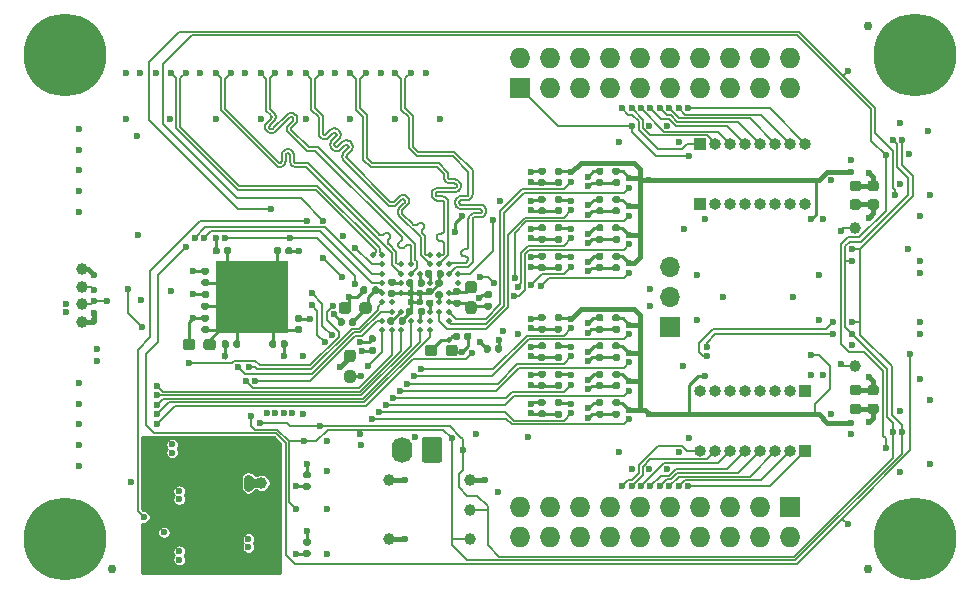
<source format=gbl>
G04 #@! TF.GenerationSoftware,KiCad,Pcbnew,5.1.6*
G04 #@! TF.CreationDate,2020-05-21T11:43:50+02:00*
G04 #@! TF.ProjectId,glasgow,676c6173-676f-4772-9e6b-696361645f70,rev?*
G04 #@! TF.SameCoordinates,Original*
G04 #@! TF.FileFunction,Copper,L4,Bot*
G04 #@! TF.FilePolarity,Positive*
%FSLAX46Y46*%
G04 Gerber Fmt 4.6, Leading zero omitted, Abs format (unit mm)*
G04 Created by KiCad (PCBNEW 5.1.6) date 2020-05-21 11:43:50*
%MOMM*%
%LPD*%
G01*
G04 APERTURE LIST*
G04 #@! TA.AperFunction,ComponentPad*
%ADD10O,1.740000X2.200000*%
G04 #@! TD*
G04 #@! TA.AperFunction,SMDPad,CuDef*
%ADD11C,1.000000*%
G04 #@! TD*
G04 #@! TA.AperFunction,Conductor*
%ADD12R,1.000000X1.600000*%
G04 #@! TD*
G04 #@! TA.AperFunction,ViaPad*
%ADD13C,0.650000*%
G04 #@! TD*
G04 #@! TA.AperFunction,ComponentPad*
%ADD14O,1.727200X1.727200*%
G04 #@! TD*
G04 #@! TA.AperFunction,ComponentPad*
%ADD15R,1.727200X1.727200*%
G04 #@! TD*
G04 #@! TA.AperFunction,ComponentPad*
%ADD16O,1.000000X1.000000*%
G04 #@! TD*
G04 #@! TA.AperFunction,ComponentPad*
%ADD17R,1.000000X1.000000*%
G04 #@! TD*
G04 #@! TA.AperFunction,ComponentPad*
%ADD18O,1.700000X1.700000*%
G04 #@! TD*
G04 #@! TA.AperFunction,ComponentPad*
%ADD19R,1.700000X1.700000*%
G04 #@! TD*
G04 #@! TA.AperFunction,SMDPad,CuDef*
%ADD20C,0.750000*%
G04 #@! TD*
G04 #@! TA.AperFunction,Conductor*
%ADD21R,6.100000X6.100000*%
G04 #@! TD*
G04 #@! TA.AperFunction,ViaPad*
%ADD22C,0.600000*%
G04 #@! TD*
G04 #@! TA.AperFunction,ComponentPad*
%ADD23C,0.800000*%
G04 #@! TD*
G04 #@! TA.AperFunction,ComponentPad*
%ADD24C,7.000000*%
G04 #@! TD*
G04 #@! TA.AperFunction,ViaPad*
%ADD25C,0.500000*%
G04 #@! TD*
G04 #@! TA.AperFunction,Conductor*
%ADD26C,0.150000*%
G04 #@! TD*
G04 #@! TA.AperFunction,Conductor*
%ADD27C,0.250000*%
G04 #@! TD*
G04 #@! TA.AperFunction,Conductor*
%ADD28C,0.450000*%
G04 #@! TD*
G04 #@! TA.AperFunction,Conductor*
%ADD29C,0.190000*%
G04 #@! TD*
G04 #@! TA.AperFunction,Conductor*
%ADD30C,0.750000*%
G04 #@! TD*
G04 #@! TA.AperFunction,Conductor*
%ADD31C,0.254000*%
G04 #@! TD*
G04 APERTURE END LIST*
G04 #@! TA.AperFunction,ComponentPad*
G36*
G01*
X85970000Y-107549999D02*
X85970000Y-109250001D01*
G75*
G02*
X85720001Y-109500000I-249999J0D01*
G01*
X84479999Y-109500000D01*
G75*
G02*
X84230000Y-109250001I0J249999D01*
G01*
X84230000Y-107549999D01*
G75*
G02*
X84479999Y-107300000I249999J0D01*
G01*
X85720001Y-107300000D01*
G75*
G02*
X85970000Y-107549999I0J-249999D01*
G01*
G37*
G04 #@! TD.AperFunction*
D10*
X82560000Y-108400000D03*
D11*
X55500000Y-94600000D03*
X120900000Y-89650000D03*
X120900000Y-101350000D03*
G04 #@! TA.AperFunction,SMDPad,CuDef*
G36*
G01*
X121206250Y-86500000D02*
X120693750Y-86500000D01*
G75*
G02*
X120475000Y-86281250I0J218750D01*
G01*
X120475000Y-85843750D01*
G75*
G02*
X120693750Y-85625000I218750J0D01*
G01*
X121206250Y-85625000D01*
G75*
G02*
X121425000Y-85843750I0J-218750D01*
G01*
X121425000Y-86281250D01*
G75*
G02*
X121206250Y-86500000I-218750J0D01*
G01*
G37*
G04 #@! TD.AperFunction*
G04 #@! TA.AperFunction,SMDPad,CuDef*
G36*
G01*
X121206250Y-88075000D02*
X120693750Y-88075000D01*
G75*
G02*
X120475000Y-87856250I0J218750D01*
G01*
X120475000Y-87418750D01*
G75*
G02*
X120693750Y-87200000I218750J0D01*
G01*
X121206250Y-87200000D01*
G75*
G02*
X121425000Y-87418750I0J-218750D01*
G01*
X121425000Y-87856250D01*
G75*
G02*
X121206250Y-88075000I-218750J0D01*
G01*
G37*
G04 #@! TD.AperFunction*
G04 #@! TA.AperFunction,SMDPad,CuDef*
G36*
G01*
X120693750Y-104500000D02*
X121206250Y-104500000D01*
G75*
G02*
X121425000Y-104718750I0J-218750D01*
G01*
X121425000Y-105156250D01*
G75*
G02*
X121206250Y-105375000I-218750J0D01*
G01*
X120693750Y-105375000D01*
G75*
G02*
X120475000Y-105156250I0J218750D01*
G01*
X120475000Y-104718750D01*
G75*
G02*
X120693750Y-104500000I218750J0D01*
G01*
G37*
G04 #@! TD.AperFunction*
G04 #@! TA.AperFunction,SMDPad,CuDef*
G36*
G01*
X120693750Y-102925000D02*
X121206250Y-102925000D01*
G75*
G02*
X121425000Y-103143750I0J-218750D01*
G01*
X121425000Y-103581250D01*
G75*
G02*
X121206250Y-103800000I-218750J0D01*
G01*
X120693750Y-103800000D01*
G75*
G02*
X120475000Y-103581250I0J218750D01*
G01*
X120475000Y-103143750D01*
G75*
G02*
X120693750Y-102925000I218750J0D01*
G01*
G37*
G04 #@! TD.AperFunction*
G04 #@! TA.AperFunction,SMDPad,CuDef*
G36*
G01*
X122706250Y-86500000D02*
X122193750Y-86500000D01*
G75*
G02*
X121975000Y-86281250I0J218750D01*
G01*
X121975000Y-85843750D01*
G75*
G02*
X122193750Y-85625000I218750J0D01*
G01*
X122706250Y-85625000D01*
G75*
G02*
X122925000Y-85843750I0J-218750D01*
G01*
X122925000Y-86281250D01*
G75*
G02*
X122706250Y-86500000I-218750J0D01*
G01*
G37*
G04 #@! TD.AperFunction*
G04 #@! TA.AperFunction,SMDPad,CuDef*
G36*
G01*
X122706250Y-88075000D02*
X122193750Y-88075000D01*
G75*
G02*
X121975000Y-87856250I0J218750D01*
G01*
X121975000Y-87418750D01*
G75*
G02*
X122193750Y-87200000I218750J0D01*
G01*
X122706250Y-87200000D01*
G75*
G02*
X122925000Y-87418750I0J-218750D01*
G01*
X122925000Y-87856250D01*
G75*
G02*
X122706250Y-88075000I-218750J0D01*
G01*
G37*
G04 #@! TD.AperFunction*
G04 #@! TA.AperFunction,SMDPad,CuDef*
G36*
G01*
X122193750Y-104500000D02*
X122706250Y-104500000D01*
G75*
G02*
X122925000Y-104718750I0J-218750D01*
G01*
X122925000Y-105156250D01*
G75*
G02*
X122706250Y-105375000I-218750J0D01*
G01*
X122193750Y-105375000D01*
G75*
G02*
X121975000Y-105156250I0J218750D01*
G01*
X121975000Y-104718750D01*
G75*
G02*
X122193750Y-104500000I218750J0D01*
G01*
G37*
G04 #@! TD.AperFunction*
G04 #@! TA.AperFunction,SMDPad,CuDef*
G36*
G01*
X122193750Y-102925000D02*
X122706250Y-102925000D01*
G75*
G02*
X122925000Y-103143750I0J-218750D01*
G01*
X122925000Y-103581250D01*
G75*
G02*
X122706250Y-103800000I-218750J0D01*
G01*
X122193750Y-103800000D01*
G75*
G02*
X121975000Y-103581250I0J218750D01*
G01*
X121975000Y-103143750D01*
G75*
G02*
X122193750Y-102925000I218750J0D01*
G01*
G37*
G04 #@! TD.AperFunction*
D12*
X65900000Y-109900000D03*
D13*
X65900000Y-109500000D03*
X65900000Y-110300000D03*
D12*
X65900000Y-115000000D03*
D13*
X65900000Y-114600000D03*
X65900000Y-115400000D03*
D11*
X70650000Y-111200000D03*
X55500000Y-96100000D03*
X55500000Y-97600000D03*
X55500000Y-93100000D03*
D14*
X115430000Y-75230000D03*
X115430000Y-77770000D03*
X112890000Y-75230000D03*
X112890000Y-77770000D03*
X110350000Y-75230000D03*
X110350000Y-77770000D03*
X107810000Y-75230000D03*
X107810000Y-77770000D03*
X105270000Y-75230000D03*
X105270000Y-77770000D03*
X102730000Y-75230000D03*
X102730000Y-77770000D03*
X100190000Y-75230000D03*
X100190000Y-77770000D03*
X97650000Y-75230000D03*
X97650000Y-77770000D03*
X95110000Y-75230000D03*
X95110000Y-77770000D03*
X92570000Y-75230000D03*
D15*
X92570000Y-77770000D03*
D16*
X107810000Y-103420000D03*
X109080000Y-103420000D03*
X110350000Y-103420000D03*
X111620000Y-103420000D03*
X112890000Y-103420000D03*
X114160000Y-103420000D03*
X115430000Y-103420000D03*
D17*
X116700000Y-103420000D03*
D16*
X107810000Y-108500000D03*
X109080000Y-108500000D03*
X110350000Y-108500000D03*
X111620000Y-108500000D03*
X112890000Y-108500000D03*
X114160000Y-108500000D03*
X115430000Y-108500000D03*
D17*
X116700000Y-108500000D03*
D11*
X81500000Y-116000000D03*
X81500000Y-111000000D03*
X88300000Y-116000000D03*
X88300000Y-113500000D03*
X88300000Y-111000000D03*
D18*
X105270000Y-92960000D03*
X105270000Y-95500000D03*
D19*
X105270000Y-98040000D03*
G04 #@! TA.AperFunction,SMDPad,CuDef*
G36*
G01*
X90060000Y-99677500D02*
X90060000Y-100022500D01*
G75*
G02*
X89912500Y-100170000I-147500J0D01*
G01*
X89617500Y-100170000D01*
G75*
G02*
X89470000Y-100022500I0J147500D01*
G01*
X89470000Y-99677500D01*
G75*
G02*
X89617500Y-99530000I147500J0D01*
G01*
X89912500Y-99530000D01*
G75*
G02*
X90060000Y-99677500I0J-147500D01*
G01*
G37*
G04 #@! TD.AperFunction*
G04 #@! TA.AperFunction,SMDPad,CuDef*
G36*
G01*
X91030000Y-99677500D02*
X91030000Y-100022500D01*
G75*
G02*
X90882500Y-100170000I-147500J0D01*
G01*
X90587500Y-100170000D01*
G75*
G02*
X90440000Y-100022500I0J147500D01*
G01*
X90440000Y-99677500D01*
G75*
G02*
X90587500Y-99530000I147500J0D01*
G01*
X90882500Y-99530000D01*
G75*
G02*
X91030000Y-99677500I0J-147500D01*
G01*
G37*
G04 #@! TD.AperFunction*
D20*
X122000000Y-118500000D03*
D14*
X92570000Y-115770000D03*
X92570000Y-113230000D03*
X95110000Y-115770000D03*
X95110000Y-113230000D03*
X97650000Y-115770000D03*
X97650000Y-113230000D03*
X100190000Y-115770000D03*
X100190000Y-113230000D03*
X102730000Y-115770000D03*
X102730000Y-113230000D03*
X105270000Y-115770000D03*
X105270000Y-113230000D03*
X107810000Y-115770000D03*
X107810000Y-113230000D03*
X110350000Y-115770000D03*
X110350000Y-113230000D03*
X112890000Y-115770000D03*
X112890000Y-113230000D03*
X115430000Y-115770000D03*
D15*
X115430000Y-113230000D03*
D16*
X116690000Y-87600000D03*
X115420000Y-87600000D03*
X114150000Y-87600000D03*
X112880000Y-87600000D03*
X111610000Y-87600000D03*
X110340000Y-87600000D03*
X109070000Y-87600000D03*
D17*
X107800000Y-87600000D03*
D16*
X116690000Y-82500000D03*
X115420000Y-82500000D03*
X114150000Y-82500000D03*
X112880000Y-82500000D03*
X111610000Y-82500000D03*
X110340000Y-82500000D03*
X109070000Y-82500000D03*
D17*
X107800000Y-82500000D03*
G04 #@! TA.AperFunction,SMDPad,CuDef*
G36*
G01*
X95627500Y-92690000D02*
X95972500Y-92690000D01*
G75*
G02*
X96120000Y-92837500I0J-147500D01*
G01*
X96120000Y-93132500D01*
G75*
G02*
X95972500Y-93280000I-147500J0D01*
G01*
X95627500Y-93280000D01*
G75*
G02*
X95480000Y-93132500I0J147500D01*
G01*
X95480000Y-92837500D01*
G75*
G02*
X95627500Y-92690000I147500J0D01*
G01*
G37*
G04 #@! TD.AperFunction*
G04 #@! TA.AperFunction,SMDPad,CuDef*
G36*
G01*
X95627500Y-91720000D02*
X95972500Y-91720000D01*
G75*
G02*
X96120000Y-91867500I0J-147500D01*
G01*
X96120000Y-92162500D01*
G75*
G02*
X95972500Y-92310000I-147500J0D01*
G01*
X95627500Y-92310000D01*
G75*
G02*
X95480000Y-92162500I0J147500D01*
G01*
X95480000Y-91867500D01*
G75*
G02*
X95627500Y-91720000I147500J0D01*
G01*
G37*
G04 #@! TD.AperFunction*
G04 #@! TA.AperFunction,SMDPad,CuDef*
G36*
G01*
X99127500Y-90290000D02*
X99472500Y-90290000D01*
G75*
G02*
X99620000Y-90437500I0J-147500D01*
G01*
X99620000Y-90732500D01*
G75*
G02*
X99472500Y-90880000I-147500J0D01*
G01*
X99127500Y-90880000D01*
G75*
G02*
X98980000Y-90732500I0J147500D01*
G01*
X98980000Y-90437500D01*
G75*
G02*
X99127500Y-90290000I147500J0D01*
G01*
G37*
G04 #@! TD.AperFunction*
G04 #@! TA.AperFunction,SMDPad,CuDef*
G36*
G01*
X99127500Y-89320000D02*
X99472500Y-89320000D01*
G75*
G02*
X99620000Y-89467500I0J-147500D01*
G01*
X99620000Y-89762500D01*
G75*
G02*
X99472500Y-89910000I-147500J0D01*
G01*
X99127500Y-89910000D01*
G75*
G02*
X98980000Y-89762500I0J147500D01*
G01*
X98980000Y-89467500D01*
G75*
G02*
X99127500Y-89320000I147500J0D01*
G01*
G37*
G04 #@! TD.AperFunction*
G04 #@! TA.AperFunction,SMDPad,CuDef*
G36*
G01*
X99127500Y-87890000D02*
X99472500Y-87890000D01*
G75*
G02*
X99620000Y-88037500I0J-147500D01*
G01*
X99620000Y-88332500D01*
G75*
G02*
X99472500Y-88480000I-147500J0D01*
G01*
X99127500Y-88480000D01*
G75*
G02*
X98980000Y-88332500I0J147500D01*
G01*
X98980000Y-88037500D01*
G75*
G02*
X99127500Y-87890000I147500J0D01*
G01*
G37*
G04 #@! TD.AperFunction*
G04 #@! TA.AperFunction,SMDPad,CuDef*
G36*
G01*
X99127500Y-86920000D02*
X99472500Y-86920000D01*
G75*
G02*
X99620000Y-87067500I0J-147500D01*
G01*
X99620000Y-87362500D01*
G75*
G02*
X99472500Y-87510000I-147500J0D01*
G01*
X99127500Y-87510000D01*
G75*
G02*
X98980000Y-87362500I0J147500D01*
G01*
X98980000Y-87067500D01*
G75*
G02*
X99127500Y-86920000I147500J0D01*
G01*
G37*
G04 #@! TD.AperFunction*
G04 #@! TA.AperFunction,SMDPad,CuDef*
G36*
G01*
X99127500Y-85490000D02*
X99472500Y-85490000D01*
G75*
G02*
X99620000Y-85637500I0J-147500D01*
G01*
X99620000Y-85932500D01*
G75*
G02*
X99472500Y-86080000I-147500J0D01*
G01*
X99127500Y-86080000D01*
G75*
G02*
X98980000Y-85932500I0J147500D01*
G01*
X98980000Y-85637500D01*
G75*
G02*
X99127500Y-85490000I147500J0D01*
G01*
G37*
G04 #@! TD.AperFunction*
G04 #@! TA.AperFunction,SMDPad,CuDef*
G36*
G01*
X99127500Y-84520000D02*
X99472500Y-84520000D01*
G75*
G02*
X99620000Y-84667500I0J-147500D01*
G01*
X99620000Y-84962500D01*
G75*
G02*
X99472500Y-85110000I-147500J0D01*
G01*
X99127500Y-85110000D01*
G75*
G02*
X98980000Y-84962500I0J147500D01*
G01*
X98980000Y-84667500D01*
G75*
G02*
X99127500Y-84520000I147500J0D01*
G01*
G37*
G04 #@! TD.AperFunction*
G04 #@! TA.AperFunction,SMDPad,CuDef*
G36*
G01*
X95627500Y-87875000D02*
X95972500Y-87875000D01*
G75*
G02*
X96120000Y-88022500I0J-147500D01*
G01*
X96120000Y-88317500D01*
G75*
G02*
X95972500Y-88465000I-147500J0D01*
G01*
X95627500Y-88465000D01*
G75*
G02*
X95480000Y-88317500I0J147500D01*
G01*
X95480000Y-88022500D01*
G75*
G02*
X95627500Y-87875000I147500J0D01*
G01*
G37*
G04 #@! TD.AperFunction*
G04 #@! TA.AperFunction,SMDPad,CuDef*
G36*
G01*
X95627500Y-86905000D02*
X95972500Y-86905000D01*
G75*
G02*
X96120000Y-87052500I0J-147500D01*
G01*
X96120000Y-87347500D01*
G75*
G02*
X95972500Y-87495000I-147500J0D01*
G01*
X95627500Y-87495000D01*
G75*
G02*
X95480000Y-87347500I0J147500D01*
G01*
X95480000Y-87052500D01*
G75*
G02*
X95627500Y-86905000I147500J0D01*
G01*
G37*
G04 #@! TD.AperFunction*
G04 #@! TA.AperFunction,SMDPad,CuDef*
G36*
G01*
X94227500Y-90290000D02*
X94572500Y-90290000D01*
G75*
G02*
X94720000Y-90437500I0J-147500D01*
G01*
X94720000Y-90732500D01*
G75*
G02*
X94572500Y-90880000I-147500J0D01*
G01*
X94227500Y-90880000D01*
G75*
G02*
X94080000Y-90732500I0J147500D01*
G01*
X94080000Y-90437500D01*
G75*
G02*
X94227500Y-90290000I147500J0D01*
G01*
G37*
G04 #@! TD.AperFunction*
G04 #@! TA.AperFunction,SMDPad,CuDef*
G36*
G01*
X94227500Y-89320000D02*
X94572500Y-89320000D01*
G75*
G02*
X94720000Y-89467500I0J-147500D01*
G01*
X94720000Y-89762500D01*
G75*
G02*
X94572500Y-89910000I-147500J0D01*
G01*
X94227500Y-89910000D01*
G75*
G02*
X94080000Y-89762500I0J147500D01*
G01*
X94080000Y-89467500D01*
G75*
G02*
X94227500Y-89320000I147500J0D01*
G01*
G37*
G04 #@! TD.AperFunction*
G04 #@! TA.AperFunction,SMDPad,CuDef*
G36*
G01*
X94227500Y-92690000D02*
X94572500Y-92690000D01*
G75*
G02*
X94720000Y-92837500I0J-147500D01*
G01*
X94720000Y-93132500D01*
G75*
G02*
X94572500Y-93280000I-147500J0D01*
G01*
X94227500Y-93280000D01*
G75*
G02*
X94080000Y-93132500I0J147500D01*
G01*
X94080000Y-92837500D01*
G75*
G02*
X94227500Y-92690000I147500J0D01*
G01*
G37*
G04 #@! TD.AperFunction*
G04 #@! TA.AperFunction,SMDPad,CuDef*
G36*
G01*
X94227500Y-91720000D02*
X94572500Y-91720000D01*
G75*
G02*
X94720000Y-91867500I0J-147500D01*
G01*
X94720000Y-92162500D01*
G75*
G02*
X94572500Y-92310000I-147500J0D01*
G01*
X94227500Y-92310000D01*
G75*
G02*
X94080000Y-92162500I0J147500D01*
G01*
X94080000Y-91867500D01*
G75*
G02*
X94227500Y-91720000I147500J0D01*
G01*
G37*
G04 #@! TD.AperFunction*
G04 #@! TA.AperFunction,SMDPad,CuDef*
G36*
G01*
X94227500Y-87890000D02*
X94572500Y-87890000D01*
G75*
G02*
X94720000Y-88037500I0J-147500D01*
G01*
X94720000Y-88332500D01*
G75*
G02*
X94572500Y-88480000I-147500J0D01*
G01*
X94227500Y-88480000D01*
G75*
G02*
X94080000Y-88332500I0J147500D01*
G01*
X94080000Y-88037500D01*
G75*
G02*
X94227500Y-87890000I147500J0D01*
G01*
G37*
G04 #@! TD.AperFunction*
G04 #@! TA.AperFunction,SMDPad,CuDef*
G36*
G01*
X94227500Y-86920000D02*
X94572500Y-86920000D01*
G75*
G02*
X94720000Y-87067500I0J-147500D01*
G01*
X94720000Y-87362500D01*
G75*
G02*
X94572500Y-87510000I-147500J0D01*
G01*
X94227500Y-87510000D01*
G75*
G02*
X94080000Y-87362500I0J147500D01*
G01*
X94080000Y-87067500D01*
G75*
G02*
X94227500Y-86920000I147500J0D01*
G01*
G37*
G04 #@! TD.AperFunction*
G04 #@! TA.AperFunction,SMDPad,CuDef*
G36*
G01*
X86250000Y-100237500D02*
X86250000Y-99762500D01*
G75*
G02*
X86487500Y-99525000I237500J0D01*
G01*
X87062500Y-99525000D01*
G75*
G02*
X87300000Y-99762500I0J-237500D01*
G01*
X87300000Y-100237500D01*
G75*
G02*
X87062500Y-100475000I-237500J0D01*
G01*
X86487500Y-100475000D01*
G75*
G02*
X86250000Y-100237500I0J237500D01*
G01*
G37*
G04 #@! TD.AperFunction*
G04 #@! TA.AperFunction,SMDPad,CuDef*
G36*
G01*
X84500000Y-100237500D02*
X84500000Y-99762500D01*
G75*
G02*
X84737500Y-99525000I237500J0D01*
G01*
X85312500Y-99525000D01*
G75*
G02*
X85550000Y-99762500I0J-237500D01*
G01*
X85550000Y-100237500D01*
G75*
G02*
X85312500Y-100475000I-237500J0D01*
G01*
X84737500Y-100475000D01*
G75*
G02*
X84500000Y-100237500I0J237500D01*
G01*
G37*
G04 #@! TD.AperFunction*
G04 #@! TA.AperFunction,SMDPad,CuDef*
G36*
G01*
X94227500Y-85490000D02*
X94572500Y-85490000D01*
G75*
G02*
X94720000Y-85637500I0J-147500D01*
G01*
X94720000Y-85932500D01*
G75*
G02*
X94572500Y-86080000I-147500J0D01*
G01*
X94227500Y-86080000D01*
G75*
G02*
X94080000Y-85932500I0J147500D01*
G01*
X94080000Y-85637500D01*
G75*
G02*
X94227500Y-85490000I147500J0D01*
G01*
G37*
G04 #@! TD.AperFunction*
G04 #@! TA.AperFunction,SMDPad,CuDef*
G36*
G01*
X94227500Y-84520000D02*
X94572500Y-84520000D01*
G75*
G02*
X94720000Y-84667500I0J-147500D01*
G01*
X94720000Y-84962500D01*
G75*
G02*
X94572500Y-85110000I-147500J0D01*
G01*
X94227500Y-85110000D01*
G75*
G02*
X94080000Y-84962500I0J147500D01*
G01*
X94080000Y-84667500D01*
G75*
G02*
X94227500Y-84520000I147500J0D01*
G01*
G37*
G04 #@! TD.AperFunction*
G04 #@! TA.AperFunction,SMDPad,CuDef*
G36*
G01*
X95627500Y-85490000D02*
X95972500Y-85490000D01*
G75*
G02*
X96120000Y-85637500I0J-147500D01*
G01*
X96120000Y-85932500D01*
G75*
G02*
X95972500Y-86080000I-147500J0D01*
G01*
X95627500Y-86080000D01*
G75*
G02*
X95480000Y-85932500I0J147500D01*
G01*
X95480000Y-85637500D01*
G75*
G02*
X95627500Y-85490000I147500J0D01*
G01*
G37*
G04 #@! TD.AperFunction*
G04 #@! TA.AperFunction,SMDPad,CuDef*
G36*
G01*
X95627500Y-84520000D02*
X95972500Y-84520000D01*
G75*
G02*
X96120000Y-84667500I0J-147500D01*
G01*
X96120000Y-84962500D01*
G75*
G02*
X95972500Y-85110000I-147500J0D01*
G01*
X95627500Y-85110000D01*
G75*
G02*
X95480000Y-84962500I0J147500D01*
G01*
X95480000Y-84667500D01*
G75*
G02*
X95627500Y-84520000I147500J0D01*
G01*
G37*
G04 #@! TD.AperFunction*
G04 #@! TA.AperFunction,SMDPad,CuDef*
G36*
G01*
X95627500Y-105090000D02*
X95972500Y-105090000D01*
G75*
G02*
X96120000Y-105237500I0J-147500D01*
G01*
X96120000Y-105532500D01*
G75*
G02*
X95972500Y-105680000I-147500J0D01*
G01*
X95627500Y-105680000D01*
G75*
G02*
X95480000Y-105532500I0J147500D01*
G01*
X95480000Y-105237500D01*
G75*
G02*
X95627500Y-105090000I147500J0D01*
G01*
G37*
G04 #@! TD.AperFunction*
G04 #@! TA.AperFunction,SMDPad,CuDef*
G36*
G01*
X95627500Y-104120000D02*
X95972500Y-104120000D01*
G75*
G02*
X96120000Y-104267500I0J-147500D01*
G01*
X96120000Y-104562500D01*
G75*
G02*
X95972500Y-104710000I-147500J0D01*
G01*
X95627500Y-104710000D01*
G75*
G02*
X95480000Y-104562500I0J147500D01*
G01*
X95480000Y-104267500D01*
G75*
G02*
X95627500Y-104120000I147500J0D01*
G01*
G37*
G04 #@! TD.AperFunction*
G04 #@! TA.AperFunction,SMDPad,CuDef*
G36*
G01*
X94227500Y-105075000D02*
X94572500Y-105075000D01*
G75*
G02*
X94720000Y-105222500I0J-147500D01*
G01*
X94720000Y-105517500D01*
G75*
G02*
X94572500Y-105665000I-147500J0D01*
G01*
X94227500Y-105665000D01*
G75*
G02*
X94080000Y-105517500I0J147500D01*
G01*
X94080000Y-105222500D01*
G75*
G02*
X94227500Y-105075000I147500J0D01*
G01*
G37*
G04 #@! TD.AperFunction*
G04 #@! TA.AperFunction,SMDPad,CuDef*
G36*
G01*
X94227500Y-104105000D02*
X94572500Y-104105000D01*
G75*
G02*
X94720000Y-104252500I0J-147500D01*
G01*
X94720000Y-104547500D01*
G75*
G02*
X94572500Y-104695000I-147500J0D01*
G01*
X94227500Y-104695000D01*
G75*
G02*
X94080000Y-104547500I0J147500D01*
G01*
X94080000Y-104252500D01*
G75*
G02*
X94227500Y-104105000I147500J0D01*
G01*
G37*
G04 #@! TD.AperFunction*
G04 #@! TA.AperFunction,SMDPad,CuDef*
G36*
G01*
X95627500Y-102690000D02*
X95972500Y-102690000D01*
G75*
G02*
X96120000Y-102837500I0J-147500D01*
G01*
X96120000Y-103132500D01*
G75*
G02*
X95972500Y-103280000I-147500J0D01*
G01*
X95627500Y-103280000D01*
G75*
G02*
X95480000Y-103132500I0J147500D01*
G01*
X95480000Y-102837500D01*
G75*
G02*
X95627500Y-102690000I147500J0D01*
G01*
G37*
G04 #@! TD.AperFunction*
G04 #@! TA.AperFunction,SMDPad,CuDef*
G36*
G01*
X95627500Y-101720000D02*
X95972500Y-101720000D01*
G75*
G02*
X96120000Y-101867500I0J-147500D01*
G01*
X96120000Y-102162500D01*
G75*
G02*
X95972500Y-102310000I-147500J0D01*
G01*
X95627500Y-102310000D01*
G75*
G02*
X95480000Y-102162500I0J147500D01*
G01*
X95480000Y-101867500D01*
G75*
G02*
X95627500Y-101720000I147500J0D01*
G01*
G37*
G04 #@! TD.AperFunction*
G04 #@! TA.AperFunction,SMDPad,CuDef*
G36*
G01*
X94227500Y-102675000D02*
X94572500Y-102675000D01*
G75*
G02*
X94720000Y-102822500I0J-147500D01*
G01*
X94720000Y-103117500D01*
G75*
G02*
X94572500Y-103265000I-147500J0D01*
G01*
X94227500Y-103265000D01*
G75*
G02*
X94080000Y-103117500I0J147500D01*
G01*
X94080000Y-102822500D01*
G75*
G02*
X94227500Y-102675000I147500J0D01*
G01*
G37*
G04 #@! TD.AperFunction*
G04 #@! TA.AperFunction,SMDPad,CuDef*
G36*
G01*
X94227500Y-101705000D02*
X94572500Y-101705000D01*
G75*
G02*
X94720000Y-101852500I0J-147500D01*
G01*
X94720000Y-102147500D01*
G75*
G02*
X94572500Y-102295000I-147500J0D01*
G01*
X94227500Y-102295000D01*
G75*
G02*
X94080000Y-102147500I0J147500D01*
G01*
X94080000Y-101852500D01*
G75*
G02*
X94227500Y-101705000I147500J0D01*
G01*
G37*
G04 #@! TD.AperFunction*
G04 #@! TA.AperFunction,SMDPad,CuDef*
G36*
G01*
X94227500Y-100290000D02*
X94572500Y-100290000D01*
G75*
G02*
X94720000Y-100437500I0J-147500D01*
G01*
X94720000Y-100732500D01*
G75*
G02*
X94572500Y-100880000I-147500J0D01*
G01*
X94227500Y-100880000D01*
G75*
G02*
X94080000Y-100732500I0J147500D01*
G01*
X94080000Y-100437500D01*
G75*
G02*
X94227500Y-100290000I147500J0D01*
G01*
G37*
G04 #@! TD.AperFunction*
G04 #@! TA.AperFunction,SMDPad,CuDef*
G36*
G01*
X94227500Y-99320000D02*
X94572500Y-99320000D01*
G75*
G02*
X94720000Y-99467500I0J-147500D01*
G01*
X94720000Y-99762500D01*
G75*
G02*
X94572500Y-99910000I-147500J0D01*
G01*
X94227500Y-99910000D01*
G75*
G02*
X94080000Y-99762500I0J147500D01*
G01*
X94080000Y-99467500D01*
G75*
G02*
X94227500Y-99320000I147500J0D01*
G01*
G37*
G04 #@! TD.AperFunction*
G04 #@! TA.AperFunction,SMDPad,CuDef*
G36*
G01*
X95627500Y-100290000D02*
X95972500Y-100290000D01*
G75*
G02*
X96120000Y-100437500I0J-147500D01*
G01*
X96120000Y-100732500D01*
G75*
G02*
X95972500Y-100880000I-147500J0D01*
G01*
X95627500Y-100880000D01*
G75*
G02*
X95480000Y-100732500I0J147500D01*
G01*
X95480000Y-100437500D01*
G75*
G02*
X95627500Y-100290000I147500J0D01*
G01*
G37*
G04 #@! TD.AperFunction*
G04 #@! TA.AperFunction,SMDPad,CuDef*
G36*
G01*
X95627500Y-99320000D02*
X95972500Y-99320000D01*
G75*
G02*
X96120000Y-99467500I0J-147500D01*
G01*
X96120000Y-99762500D01*
G75*
G02*
X95972500Y-99910000I-147500J0D01*
G01*
X95627500Y-99910000D01*
G75*
G02*
X95480000Y-99762500I0J147500D01*
G01*
X95480000Y-99467500D01*
G75*
G02*
X95627500Y-99320000I147500J0D01*
G01*
G37*
G04 #@! TD.AperFunction*
G04 #@! TA.AperFunction,SMDPad,CuDef*
G36*
G01*
X80222500Y-99310000D02*
X79877500Y-99310000D01*
G75*
G02*
X79730000Y-99162500I0J147500D01*
G01*
X79730000Y-98867500D01*
G75*
G02*
X79877500Y-98720000I147500J0D01*
G01*
X80222500Y-98720000D01*
G75*
G02*
X80370000Y-98867500I0J-147500D01*
G01*
X80370000Y-99162500D01*
G75*
G02*
X80222500Y-99310000I-147500J0D01*
G01*
G37*
G04 #@! TD.AperFunction*
G04 #@! TA.AperFunction,SMDPad,CuDef*
G36*
G01*
X80222500Y-100280000D02*
X79877500Y-100280000D01*
G75*
G02*
X79730000Y-100132500I0J147500D01*
G01*
X79730000Y-99837500D01*
G75*
G02*
X79877500Y-99690000I147500J0D01*
G01*
X80222500Y-99690000D01*
G75*
G02*
X80370000Y-99837500I0J-147500D01*
G01*
X80370000Y-100132500D01*
G75*
G02*
X80222500Y-100280000I-147500J0D01*
G01*
G37*
G04 #@! TD.AperFunction*
G04 #@! TA.AperFunction,SMDPad,CuDef*
G36*
G01*
X79625000Y-94727500D02*
X79625000Y-95072500D01*
G75*
G02*
X79477500Y-95220000I-147500J0D01*
G01*
X79182500Y-95220000D01*
G75*
G02*
X79035000Y-95072500I0J147500D01*
G01*
X79035000Y-94727500D01*
G75*
G02*
X79182500Y-94580000I147500J0D01*
G01*
X79477500Y-94580000D01*
G75*
G02*
X79625000Y-94727500I0J-147500D01*
G01*
G37*
G04 #@! TD.AperFunction*
G04 #@! TA.AperFunction,SMDPad,CuDef*
G36*
G01*
X80595000Y-94727500D02*
X80595000Y-95072500D01*
G75*
G02*
X80447500Y-95220000I-147500J0D01*
G01*
X80152500Y-95220000D01*
G75*
G02*
X80005000Y-95072500I0J147500D01*
G01*
X80005000Y-94727500D01*
G75*
G02*
X80152500Y-94580000I147500J0D01*
G01*
X80447500Y-94580000D01*
G75*
G02*
X80595000Y-94727500I0J-147500D01*
G01*
G37*
G04 #@! TD.AperFunction*
G04 #@! TA.AperFunction,SMDPad,CuDef*
G36*
G01*
X77710000Y-97427500D02*
X77710000Y-97772500D01*
G75*
G02*
X77562500Y-97920000I-147500J0D01*
G01*
X77267500Y-97920000D01*
G75*
G02*
X77120000Y-97772500I0J147500D01*
G01*
X77120000Y-97427500D01*
G75*
G02*
X77267500Y-97280000I147500J0D01*
G01*
X77562500Y-97280000D01*
G75*
G02*
X77710000Y-97427500I0J-147500D01*
G01*
G37*
G04 #@! TD.AperFunction*
G04 #@! TA.AperFunction,SMDPad,CuDef*
G36*
G01*
X78680000Y-97427500D02*
X78680000Y-97772500D01*
G75*
G02*
X78532500Y-97920000I-147500J0D01*
G01*
X78237500Y-97920000D01*
G75*
G02*
X78090000Y-97772500I0J147500D01*
G01*
X78090000Y-97427500D01*
G75*
G02*
X78237500Y-97280000I147500J0D01*
G01*
X78532500Y-97280000D01*
G75*
G02*
X78680000Y-97427500I0J-147500D01*
G01*
G37*
G04 #@! TD.AperFunction*
G04 #@! TA.AperFunction,SMDPad,CuDef*
G36*
G01*
X90022500Y-95560000D02*
X89677500Y-95560000D01*
G75*
G02*
X89530000Y-95412500I0J147500D01*
G01*
X89530000Y-95117500D01*
G75*
G02*
X89677500Y-94970000I147500J0D01*
G01*
X90022500Y-94970000D01*
G75*
G02*
X90170000Y-95117500I0J-147500D01*
G01*
X90170000Y-95412500D01*
G75*
G02*
X90022500Y-95560000I-147500J0D01*
G01*
G37*
G04 #@! TD.AperFunction*
G04 #@! TA.AperFunction,SMDPad,CuDef*
G36*
G01*
X90022500Y-96530000D02*
X89677500Y-96530000D01*
G75*
G02*
X89530000Y-96382500I0J147500D01*
G01*
X89530000Y-96087500D01*
G75*
G02*
X89677500Y-95940000I147500J0D01*
G01*
X90022500Y-95940000D01*
G75*
G02*
X90170000Y-96087500I0J-147500D01*
G01*
X90170000Y-96382500D01*
G75*
G02*
X90022500Y-96530000I-147500J0D01*
G01*
G37*
G04 #@! TD.AperFunction*
D21*
X69850000Y-95500000D03*
D22*
X67310000Y-98040000D03*
X68580000Y-98040000D03*
X69850000Y-98040000D03*
X71120000Y-98040000D03*
X72390000Y-98040000D03*
X72390000Y-96770000D03*
X71120000Y-96770000D03*
X69850000Y-96770000D03*
X68580000Y-96770000D03*
X67310000Y-96770000D03*
X67310000Y-92960000D03*
X68580000Y-92960000D03*
X69850000Y-92960000D03*
X71120000Y-92960000D03*
X72390000Y-92960000D03*
X72390000Y-94230000D03*
X71120000Y-94230000D03*
X69850000Y-94230000D03*
X68580000Y-94230000D03*
X67310000Y-94230000D03*
X67310000Y-95500000D03*
X68580000Y-95500000D03*
X72390000Y-95500000D03*
X71120000Y-95500000D03*
X69850000Y-95500000D03*
G04 #@! TA.AperFunction,SMDPad,CuDef*
G36*
G01*
X71910000Y-99277500D02*
X71910000Y-99622500D01*
G75*
G02*
X71762500Y-99770000I-147500J0D01*
G01*
X71467500Y-99770000D01*
G75*
G02*
X71320000Y-99622500I0J147500D01*
G01*
X71320000Y-99277500D01*
G75*
G02*
X71467500Y-99130000I147500J0D01*
G01*
X71762500Y-99130000D01*
G75*
G02*
X71910000Y-99277500I0J-147500D01*
G01*
G37*
G04 #@! TD.AperFunction*
G04 #@! TA.AperFunction,SMDPad,CuDef*
G36*
G01*
X72880000Y-99277500D02*
X72880000Y-99622500D01*
G75*
G02*
X72732500Y-99770000I-147500J0D01*
G01*
X72437500Y-99770000D01*
G75*
G02*
X72290000Y-99622500I0J147500D01*
G01*
X72290000Y-99277500D01*
G75*
G02*
X72437500Y-99130000I147500J0D01*
G01*
X72732500Y-99130000D01*
G75*
G02*
X72880000Y-99277500I0J-147500D01*
G01*
G37*
G04 #@! TD.AperFunction*
G04 #@! TA.AperFunction,SMDPad,CuDef*
G36*
G01*
X78250000Y-96162500D02*
X78250000Y-96637500D01*
G75*
G02*
X78012500Y-96875000I-237500J0D01*
G01*
X77437500Y-96875000D01*
G75*
G02*
X77200000Y-96637500I0J237500D01*
G01*
X77200000Y-96162500D01*
G75*
G02*
X77437500Y-95925000I237500J0D01*
G01*
X78012500Y-95925000D01*
G75*
G02*
X78250000Y-96162500I0J-237500D01*
G01*
G37*
G04 #@! TD.AperFunction*
G04 #@! TA.AperFunction,SMDPad,CuDef*
G36*
G01*
X80000000Y-96162500D02*
X80000000Y-96637500D01*
G75*
G02*
X79762500Y-96875000I-237500J0D01*
G01*
X79187500Y-96875000D01*
G75*
G02*
X78950000Y-96637500I0J237500D01*
G01*
X78950000Y-96162500D01*
G75*
G02*
X79187500Y-95925000I237500J0D01*
G01*
X79762500Y-95925000D01*
G75*
G02*
X80000000Y-96162500I0J-237500D01*
G01*
G37*
G04 #@! TD.AperFunction*
G04 #@! TA.AperFunction,SMDPad,CuDef*
G36*
G01*
X83510000Y-94127500D02*
X83510000Y-94472500D01*
G75*
G02*
X83362500Y-94620000I-147500J0D01*
G01*
X83067500Y-94620000D01*
G75*
G02*
X82920000Y-94472500I0J147500D01*
G01*
X82920000Y-94127500D01*
G75*
G02*
X83067500Y-93980000I147500J0D01*
G01*
X83362500Y-93980000D01*
G75*
G02*
X83510000Y-94127500I0J-147500D01*
G01*
G37*
G04 #@! TD.AperFunction*
G04 #@! TA.AperFunction,SMDPad,CuDef*
G36*
G01*
X84480000Y-94127500D02*
X84480000Y-94472500D01*
G75*
G02*
X84332500Y-94620000I-147500J0D01*
G01*
X84037500Y-94620000D01*
G75*
G02*
X83890000Y-94472500I0J147500D01*
G01*
X83890000Y-94127500D01*
G75*
G02*
X84037500Y-93980000I147500J0D01*
G01*
X84332500Y-93980000D01*
G75*
G02*
X84480000Y-94127500I0J-147500D01*
G01*
G37*
G04 #@! TD.AperFunction*
G04 #@! TA.AperFunction,SMDPad,CuDef*
G36*
G01*
X82290000Y-97672500D02*
X82290000Y-97327500D01*
G75*
G02*
X82437500Y-97180000I147500J0D01*
G01*
X82732500Y-97180000D01*
G75*
G02*
X82880000Y-97327500I0J-147500D01*
G01*
X82880000Y-97672500D01*
G75*
G02*
X82732500Y-97820000I-147500J0D01*
G01*
X82437500Y-97820000D01*
G75*
G02*
X82290000Y-97672500I0J147500D01*
G01*
G37*
G04 #@! TD.AperFunction*
G04 #@! TA.AperFunction,SMDPad,CuDef*
G36*
G01*
X81320000Y-97672500D02*
X81320000Y-97327500D01*
G75*
G02*
X81467500Y-97180000I147500J0D01*
G01*
X81762500Y-97180000D01*
G75*
G02*
X81910000Y-97327500I0J-147500D01*
G01*
X81910000Y-97672500D01*
G75*
G02*
X81762500Y-97820000I-147500J0D01*
G01*
X81467500Y-97820000D01*
G75*
G02*
X81320000Y-97672500I0J147500D01*
G01*
G37*
G04 #@! TD.AperFunction*
G04 #@! TA.AperFunction,SMDPad,CuDef*
G36*
G01*
X65727500Y-97940000D02*
X66072500Y-97940000D01*
G75*
G02*
X66220000Y-98087500I0J-147500D01*
G01*
X66220000Y-98382500D01*
G75*
G02*
X66072500Y-98530000I-147500J0D01*
G01*
X65727500Y-98530000D01*
G75*
G02*
X65580000Y-98382500I0J147500D01*
G01*
X65580000Y-98087500D01*
G75*
G02*
X65727500Y-97940000I147500J0D01*
G01*
G37*
G04 #@! TD.AperFunction*
G04 #@! TA.AperFunction,SMDPad,CuDef*
G36*
G01*
X65727500Y-96970000D02*
X66072500Y-96970000D01*
G75*
G02*
X66220000Y-97117500I0J-147500D01*
G01*
X66220000Y-97412500D01*
G75*
G02*
X66072500Y-97560000I-147500J0D01*
G01*
X65727500Y-97560000D01*
G75*
G02*
X65580000Y-97412500I0J147500D01*
G01*
X65580000Y-97117500D01*
G75*
G02*
X65727500Y-96970000I147500J0D01*
G01*
G37*
G04 #@! TD.AperFunction*
G04 #@! TA.AperFunction,SMDPad,CuDef*
G36*
G01*
X65727500Y-95940000D02*
X66072500Y-95940000D01*
G75*
G02*
X66220000Y-96087500I0J-147500D01*
G01*
X66220000Y-96382500D01*
G75*
G02*
X66072500Y-96530000I-147500J0D01*
G01*
X65727500Y-96530000D01*
G75*
G02*
X65580000Y-96382500I0J147500D01*
G01*
X65580000Y-96087500D01*
G75*
G02*
X65727500Y-95940000I147500J0D01*
G01*
G37*
G04 #@! TD.AperFunction*
G04 #@! TA.AperFunction,SMDPad,CuDef*
G36*
G01*
X65727500Y-94970000D02*
X66072500Y-94970000D01*
G75*
G02*
X66220000Y-95117500I0J-147500D01*
G01*
X66220000Y-95412500D01*
G75*
G02*
X66072500Y-95560000I-147500J0D01*
G01*
X65727500Y-95560000D01*
G75*
G02*
X65580000Y-95412500I0J147500D01*
G01*
X65580000Y-95117500D01*
G75*
G02*
X65727500Y-94970000I147500J0D01*
G01*
G37*
G04 #@! TD.AperFunction*
G04 #@! TA.AperFunction,SMDPad,CuDef*
G36*
G01*
X73627500Y-97955000D02*
X73972500Y-97955000D01*
G75*
G02*
X74120000Y-98102500I0J-147500D01*
G01*
X74120000Y-98397500D01*
G75*
G02*
X73972500Y-98545000I-147500J0D01*
G01*
X73627500Y-98545000D01*
G75*
G02*
X73480000Y-98397500I0J147500D01*
G01*
X73480000Y-98102500D01*
G75*
G02*
X73627500Y-97955000I147500J0D01*
G01*
G37*
G04 #@! TD.AperFunction*
G04 #@! TA.AperFunction,SMDPad,CuDef*
G36*
G01*
X73627500Y-96985000D02*
X73972500Y-96985000D01*
G75*
G02*
X74120000Y-97132500I0J-147500D01*
G01*
X74120000Y-97427500D01*
G75*
G02*
X73972500Y-97575000I-147500J0D01*
G01*
X73627500Y-97575000D01*
G75*
G02*
X73480000Y-97427500I0J147500D01*
G01*
X73480000Y-97132500D01*
G75*
G02*
X73627500Y-96985000I147500J0D01*
G01*
G37*
G04 #@! TD.AperFunction*
G04 #@! TA.AperFunction,SMDPad,CuDef*
G36*
G01*
X72310000Y-91377500D02*
X72310000Y-91722500D01*
G75*
G02*
X72162500Y-91870000I-147500J0D01*
G01*
X71867500Y-91870000D01*
G75*
G02*
X71720000Y-91722500I0J147500D01*
G01*
X71720000Y-91377500D01*
G75*
G02*
X71867500Y-91230000I147500J0D01*
G01*
X72162500Y-91230000D01*
G75*
G02*
X72310000Y-91377500I0J-147500D01*
G01*
G37*
G04 #@! TD.AperFunction*
G04 #@! TA.AperFunction,SMDPad,CuDef*
G36*
G01*
X73280000Y-91377500D02*
X73280000Y-91722500D01*
G75*
G02*
X73132500Y-91870000I-147500J0D01*
G01*
X72837500Y-91870000D01*
G75*
G02*
X72690000Y-91722500I0J147500D01*
G01*
X72690000Y-91377500D01*
G75*
G02*
X72837500Y-91230000I147500J0D01*
G01*
X73132500Y-91230000D01*
G75*
G02*
X73280000Y-91377500I0J-147500D01*
G01*
G37*
G04 #@! TD.AperFunction*
G04 #@! TA.AperFunction,SMDPad,CuDef*
G36*
G01*
X67490000Y-91722500D02*
X67490000Y-91377500D01*
G75*
G02*
X67637500Y-91230000I147500J0D01*
G01*
X67932500Y-91230000D01*
G75*
G02*
X68080000Y-91377500I0J-147500D01*
G01*
X68080000Y-91722500D01*
G75*
G02*
X67932500Y-91870000I-147500J0D01*
G01*
X67637500Y-91870000D01*
G75*
G02*
X67490000Y-91722500I0J147500D01*
G01*
G37*
G04 #@! TD.AperFunction*
G04 #@! TA.AperFunction,SMDPad,CuDef*
G36*
G01*
X66520000Y-91722500D02*
X66520000Y-91377500D01*
G75*
G02*
X66667500Y-91230000I147500J0D01*
G01*
X66962500Y-91230000D01*
G75*
G02*
X67110000Y-91377500I0J-147500D01*
G01*
X67110000Y-91722500D01*
G75*
G02*
X66962500Y-91870000I-147500J0D01*
G01*
X66667500Y-91870000D01*
G75*
G02*
X66520000Y-91722500I0J147500D01*
G01*
G37*
G04 #@! TD.AperFunction*
G04 #@! TA.AperFunction,SMDPad,CuDef*
G36*
G01*
X65727500Y-93955000D02*
X66072500Y-93955000D01*
G75*
G02*
X66220000Y-94102500I0J-147500D01*
G01*
X66220000Y-94397500D01*
G75*
G02*
X66072500Y-94545000I-147500J0D01*
G01*
X65727500Y-94545000D01*
G75*
G02*
X65580000Y-94397500I0J147500D01*
G01*
X65580000Y-94102500D01*
G75*
G02*
X65727500Y-93955000I147500J0D01*
G01*
G37*
G04 #@! TD.AperFunction*
G04 #@! TA.AperFunction,SMDPad,CuDef*
G36*
G01*
X65727500Y-92985000D02*
X66072500Y-92985000D01*
G75*
G02*
X66220000Y-93132500I0J-147500D01*
G01*
X66220000Y-93427500D01*
G75*
G02*
X66072500Y-93575000I-147500J0D01*
G01*
X65727500Y-93575000D01*
G75*
G02*
X65580000Y-93427500I0J147500D01*
G01*
X65580000Y-93132500D01*
G75*
G02*
X65727500Y-92985000I147500J0D01*
G01*
G37*
G04 #@! TD.AperFunction*
G04 #@! TA.AperFunction,SMDPad,CuDef*
G36*
G01*
X68290000Y-99622500D02*
X68290000Y-99277500D01*
G75*
G02*
X68437500Y-99130000I147500J0D01*
G01*
X68732500Y-99130000D01*
G75*
G02*
X68880000Y-99277500I0J-147500D01*
G01*
X68880000Y-99622500D01*
G75*
G02*
X68732500Y-99770000I-147500J0D01*
G01*
X68437500Y-99770000D01*
G75*
G02*
X68290000Y-99622500I0J147500D01*
G01*
G37*
G04 #@! TD.AperFunction*
G04 #@! TA.AperFunction,SMDPad,CuDef*
G36*
G01*
X67320000Y-99622500D02*
X67320000Y-99277500D01*
G75*
G02*
X67467500Y-99130000I147500J0D01*
G01*
X67762500Y-99130000D01*
G75*
G02*
X67910000Y-99277500I0J-147500D01*
G01*
X67910000Y-99622500D01*
G75*
G02*
X67762500Y-99770000I-147500J0D01*
G01*
X67467500Y-99770000D01*
G75*
G02*
X67320000Y-99622500I0J147500D01*
G01*
G37*
G04 #@! TD.AperFunction*
G04 #@! TA.AperFunction,SMDPad,CuDef*
G36*
G01*
X87372500Y-95310000D02*
X87027500Y-95310000D01*
G75*
G02*
X86880000Y-95162500I0J147500D01*
G01*
X86880000Y-94867500D01*
G75*
G02*
X87027500Y-94720000I147500J0D01*
G01*
X87372500Y-94720000D01*
G75*
G02*
X87520000Y-94867500I0J-147500D01*
G01*
X87520000Y-95162500D01*
G75*
G02*
X87372500Y-95310000I-147500J0D01*
G01*
G37*
G04 #@! TD.AperFunction*
G04 #@! TA.AperFunction,SMDPad,CuDef*
G36*
G01*
X87372500Y-96280000D02*
X87027500Y-96280000D01*
G75*
G02*
X86880000Y-96132500I0J147500D01*
G01*
X86880000Y-95837500D01*
G75*
G02*
X87027500Y-95690000I147500J0D01*
G01*
X87372500Y-95690000D01*
G75*
G02*
X87520000Y-95837500I0J-147500D01*
G01*
X87520000Y-96132500D01*
G75*
G02*
X87372500Y-96280000I-147500J0D01*
G01*
G37*
G04 #@! TD.AperFunction*
G04 #@! TA.AperFunction,SMDPad,CuDef*
G36*
G01*
X74672500Y-116525000D02*
X74327500Y-116525000D01*
G75*
G02*
X74180000Y-116377500I0J147500D01*
G01*
X74180000Y-116082500D01*
G75*
G02*
X74327500Y-115935000I147500J0D01*
G01*
X74672500Y-115935000D01*
G75*
G02*
X74820000Y-116082500I0J-147500D01*
G01*
X74820000Y-116377500D01*
G75*
G02*
X74672500Y-116525000I-147500J0D01*
G01*
G37*
G04 #@! TD.AperFunction*
G04 #@! TA.AperFunction,SMDPad,CuDef*
G36*
G01*
X74672500Y-117495000D02*
X74327500Y-117495000D01*
G75*
G02*
X74180000Y-117347500I0J147500D01*
G01*
X74180000Y-117052500D01*
G75*
G02*
X74327500Y-116905000I147500J0D01*
G01*
X74672500Y-116905000D01*
G75*
G02*
X74820000Y-117052500I0J-147500D01*
G01*
X74820000Y-117347500D01*
G75*
G02*
X74672500Y-117495000I-147500J0D01*
G01*
G37*
G04 #@! TD.AperFunction*
G04 #@! TA.AperFunction,SMDPad,CuDef*
G36*
G01*
X74672500Y-110825000D02*
X74327500Y-110825000D01*
G75*
G02*
X74180000Y-110677500I0J147500D01*
G01*
X74180000Y-110382500D01*
G75*
G02*
X74327500Y-110235000I147500J0D01*
G01*
X74672500Y-110235000D01*
G75*
G02*
X74820000Y-110382500I0J-147500D01*
G01*
X74820000Y-110677500D01*
G75*
G02*
X74672500Y-110825000I-147500J0D01*
G01*
G37*
G04 #@! TD.AperFunction*
G04 #@! TA.AperFunction,SMDPad,CuDef*
G36*
G01*
X74672500Y-111795000D02*
X74327500Y-111795000D01*
G75*
G02*
X74180000Y-111647500I0J147500D01*
G01*
X74180000Y-111352500D01*
G75*
G02*
X74327500Y-111205000I147500J0D01*
G01*
X74672500Y-111205000D01*
G75*
G02*
X74820000Y-111352500I0J-147500D01*
G01*
X74820000Y-111647500D01*
G75*
G02*
X74672500Y-111795000I-147500J0D01*
G01*
G37*
G04 #@! TD.AperFunction*
G04 #@! TA.AperFunction,SMDPad,CuDef*
G36*
G01*
X100527500Y-105090000D02*
X100872500Y-105090000D01*
G75*
G02*
X101020000Y-105237500I0J-147500D01*
G01*
X101020000Y-105532500D01*
G75*
G02*
X100872500Y-105680000I-147500J0D01*
G01*
X100527500Y-105680000D01*
G75*
G02*
X100380000Y-105532500I0J147500D01*
G01*
X100380000Y-105237500D01*
G75*
G02*
X100527500Y-105090000I147500J0D01*
G01*
G37*
G04 #@! TD.AperFunction*
G04 #@! TA.AperFunction,SMDPad,CuDef*
G36*
G01*
X100527500Y-104120000D02*
X100872500Y-104120000D01*
G75*
G02*
X101020000Y-104267500I0J-147500D01*
G01*
X101020000Y-104562500D01*
G75*
G02*
X100872500Y-104710000I-147500J0D01*
G01*
X100527500Y-104710000D01*
G75*
G02*
X100380000Y-104562500I0J147500D01*
G01*
X100380000Y-104267500D01*
G75*
G02*
X100527500Y-104120000I147500J0D01*
G01*
G37*
G04 #@! TD.AperFunction*
G04 #@! TA.AperFunction,SMDPad,CuDef*
G36*
G01*
X100527500Y-102690000D02*
X100872500Y-102690000D01*
G75*
G02*
X101020000Y-102837500I0J-147500D01*
G01*
X101020000Y-103132500D01*
G75*
G02*
X100872500Y-103280000I-147500J0D01*
G01*
X100527500Y-103280000D01*
G75*
G02*
X100380000Y-103132500I0J147500D01*
G01*
X100380000Y-102837500D01*
G75*
G02*
X100527500Y-102690000I147500J0D01*
G01*
G37*
G04 #@! TD.AperFunction*
G04 #@! TA.AperFunction,SMDPad,CuDef*
G36*
G01*
X100527500Y-101720000D02*
X100872500Y-101720000D01*
G75*
G02*
X101020000Y-101867500I0J-147500D01*
G01*
X101020000Y-102162500D01*
G75*
G02*
X100872500Y-102310000I-147500J0D01*
G01*
X100527500Y-102310000D01*
G75*
G02*
X100380000Y-102162500I0J147500D01*
G01*
X100380000Y-101867500D01*
G75*
G02*
X100527500Y-101720000I147500J0D01*
G01*
G37*
G04 #@! TD.AperFunction*
G04 #@! TA.AperFunction,SMDPad,CuDef*
G36*
G01*
X87840000Y-98972500D02*
X87840000Y-98627500D01*
G75*
G02*
X87987500Y-98480000I147500J0D01*
G01*
X88282500Y-98480000D01*
G75*
G02*
X88430000Y-98627500I0J-147500D01*
G01*
X88430000Y-98972500D01*
G75*
G02*
X88282500Y-99120000I-147500J0D01*
G01*
X87987500Y-99120000D01*
G75*
G02*
X87840000Y-98972500I0J147500D01*
G01*
G37*
G04 #@! TD.AperFunction*
G04 #@! TA.AperFunction,SMDPad,CuDef*
G36*
G01*
X86870000Y-98972500D02*
X86870000Y-98627500D01*
G75*
G02*
X87017500Y-98480000I147500J0D01*
G01*
X87312500Y-98480000D01*
G75*
G02*
X87460000Y-98627500I0J-147500D01*
G01*
X87460000Y-98972500D01*
G75*
G02*
X87312500Y-99120000I-147500J0D01*
G01*
X87017500Y-99120000D01*
G75*
G02*
X86870000Y-98972500I0J147500D01*
G01*
G37*
G04 #@! TD.AperFunction*
G04 #@! TA.AperFunction,SMDPad,CuDef*
G36*
G01*
X85872500Y-94610000D02*
X85527500Y-94610000D01*
G75*
G02*
X85380000Y-94462500I0J147500D01*
G01*
X85380000Y-94167500D01*
G75*
G02*
X85527500Y-94020000I147500J0D01*
G01*
X85872500Y-94020000D01*
G75*
G02*
X86020000Y-94167500I0J-147500D01*
G01*
X86020000Y-94462500D01*
G75*
G02*
X85872500Y-94610000I-147500J0D01*
G01*
G37*
G04 #@! TD.AperFunction*
G04 #@! TA.AperFunction,SMDPad,CuDef*
G36*
G01*
X85872500Y-95580000D02*
X85527500Y-95580000D01*
G75*
G02*
X85380000Y-95432500I0J147500D01*
G01*
X85380000Y-95137500D01*
G75*
G02*
X85527500Y-94990000I147500J0D01*
G01*
X85872500Y-94990000D01*
G75*
G02*
X86020000Y-95137500I0J-147500D01*
G01*
X86020000Y-95432500D01*
G75*
G02*
X85872500Y-95580000I-147500J0D01*
G01*
G37*
G04 #@! TD.AperFunction*
G04 #@! TA.AperFunction,SMDPad,CuDef*
G36*
G01*
X85490000Y-93672500D02*
X85490000Y-93327500D01*
G75*
G02*
X85637500Y-93180000I147500J0D01*
G01*
X85932500Y-93180000D01*
G75*
G02*
X86080000Y-93327500I0J-147500D01*
G01*
X86080000Y-93672500D01*
G75*
G02*
X85932500Y-93820000I-147500J0D01*
G01*
X85637500Y-93820000D01*
G75*
G02*
X85490000Y-93672500I0J147500D01*
G01*
G37*
G04 #@! TD.AperFunction*
G04 #@! TA.AperFunction,SMDPad,CuDef*
G36*
G01*
X84520000Y-93672500D02*
X84520000Y-93327500D01*
G75*
G02*
X84667500Y-93180000I147500J0D01*
G01*
X84962500Y-93180000D01*
G75*
G02*
X85110000Y-93327500I0J-147500D01*
G01*
X85110000Y-93672500D01*
G75*
G02*
X84962500Y-93820000I-147500J0D01*
G01*
X84667500Y-93820000D01*
G75*
G02*
X84520000Y-93672500I0J147500D01*
G01*
G37*
G04 #@! TD.AperFunction*
G04 #@! TA.AperFunction,SMDPad,CuDef*
G36*
G01*
X100527500Y-100290000D02*
X100872500Y-100290000D01*
G75*
G02*
X101020000Y-100437500I0J-147500D01*
G01*
X101020000Y-100732500D01*
G75*
G02*
X100872500Y-100880000I-147500J0D01*
G01*
X100527500Y-100880000D01*
G75*
G02*
X100380000Y-100732500I0J147500D01*
G01*
X100380000Y-100437500D01*
G75*
G02*
X100527500Y-100290000I147500J0D01*
G01*
G37*
G04 #@! TD.AperFunction*
G04 #@! TA.AperFunction,SMDPad,CuDef*
G36*
G01*
X100527500Y-99320000D02*
X100872500Y-99320000D01*
G75*
G02*
X101020000Y-99467500I0J-147500D01*
G01*
X101020000Y-99762500D01*
G75*
G02*
X100872500Y-99910000I-147500J0D01*
G01*
X100527500Y-99910000D01*
G75*
G02*
X100380000Y-99762500I0J147500D01*
G01*
X100380000Y-99467500D01*
G75*
G02*
X100527500Y-99320000I147500J0D01*
G01*
G37*
G04 #@! TD.AperFunction*
G04 #@! TA.AperFunction,SMDPad,CuDef*
G36*
G01*
X100527500Y-97905000D02*
X100872500Y-97905000D01*
G75*
G02*
X101020000Y-98052500I0J-147500D01*
G01*
X101020000Y-98347500D01*
G75*
G02*
X100872500Y-98495000I-147500J0D01*
G01*
X100527500Y-98495000D01*
G75*
G02*
X100380000Y-98347500I0J147500D01*
G01*
X100380000Y-98052500D01*
G75*
G02*
X100527500Y-97905000I147500J0D01*
G01*
G37*
G04 #@! TD.AperFunction*
G04 #@! TA.AperFunction,SMDPad,CuDef*
G36*
G01*
X100527500Y-96935000D02*
X100872500Y-96935000D01*
G75*
G02*
X101020000Y-97082500I0J-147500D01*
G01*
X101020000Y-97377500D01*
G75*
G02*
X100872500Y-97525000I-147500J0D01*
G01*
X100527500Y-97525000D01*
G75*
G02*
X100380000Y-97377500I0J147500D01*
G01*
X100380000Y-97082500D01*
G75*
G02*
X100527500Y-96935000I147500J0D01*
G01*
G37*
G04 #@! TD.AperFunction*
G04 #@! TA.AperFunction,SMDPad,CuDef*
G36*
G01*
X99127500Y-105090000D02*
X99472500Y-105090000D01*
G75*
G02*
X99620000Y-105237500I0J-147500D01*
G01*
X99620000Y-105532500D01*
G75*
G02*
X99472500Y-105680000I-147500J0D01*
G01*
X99127500Y-105680000D01*
G75*
G02*
X98980000Y-105532500I0J147500D01*
G01*
X98980000Y-105237500D01*
G75*
G02*
X99127500Y-105090000I147500J0D01*
G01*
G37*
G04 #@! TD.AperFunction*
G04 #@! TA.AperFunction,SMDPad,CuDef*
G36*
G01*
X99127500Y-104120000D02*
X99472500Y-104120000D01*
G75*
G02*
X99620000Y-104267500I0J-147500D01*
G01*
X99620000Y-104562500D01*
G75*
G02*
X99472500Y-104710000I-147500J0D01*
G01*
X99127500Y-104710000D01*
G75*
G02*
X98980000Y-104562500I0J147500D01*
G01*
X98980000Y-104267500D01*
G75*
G02*
X99127500Y-104120000I147500J0D01*
G01*
G37*
G04 #@! TD.AperFunction*
G04 #@! TA.AperFunction,SMDPad,CuDef*
G36*
G01*
X99127500Y-102690000D02*
X99472500Y-102690000D01*
G75*
G02*
X99620000Y-102837500I0J-147500D01*
G01*
X99620000Y-103132500D01*
G75*
G02*
X99472500Y-103280000I-147500J0D01*
G01*
X99127500Y-103280000D01*
G75*
G02*
X98980000Y-103132500I0J147500D01*
G01*
X98980000Y-102837500D01*
G75*
G02*
X99127500Y-102690000I147500J0D01*
G01*
G37*
G04 #@! TD.AperFunction*
G04 #@! TA.AperFunction,SMDPad,CuDef*
G36*
G01*
X99127500Y-101720000D02*
X99472500Y-101720000D01*
G75*
G02*
X99620000Y-101867500I0J-147500D01*
G01*
X99620000Y-102162500D01*
G75*
G02*
X99472500Y-102310000I-147500J0D01*
G01*
X99127500Y-102310000D01*
G75*
G02*
X98980000Y-102162500I0J147500D01*
G01*
X98980000Y-101867500D01*
G75*
G02*
X99127500Y-101720000I147500J0D01*
G01*
G37*
G04 #@! TD.AperFunction*
G04 #@! TA.AperFunction,SMDPad,CuDef*
G36*
G01*
X99127500Y-100290000D02*
X99472500Y-100290000D01*
G75*
G02*
X99620000Y-100437500I0J-147500D01*
G01*
X99620000Y-100732500D01*
G75*
G02*
X99472500Y-100880000I-147500J0D01*
G01*
X99127500Y-100880000D01*
G75*
G02*
X98980000Y-100732500I0J147500D01*
G01*
X98980000Y-100437500D01*
G75*
G02*
X99127500Y-100290000I147500J0D01*
G01*
G37*
G04 #@! TD.AperFunction*
G04 #@! TA.AperFunction,SMDPad,CuDef*
G36*
G01*
X99127500Y-99320000D02*
X99472500Y-99320000D01*
G75*
G02*
X99620000Y-99467500I0J-147500D01*
G01*
X99620000Y-99762500D01*
G75*
G02*
X99472500Y-99910000I-147500J0D01*
G01*
X99127500Y-99910000D01*
G75*
G02*
X98980000Y-99762500I0J147500D01*
G01*
X98980000Y-99467500D01*
G75*
G02*
X99127500Y-99320000I147500J0D01*
G01*
G37*
G04 #@! TD.AperFunction*
G04 #@! TA.AperFunction,SMDPad,CuDef*
G36*
G01*
X99127500Y-97905000D02*
X99472500Y-97905000D01*
G75*
G02*
X99620000Y-98052500I0J-147500D01*
G01*
X99620000Y-98347500D01*
G75*
G02*
X99472500Y-98495000I-147500J0D01*
G01*
X99127500Y-98495000D01*
G75*
G02*
X98980000Y-98347500I0J147500D01*
G01*
X98980000Y-98052500D01*
G75*
G02*
X99127500Y-97905000I147500J0D01*
G01*
G37*
G04 #@! TD.AperFunction*
G04 #@! TA.AperFunction,SMDPad,CuDef*
G36*
G01*
X99127500Y-96935000D02*
X99472500Y-96935000D01*
G75*
G02*
X99620000Y-97082500I0J-147500D01*
G01*
X99620000Y-97377500D01*
G75*
G02*
X99472500Y-97525000I-147500J0D01*
G01*
X99127500Y-97525000D01*
G75*
G02*
X98980000Y-97377500I0J147500D01*
G01*
X98980000Y-97082500D01*
G75*
G02*
X99127500Y-96935000I147500J0D01*
G01*
G37*
G04 #@! TD.AperFunction*
G04 #@! TA.AperFunction,SMDPad,CuDef*
G36*
G01*
X95627500Y-90290000D02*
X95972500Y-90290000D01*
G75*
G02*
X96120000Y-90437500I0J-147500D01*
G01*
X96120000Y-90732500D01*
G75*
G02*
X95972500Y-90880000I-147500J0D01*
G01*
X95627500Y-90880000D01*
G75*
G02*
X95480000Y-90732500I0J147500D01*
G01*
X95480000Y-90437500D01*
G75*
G02*
X95627500Y-90290000I147500J0D01*
G01*
G37*
G04 #@! TD.AperFunction*
G04 #@! TA.AperFunction,SMDPad,CuDef*
G36*
G01*
X95627500Y-89320000D02*
X95972500Y-89320000D01*
G75*
G02*
X96120000Y-89467500I0J-147500D01*
G01*
X96120000Y-89762500D01*
G75*
G02*
X95972500Y-89910000I-147500J0D01*
G01*
X95627500Y-89910000D01*
G75*
G02*
X95480000Y-89762500I0J147500D01*
G01*
X95480000Y-89467500D01*
G75*
G02*
X95627500Y-89320000I147500J0D01*
G01*
G37*
G04 #@! TD.AperFunction*
G04 #@! TA.AperFunction,SMDPad,CuDef*
G36*
G01*
X95627500Y-97890000D02*
X95972500Y-97890000D01*
G75*
G02*
X96120000Y-98037500I0J-147500D01*
G01*
X96120000Y-98332500D01*
G75*
G02*
X95972500Y-98480000I-147500J0D01*
G01*
X95627500Y-98480000D01*
G75*
G02*
X95480000Y-98332500I0J147500D01*
G01*
X95480000Y-98037500D01*
G75*
G02*
X95627500Y-97890000I147500J0D01*
G01*
G37*
G04 #@! TD.AperFunction*
G04 #@! TA.AperFunction,SMDPad,CuDef*
G36*
G01*
X95627500Y-96920000D02*
X95972500Y-96920000D01*
G75*
G02*
X96120000Y-97067500I0J-147500D01*
G01*
X96120000Y-97362500D01*
G75*
G02*
X95972500Y-97510000I-147500J0D01*
G01*
X95627500Y-97510000D01*
G75*
G02*
X95480000Y-97362500I0J147500D01*
G01*
X95480000Y-97067500D01*
G75*
G02*
X95627500Y-96920000I147500J0D01*
G01*
G37*
G04 #@! TD.AperFunction*
G04 #@! TA.AperFunction,SMDPad,CuDef*
G36*
G01*
X94227500Y-97890000D02*
X94572500Y-97890000D01*
G75*
G02*
X94720000Y-98037500I0J-147500D01*
G01*
X94720000Y-98332500D01*
G75*
G02*
X94572500Y-98480000I-147500J0D01*
G01*
X94227500Y-98480000D01*
G75*
G02*
X94080000Y-98332500I0J147500D01*
G01*
X94080000Y-98037500D01*
G75*
G02*
X94227500Y-97890000I147500J0D01*
G01*
G37*
G04 #@! TD.AperFunction*
G04 #@! TA.AperFunction,SMDPad,CuDef*
G36*
G01*
X94227500Y-96920000D02*
X94572500Y-96920000D01*
G75*
G02*
X94720000Y-97067500I0J-147500D01*
G01*
X94720000Y-97362500D01*
G75*
G02*
X94572500Y-97510000I-147500J0D01*
G01*
X94227500Y-97510000D01*
G75*
G02*
X94080000Y-97362500I0J147500D01*
G01*
X94080000Y-97067500D01*
G75*
G02*
X94227500Y-96920000I147500J0D01*
G01*
G37*
G04 #@! TD.AperFunction*
G04 #@! TA.AperFunction,SMDPad,CuDef*
G36*
G01*
X100527500Y-92705000D02*
X100872500Y-92705000D01*
G75*
G02*
X101020000Y-92852500I0J-147500D01*
G01*
X101020000Y-93147500D01*
G75*
G02*
X100872500Y-93295000I-147500J0D01*
G01*
X100527500Y-93295000D01*
G75*
G02*
X100380000Y-93147500I0J147500D01*
G01*
X100380000Y-92852500D01*
G75*
G02*
X100527500Y-92705000I147500J0D01*
G01*
G37*
G04 #@! TD.AperFunction*
G04 #@! TA.AperFunction,SMDPad,CuDef*
G36*
G01*
X100527500Y-91735000D02*
X100872500Y-91735000D01*
G75*
G02*
X101020000Y-91882500I0J-147500D01*
G01*
X101020000Y-92177500D01*
G75*
G02*
X100872500Y-92325000I-147500J0D01*
G01*
X100527500Y-92325000D01*
G75*
G02*
X100380000Y-92177500I0J147500D01*
G01*
X100380000Y-91882500D01*
G75*
G02*
X100527500Y-91735000I147500J0D01*
G01*
G37*
G04 #@! TD.AperFunction*
G04 #@! TA.AperFunction,SMDPad,CuDef*
G36*
G01*
X100527500Y-90290000D02*
X100872500Y-90290000D01*
G75*
G02*
X101020000Y-90437500I0J-147500D01*
G01*
X101020000Y-90732500D01*
G75*
G02*
X100872500Y-90880000I-147500J0D01*
G01*
X100527500Y-90880000D01*
G75*
G02*
X100380000Y-90732500I0J147500D01*
G01*
X100380000Y-90437500D01*
G75*
G02*
X100527500Y-90290000I147500J0D01*
G01*
G37*
G04 #@! TD.AperFunction*
G04 #@! TA.AperFunction,SMDPad,CuDef*
G36*
G01*
X100527500Y-89320000D02*
X100872500Y-89320000D01*
G75*
G02*
X101020000Y-89467500I0J-147500D01*
G01*
X101020000Y-89762500D01*
G75*
G02*
X100872500Y-89910000I-147500J0D01*
G01*
X100527500Y-89910000D01*
G75*
G02*
X100380000Y-89762500I0J147500D01*
G01*
X100380000Y-89467500D01*
G75*
G02*
X100527500Y-89320000I147500J0D01*
G01*
G37*
G04 #@! TD.AperFunction*
G04 #@! TA.AperFunction,SMDPad,CuDef*
G36*
G01*
X100527500Y-87890000D02*
X100872500Y-87890000D01*
G75*
G02*
X101020000Y-88037500I0J-147500D01*
G01*
X101020000Y-88332500D01*
G75*
G02*
X100872500Y-88480000I-147500J0D01*
G01*
X100527500Y-88480000D01*
G75*
G02*
X100380000Y-88332500I0J147500D01*
G01*
X100380000Y-88037500D01*
G75*
G02*
X100527500Y-87890000I147500J0D01*
G01*
G37*
G04 #@! TD.AperFunction*
G04 #@! TA.AperFunction,SMDPad,CuDef*
G36*
G01*
X100527500Y-86920000D02*
X100872500Y-86920000D01*
G75*
G02*
X101020000Y-87067500I0J-147500D01*
G01*
X101020000Y-87362500D01*
G75*
G02*
X100872500Y-87510000I-147500J0D01*
G01*
X100527500Y-87510000D01*
G75*
G02*
X100380000Y-87362500I0J147500D01*
G01*
X100380000Y-87067500D01*
G75*
G02*
X100527500Y-86920000I147500J0D01*
G01*
G37*
G04 #@! TD.AperFunction*
G04 #@! TA.AperFunction,SMDPad,CuDef*
G36*
G01*
X100527500Y-85490000D02*
X100872500Y-85490000D01*
G75*
G02*
X101020000Y-85637500I0J-147500D01*
G01*
X101020000Y-85932500D01*
G75*
G02*
X100872500Y-86080000I-147500J0D01*
G01*
X100527500Y-86080000D01*
G75*
G02*
X100380000Y-85932500I0J147500D01*
G01*
X100380000Y-85637500D01*
G75*
G02*
X100527500Y-85490000I147500J0D01*
G01*
G37*
G04 #@! TD.AperFunction*
G04 #@! TA.AperFunction,SMDPad,CuDef*
G36*
G01*
X100527500Y-84520000D02*
X100872500Y-84520000D01*
G75*
G02*
X101020000Y-84667500I0J-147500D01*
G01*
X101020000Y-84962500D01*
G75*
G02*
X100872500Y-85110000I-147500J0D01*
G01*
X100527500Y-85110000D01*
G75*
G02*
X100380000Y-84962500I0J147500D01*
G01*
X100380000Y-84667500D01*
G75*
G02*
X100527500Y-84520000I147500J0D01*
G01*
G37*
G04 #@! TD.AperFunction*
G04 #@! TA.AperFunction,SMDPad,CuDef*
G36*
G01*
X99127500Y-92690000D02*
X99472500Y-92690000D01*
G75*
G02*
X99620000Y-92837500I0J-147500D01*
G01*
X99620000Y-93132500D01*
G75*
G02*
X99472500Y-93280000I-147500J0D01*
G01*
X99127500Y-93280000D01*
G75*
G02*
X98980000Y-93132500I0J147500D01*
G01*
X98980000Y-92837500D01*
G75*
G02*
X99127500Y-92690000I147500J0D01*
G01*
G37*
G04 #@! TD.AperFunction*
G04 #@! TA.AperFunction,SMDPad,CuDef*
G36*
G01*
X99127500Y-91720000D02*
X99472500Y-91720000D01*
G75*
G02*
X99620000Y-91867500I0J-147500D01*
G01*
X99620000Y-92162500D01*
G75*
G02*
X99472500Y-92310000I-147500J0D01*
G01*
X99127500Y-92310000D01*
G75*
G02*
X98980000Y-92162500I0J147500D01*
G01*
X98980000Y-91867500D01*
G75*
G02*
X99127500Y-91720000I147500J0D01*
G01*
G37*
G04 #@! TD.AperFunction*
G04 #@! TA.AperFunction,SMDPad,CuDef*
G36*
G01*
X88637500Y-95150000D02*
X88162500Y-95150000D01*
G75*
G02*
X87925000Y-94912500I0J237500D01*
G01*
X87925000Y-94337500D01*
G75*
G02*
X88162500Y-94100000I237500J0D01*
G01*
X88637500Y-94100000D01*
G75*
G02*
X88875000Y-94337500I0J-237500D01*
G01*
X88875000Y-94912500D01*
G75*
G02*
X88637500Y-95150000I-237500J0D01*
G01*
G37*
G04 #@! TD.AperFunction*
G04 #@! TA.AperFunction,SMDPad,CuDef*
G36*
G01*
X88637500Y-96900000D02*
X88162500Y-96900000D01*
G75*
G02*
X87925000Y-96662500I0J237500D01*
G01*
X87925000Y-96087500D01*
G75*
G02*
X88162500Y-95850000I237500J0D01*
G01*
X88637500Y-95850000D01*
G75*
G02*
X88875000Y-96087500I0J-237500D01*
G01*
X88875000Y-96662500D01*
G75*
G02*
X88637500Y-96900000I-237500J0D01*
G01*
G37*
G04 #@! TD.AperFunction*
G04 #@! TA.AperFunction,SMDPad,CuDef*
G36*
G01*
X83510000Y-96527500D02*
X83510000Y-96872500D01*
G75*
G02*
X83362500Y-97020000I-147500J0D01*
G01*
X83067500Y-97020000D01*
G75*
G02*
X82920000Y-96872500I0J147500D01*
G01*
X82920000Y-96527500D01*
G75*
G02*
X83067500Y-96380000I147500J0D01*
G01*
X83362500Y-96380000D01*
G75*
G02*
X83510000Y-96527500I0J-147500D01*
G01*
G37*
G04 #@! TD.AperFunction*
G04 #@! TA.AperFunction,SMDPad,CuDef*
G36*
G01*
X84480000Y-96527500D02*
X84480000Y-96872500D01*
G75*
G02*
X84332500Y-97020000I-147500J0D01*
G01*
X84037500Y-97020000D01*
G75*
G02*
X83890000Y-96872500I0J147500D01*
G01*
X83890000Y-96527500D01*
G75*
G02*
X84037500Y-96380000I147500J0D01*
G01*
X84332500Y-96380000D01*
G75*
G02*
X84480000Y-96527500I0J-147500D01*
G01*
G37*
G04 #@! TD.AperFunction*
G04 #@! TA.AperFunction,SMDPad,CuDef*
G36*
G01*
X85072500Y-95310000D02*
X84727500Y-95310000D01*
G75*
G02*
X84580000Y-95162500I0J147500D01*
G01*
X84580000Y-94867500D01*
G75*
G02*
X84727500Y-94720000I147500J0D01*
G01*
X85072500Y-94720000D01*
G75*
G02*
X85220000Y-94867500I0J-147500D01*
G01*
X85220000Y-95162500D01*
G75*
G02*
X85072500Y-95310000I-147500J0D01*
G01*
G37*
G04 #@! TD.AperFunction*
G04 #@! TA.AperFunction,SMDPad,CuDef*
G36*
G01*
X85072500Y-96280000D02*
X84727500Y-96280000D01*
G75*
G02*
X84580000Y-96132500I0J147500D01*
G01*
X84580000Y-95837500D01*
G75*
G02*
X84727500Y-95690000I147500J0D01*
G01*
X85072500Y-95690000D01*
G75*
G02*
X85220000Y-95837500I0J-147500D01*
G01*
X85220000Y-96132500D01*
G75*
G02*
X85072500Y-96280000I-147500J0D01*
G01*
G37*
G04 #@! TD.AperFunction*
G04 #@! TA.AperFunction,SMDPad,CuDef*
G36*
G01*
X81527500Y-94890000D02*
X81872500Y-94890000D01*
G75*
G02*
X82020000Y-95037500I0J-147500D01*
G01*
X82020000Y-95332500D01*
G75*
G02*
X81872500Y-95480000I-147500J0D01*
G01*
X81527500Y-95480000D01*
G75*
G02*
X81380000Y-95332500I0J147500D01*
G01*
X81380000Y-95037500D01*
G75*
G02*
X81527500Y-94890000I147500J0D01*
G01*
G37*
G04 #@! TD.AperFunction*
G04 #@! TA.AperFunction,SMDPad,CuDef*
G36*
G01*
X81527500Y-93920000D02*
X81872500Y-93920000D01*
G75*
G02*
X82020000Y-94067500I0J-147500D01*
G01*
X82020000Y-94362500D01*
G75*
G02*
X81872500Y-94510000I-147500J0D01*
G01*
X81527500Y-94510000D01*
G75*
G02*
X81380000Y-94362500I0J147500D01*
G01*
X81380000Y-94067500D01*
G75*
G02*
X81527500Y-93920000I147500J0D01*
G01*
G37*
G04 #@! TD.AperFunction*
G04 #@! TA.AperFunction,SMDPad,CuDef*
G36*
G01*
X77912500Y-101675000D02*
X78387500Y-101675000D01*
G75*
G02*
X78625000Y-101912500I0J-237500D01*
G01*
X78625000Y-102487500D01*
G75*
G02*
X78387500Y-102725000I-237500J0D01*
G01*
X77912500Y-102725000D01*
G75*
G02*
X77675000Y-102487500I0J237500D01*
G01*
X77675000Y-101912500D01*
G75*
G02*
X77912500Y-101675000I237500J0D01*
G01*
G37*
G04 #@! TD.AperFunction*
G04 #@! TA.AperFunction,SMDPad,CuDef*
G36*
G01*
X77912500Y-99925000D02*
X78387500Y-99925000D01*
G75*
G02*
X78625000Y-100162500I0J-237500D01*
G01*
X78625000Y-100737500D01*
G75*
G02*
X78387500Y-100975000I-237500J0D01*
G01*
X77912500Y-100975000D01*
G75*
G02*
X77675000Y-100737500I0J237500D01*
G01*
X77675000Y-100162500D01*
G75*
G02*
X77912500Y-99925000I237500J0D01*
G01*
G37*
G04 #@! TD.AperFunction*
G04 #@! TA.AperFunction,SMDPad,CuDef*
G36*
G01*
X65750000Y-99737500D02*
X65750000Y-99262500D01*
G75*
G02*
X65987500Y-99025000I237500J0D01*
G01*
X66562500Y-99025000D01*
G75*
G02*
X66800000Y-99262500I0J-237500D01*
G01*
X66800000Y-99737500D01*
G75*
G02*
X66562500Y-99975000I-237500J0D01*
G01*
X65987500Y-99975000D01*
G75*
G02*
X65750000Y-99737500I0J237500D01*
G01*
G37*
G04 #@! TD.AperFunction*
G04 #@! TA.AperFunction,SMDPad,CuDef*
G36*
G01*
X64000000Y-99737500D02*
X64000000Y-99262500D01*
G75*
G02*
X64237500Y-99025000I237500J0D01*
G01*
X64812500Y-99025000D01*
G75*
G02*
X65050000Y-99262500I0J-237500D01*
G01*
X65050000Y-99737500D01*
G75*
G02*
X64812500Y-99975000I-237500J0D01*
G01*
X64237500Y-99975000D01*
G75*
G02*
X64000000Y-99737500I0J237500D01*
G01*
G37*
G04 #@! TD.AperFunction*
D20*
X122000000Y-72500000D03*
X58000000Y-118500000D03*
D23*
X55856155Y-114143845D03*
X54000000Y-113375000D03*
X52143845Y-114143845D03*
X51375000Y-116000000D03*
X52143845Y-117856155D03*
X54000000Y-118625000D03*
X55856155Y-117856155D03*
X56625000Y-116000000D03*
D24*
X54000000Y-116000000D03*
D23*
X55856155Y-73143845D03*
X54000000Y-72375000D03*
X52143845Y-73143845D03*
X51375000Y-75000000D03*
X52143845Y-76856155D03*
X54000000Y-77625000D03*
X55856155Y-76856155D03*
X56625000Y-75000000D03*
D24*
X54000000Y-75000000D03*
D23*
X127856155Y-73143845D03*
X126000000Y-72375000D03*
X124143845Y-73143845D03*
X123375000Y-75000000D03*
X124143845Y-76856155D03*
X126000000Y-77625000D03*
X127856155Y-76856155D03*
X128625000Y-75000000D03*
D24*
X126000000Y-75000000D03*
D23*
X127856155Y-114143845D03*
X126000000Y-113375000D03*
X124143845Y-114143845D03*
X123375000Y-116000000D03*
X124143845Y-117856155D03*
X126000000Y-118625000D03*
X127856155Y-117856155D03*
X128625000Y-116000000D03*
D24*
X126000000Y-116000000D03*
D25*
X80900000Y-97500000D03*
D22*
X73600000Y-113400000D03*
X120700012Y-91400000D03*
X120700000Y-97600000D03*
X119050000Y-97600000D03*
X108350000Y-100449903D03*
X124900000Y-82150004D03*
X124900000Y-106900000D03*
X70150000Y-102550000D03*
X69800000Y-105549992D03*
X74300000Y-107700000D03*
X79000000Y-107100000D03*
X86800000Y-107450000D03*
X74150000Y-105400000D03*
D25*
X84100000Y-97500000D03*
X86500000Y-99100000D03*
X85700000Y-95900000D03*
X81700000Y-95900000D03*
D22*
X66800000Y-90450000D03*
X72600000Y-100450000D03*
X67600000Y-100450000D03*
X64900000Y-97250000D03*
X64900000Y-95250000D03*
X64900000Y-93250000D03*
X73800000Y-91550000D03*
X59200000Y-76500000D03*
X93500000Y-104500000D03*
X93500000Y-102100000D03*
X98300000Y-97700000D03*
X98300000Y-100100000D03*
X98300000Y-102500000D03*
X98300000Y-104900000D03*
X93500000Y-97300000D03*
X93500000Y-99700000D03*
X93500000Y-89700000D03*
X98300000Y-85300000D03*
X98300000Y-87700000D03*
X98300000Y-90100000D03*
X98300000Y-92500000D03*
X93500000Y-84900000D03*
X93500000Y-87300000D03*
X93500000Y-92100000D03*
X126400000Y-98600000D03*
X126400000Y-92400000D03*
X74800000Y-97300000D03*
X79200010Y-100000000D03*
X76200000Y-110200000D03*
X73600000Y-117200000D03*
X76200000Y-117200000D03*
X73600000Y-111500000D03*
X93200000Y-107300000D03*
X62400000Y-115400000D03*
X60147200Y-81864200D03*
X77600000Y-90300000D03*
X117200000Y-102100000D03*
X108200000Y-88900000D03*
X117850000Y-97400000D03*
X107550000Y-93600000D03*
X82800000Y-111000000D03*
X88800000Y-107100000D03*
X90750000Y-99100000D03*
X127300000Y-109600000D03*
X69550000Y-115950000D03*
X69550000Y-116650000D03*
X127100000Y-81400000D03*
X60500000Y-95700000D03*
X71850000Y-105250000D03*
X71150000Y-105250000D03*
X67200000Y-108400000D03*
X67200000Y-107800000D03*
X64600000Y-108400000D03*
X64600000Y-107800000D03*
X91100000Y-98350000D03*
X106025000Y-108625000D03*
X56700000Y-99900000D03*
X56500000Y-96800000D03*
X84100000Y-95100000D03*
X84100000Y-95900000D03*
X83300000Y-95900000D03*
D25*
X82500000Y-95100000D03*
D22*
X83300000Y-95100000D03*
X60400000Y-76500000D03*
X74200000Y-100474990D03*
X59200000Y-80400000D03*
X66800000Y-80400000D03*
X70600000Y-80400000D03*
X74400000Y-80400000D03*
X78200000Y-80400000D03*
X82000000Y-80400000D03*
X65500000Y-76500000D03*
X69299996Y-76500000D03*
X73100006Y-76500000D03*
X76899998Y-76500000D03*
X80800012Y-76500000D03*
X84600000Y-76500006D03*
X85800000Y-80400000D03*
X63000000Y-95000000D03*
X60200000Y-90200000D03*
X61700000Y-76500000D03*
X79100000Y-102200000D03*
X98300000Y-98500000D03*
X98300000Y-100900000D03*
X98300000Y-103300000D03*
X98300000Y-105700000D03*
X93500000Y-98100000D03*
X93500000Y-100500000D03*
X93500012Y-105300000D03*
X93500000Y-102900000D03*
X120600000Y-107100000D03*
X124700000Y-85900000D03*
X98300000Y-86100000D03*
X98300000Y-88500000D03*
X98300000Y-90900000D03*
X98300000Y-93300000D03*
X93500000Y-85700000D03*
X93500000Y-88100000D03*
X93500012Y-92900000D03*
X93500000Y-90500000D03*
X118200000Y-88900000D03*
X126400000Y-97600000D03*
X126400000Y-102400000D03*
X126400000Y-88600000D03*
X126400000Y-93400000D03*
X125400000Y-91400004D03*
X79000000Y-99269630D03*
X87629258Y-100164629D03*
X56700000Y-100900000D03*
X76200000Y-113400000D03*
X76200000Y-107700000D03*
X74500000Y-115300000D03*
X74500000Y-109600000D03*
X60700000Y-113100000D03*
X62885090Y-80408938D03*
X117850000Y-93600000D03*
X115650000Y-95500000D03*
X109750000Y-95500000D03*
X120699980Y-99550000D03*
X118200000Y-102100000D03*
X106350000Y-101300000D03*
X106400000Y-89700000D03*
X107550000Y-97400000D03*
X89150000Y-99250000D03*
X89599988Y-111000000D03*
X83700000Y-107300000D03*
X106025000Y-82375000D03*
X100975000Y-82375000D03*
X100975000Y-108625000D03*
X103550000Y-94800000D03*
X103550000Y-96200000D03*
X61600000Y-115400000D03*
X120600000Y-83900000D03*
X124700000Y-110300000D03*
X55200000Y-81250000D03*
X55200000Y-83000000D03*
X55200002Y-84750000D03*
X55199976Y-86500000D03*
X55200000Y-88250000D03*
X55200000Y-102750000D03*
X55200000Y-104500000D03*
X55200010Y-106250000D03*
X55200000Y-108000000D03*
X55200004Y-109750000D03*
X124700000Y-105100000D03*
X118850000Y-105400000D03*
X118850000Y-85600000D03*
X68500000Y-113450000D03*
X68500000Y-108350000D03*
X67850000Y-117350000D03*
X67850000Y-112250000D03*
X67200000Y-113500000D03*
X67200000Y-112900000D03*
X64600000Y-113500000D03*
X64600000Y-112900000D03*
X124700000Y-80700000D03*
X125500000Y-83400000D03*
X79099994Y-108000000D03*
X72550000Y-105250000D03*
X73250000Y-105250000D03*
X56500000Y-97500000D03*
X54100000Y-96050000D03*
X54100000Y-96750000D03*
D25*
X81700000Y-98300000D03*
D22*
X120700000Y-92400000D03*
X120700000Y-98600000D03*
X119050000Y-98600000D03*
X108350000Y-99700000D03*
X75650000Y-106400000D03*
X124100000Y-82150000D03*
X124100000Y-106900000D03*
X69350000Y-102550000D03*
X70550000Y-106150000D03*
X87700000Y-108450000D03*
X127300000Y-104200000D03*
X127300008Y-86800000D03*
X82800000Y-116000000D03*
X90700000Y-112000000D03*
X63700000Y-116999962D03*
X63700000Y-117700000D03*
X63700000Y-111900000D03*
X63700000Y-112600000D03*
X59600000Y-111150000D03*
X63100000Y-108650000D03*
X63100000Y-107950000D03*
X74500000Y-89000000D03*
X60700000Y-114100000D03*
X57592402Y-95800000D03*
X56500000Y-95800000D03*
X56500000Y-94900000D03*
D25*
X81700000Y-96700000D03*
D22*
X68700012Y-101400000D03*
X69576261Y-101374990D03*
D25*
X80900000Y-95900000D03*
X80900000Y-98300000D03*
D22*
X79700000Y-101300000D03*
X74899996Y-95125010D03*
X76600000Y-98700000D03*
X74902957Y-96185184D03*
X76000000Y-99300000D03*
X69550000Y-111550000D03*
X69550000Y-110850000D03*
D25*
X84900000Y-94300000D03*
X82500000Y-94300000D03*
X82500000Y-96700000D03*
X84900000Y-96700000D03*
D22*
X76800000Y-96949967D03*
X89053084Y-95524821D03*
X77300000Y-101400000D03*
X76700000Y-96200000D03*
X64500000Y-101050000D03*
D25*
X80900000Y-92700000D03*
D22*
X78600000Y-91300000D03*
X59400000Y-94800000D03*
X60550000Y-98000000D03*
X75891683Y-92191683D03*
X77500000Y-93800000D03*
X75900000Y-89000000D03*
X123500000Y-83450000D03*
X123499976Y-108250000D03*
X119700000Y-101150000D03*
X67600000Y-90450000D03*
X78600000Y-94400000D03*
X73100000Y-90450000D03*
D25*
X87300000Y-94300000D03*
D22*
X125600000Y-100300000D03*
X64236600Y-91262200D03*
X120300000Y-114700000D03*
X71450008Y-88050000D03*
X120300000Y-76300000D03*
X124299994Y-86850000D03*
X65000002Y-90450000D03*
D25*
X80900000Y-93500000D03*
X80900000Y-94300000D03*
D22*
X65800010Y-90450000D03*
D25*
X86500000Y-95900000D03*
X80900000Y-95100000D03*
X86500000Y-95100000D03*
D22*
X78100000Y-95500000D03*
X119700000Y-89850000D03*
X106800000Y-111500000D03*
X101200000Y-111500000D03*
X106000000Y-111500000D03*
X105200000Y-111500000D03*
X104400000Y-111500000D03*
X102800000Y-111500000D03*
X103600000Y-111500000D03*
X102000000Y-111500000D03*
X101200000Y-79500000D03*
X106800000Y-79500000D03*
X102000000Y-79500000D03*
X102800000Y-79500000D03*
X103600000Y-79500000D03*
X105200000Y-79500000D03*
X104400000Y-79500000D03*
X106000000Y-79500000D03*
X89200000Y-93800000D03*
X90350000Y-94300000D03*
D25*
X82500000Y-98300000D03*
D22*
X61800000Y-103000000D03*
X102000000Y-80950000D03*
X106900000Y-83550000D03*
X96900000Y-104500000D03*
X96900000Y-102100000D03*
X96900000Y-99700000D03*
X101800000Y-100200000D03*
X101800000Y-97800000D03*
X96900000Y-97300000D03*
X120600000Y-106100000D03*
X108200000Y-102200000D03*
X117200000Y-100400000D03*
X103500000Y-110050000D03*
X101780556Y-102619444D03*
X101800000Y-105000000D03*
X102000000Y-110050000D03*
X103500000Y-105400000D03*
X122100000Y-106050000D03*
X96900000Y-92100000D03*
X96900000Y-89700000D03*
X96900000Y-87300000D03*
X101800000Y-92600000D03*
X101800000Y-90200000D03*
X101800000Y-85400000D03*
X96900000Y-84900000D03*
X117200000Y-88900000D03*
X103500000Y-80950000D03*
X103500000Y-85600000D03*
X105000000Y-80950000D03*
X101800000Y-87800000D03*
X120600000Y-84900000D03*
X122100000Y-84950000D03*
D25*
X83300000Y-97500000D03*
D22*
X61800000Y-103800000D03*
X105000000Y-110050000D03*
X106900000Y-107450000D03*
X61800000Y-106200000D03*
D25*
X84900000Y-97500000D03*
D22*
X88500000Y-100199992D03*
X61800000Y-105400000D03*
D25*
X84900000Y-98300000D03*
X84100000Y-98300000D03*
D22*
X61800000Y-104600000D03*
D25*
X85700000Y-91900000D03*
D22*
X78200000Y-76500000D03*
X75700000Y-76500000D03*
D25*
X84900000Y-91900000D03*
X80900000Y-91900000D03*
D22*
X64250000Y-76500000D03*
D25*
X80100000Y-91900000D03*
D22*
X63000000Y-76500000D03*
X82000000Y-76500000D03*
D25*
X86500000Y-92700000D03*
X85700000Y-92700000D03*
D22*
X79500000Y-76500000D03*
X74400000Y-76500000D03*
D25*
X84900000Y-92700000D03*
X83300000Y-92700000D03*
D22*
X70600000Y-76500000D03*
D25*
X82500000Y-92700000D03*
D22*
X68050000Y-76500000D03*
D25*
X82500000Y-93500000D03*
D22*
X66785000Y-76485000D03*
D25*
X86500000Y-93500000D03*
D22*
X83295000Y-76495000D03*
X87650000Y-88600000D03*
X87050000Y-90000000D03*
D25*
X84100000Y-93500000D03*
D22*
X90900000Y-87300000D03*
D25*
X83300000Y-93500000D03*
D22*
X71850000Y-76500000D03*
D25*
X86500000Y-96700000D03*
D22*
X96900000Y-85700000D03*
X96900000Y-90500000D03*
X92350000Y-94600000D03*
X96900000Y-92900000D03*
X93490908Y-94490908D03*
D25*
X86500000Y-97500000D03*
D22*
X101800000Y-86200000D03*
X92100000Y-93849928D03*
X101800000Y-88600000D03*
X101800000Y-91000000D03*
X92045340Y-95350000D03*
X101800000Y-93400000D03*
X94350000Y-94500000D03*
X96900000Y-98100000D03*
X84200000Y-101600000D03*
X96900000Y-102900000D03*
X81800000Y-104000000D03*
X96900000Y-105300000D03*
X80600000Y-105200000D03*
X101800000Y-98600000D03*
X83600000Y-102200000D03*
X101800000Y-101000000D03*
X82400000Y-103400000D03*
X81200000Y-104600000D03*
X101800000Y-103400000D03*
X80000000Y-105800000D03*
X101800000Y-105800000D03*
X96900000Y-88100000D03*
D25*
X85700000Y-96700000D03*
D22*
X96900000Y-100500000D03*
X83000000Y-102800000D03*
X56500000Y-93600000D03*
X90250000Y-88950000D03*
X92400000Y-98600000D03*
D25*
X87290000Y-93500000D03*
D22*
X122100000Y-102250000D03*
X122100000Y-88750000D03*
D26*
X73000000Y-107700000D02*
X73000000Y-112800002D01*
X120700000Y-91400000D02*
X120700012Y-91400000D01*
X120700012Y-91400000D02*
X121350000Y-91400000D01*
X118450000Y-98200000D02*
X108900000Y-98200000D01*
X108900000Y-98200000D02*
X107700000Y-99400000D01*
X119050000Y-97600000D02*
X118450000Y-98200000D01*
X108049903Y-100449903D02*
X108350000Y-100449903D01*
X107700000Y-99400000D02*
X107700000Y-100100000D01*
X107700000Y-100100000D02*
X108049903Y-100449903D01*
X88300000Y-116000000D02*
X86800000Y-116000000D01*
X121350000Y-91400000D02*
X121350000Y-97600000D01*
X120700000Y-97600000D02*
X121350000Y-97600000D01*
X124900000Y-84300000D02*
X124900000Y-82150004D01*
X125800000Y-85200000D02*
X124900000Y-84300000D01*
X121350000Y-91400000D02*
X125800000Y-86950000D01*
X125800000Y-86950000D02*
X125800000Y-85200000D01*
X88075179Y-117775179D02*
X115848959Y-117775179D01*
X86800000Y-116000000D02*
X86800000Y-116500000D01*
X86800000Y-116500000D02*
X88075179Y-117775179D01*
X124900000Y-108724138D02*
X115848959Y-117775179D01*
X124900000Y-106900000D02*
X124900000Y-108724138D01*
X124900000Y-106300000D02*
X124900000Y-106900000D01*
X124050000Y-105450000D02*
X124900000Y-106300000D01*
X124050000Y-101350000D02*
X124050000Y-105450000D01*
X121350000Y-97600000D02*
X121350000Y-98650000D01*
X121350000Y-98650000D02*
X124050000Y-101350000D01*
X76300000Y-106700000D02*
X75300000Y-107700000D01*
X75300000Y-107700000D02*
X73000000Y-107700000D01*
X79000000Y-106700000D02*
X76300000Y-106700000D01*
X73000000Y-107700000D02*
X72000000Y-106700000D01*
X72000000Y-106700000D02*
X70150000Y-106700000D01*
X74750000Y-102600000D02*
X70150000Y-102600000D01*
X79157494Y-98744730D02*
X78605270Y-98744730D01*
X78605270Y-98744730D02*
X74750000Y-102600000D01*
X80900000Y-97500000D02*
X80402224Y-97500000D01*
X80402224Y-97500000D02*
X79157494Y-98744730D01*
X69800000Y-106350000D02*
X69800000Y-105549992D01*
X70150000Y-106700000D02*
X69800000Y-106350000D01*
X73000002Y-112800002D02*
X73600000Y-113400000D01*
X73000000Y-112800002D02*
X73000002Y-112800002D01*
X79000000Y-106700000D02*
X79000000Y-107100000D01*
X79000000Y-106700000D02*
X86050000Y-106700000D01*
X86050000Y-106700000D02*
X86800000Y-107450000D01*
X86800000Y-116000000D02*
X86800000Y-107450000D01*
D27*
X84100000Y-96785000D02*
X84185000Y-96700000D01*
X84100000Y-97500000D02*
X84100000Y-96785000D01*
X85700000Y-95900000D02*
X85700000Y-95285000D01*
X72985000Y-91550000D02*
X73800000Y-91550000D01*
X65870000Y-93250000D02*
X65900000Y-93280000D01*
X64900000Y-93250000D02*
X65870000Y-93250000D01*
X65885000Y-95250000D02*
X65900000Y-95265000D01*
X64900000Y-95250000D02*
X65885000Y-95250000D01*
X65885000Y-97250000D02*
X65900000Y-97265000D01*
X64900000Y-97250000D02*
X65885000Y-97250000D01*
X72600000Y-99465000D02*
X72585000Y-99450000D01*
X72600000Y-100450000D02*
X72600000Y-99465000D01*
X66800000Y-91535000D02*
X66815000Y-91550000D01*
X66800000Y-90450000D02*
X66800000Y-91535000D01*
X93585000Y-97215000D02*
X93500000Y-97300000D01*
X94400000Y-97215000D02*
X93585000Y-97215000D01*
X93585000Y-99615000D02*
X93500000Y-99700000D01*
X94400000Y-99615000D02*
X93585000Y-99615000D01*
X93600000Y-102000000D02*
X93500000Y-102100000D01*
X94400000Y-102000000D02*
X93600000Y-102000000D01*
X93600000Y-104400000D02*
X93500000Y-104500000D01*
X94400000Y-104400000D02*
X93600000Y-104400000D01*
X98785000Y-104415000D02*
X98300000Y-104900000D01*
X99300000Y-104415000D02*
X98785000Y-104415000D01*
X98785000Y-102015000D02*
X98300000Y-102500000D01*
X99300000Y-102015000D02*
X98785000Y-102015000D01*
X98785000Y-99615000D02*
X98300000Y-100100000D01*
X99300000Y-99615000D02*
X98785000Y-99615000D01*
X98770000Y-97230000D02*
X98300000Y-97700000D01*
X99300000Y-97230000D02*
X98770000Y-97230000D01*
X93585000Y-84815000D02*
X93500000Y-84900000D01*
X94400000Y-84815000D02*
X93585000Y-84815000D01*
X93585000Y-87215000D02*
X93500000Y-87300000D01*
X94400000Y-87215000D02*
X93585000Y-87215000D01*
X93600000Y-89600000D02*
X93500000Y-89700000D01*
X94400000Y-89600000D02*
X93600000Y-89600000D01*
X98785000Y-92015000D02*
X98300000Y-92500000D01*
X99300000Y-92015000D02*
X98785000Y-92015000D01*
X98785000Y-89615000D02*
X98300000Y-90100000D01*
X99300000Y-89615000D02*
X98785000Y-89615000D01*
X98785000Y-87215000D02*
X98300000Y-87700000D01*
X99300000Y-87215000D02*
X98785000Y-87215000D01*
X98770000Y-84830000D02*
X98300000Y-85300000D01*
X99300000Y-84830000D02*
X98770000Y-84830000D01*
X94400000Y-92000000D02*
X93600000Y-92000000D01*
X93600000Y-92000000D02*
X93500000Y-92100000D01*
X74780000Y-97280000D02*
X74800000Y-97300000D01*
X73820000Y-97300000D02*
X73800000Y-97280000D01*
X74800000Y-97300000D02*
X73820000Y-97300000D01*
X80035000Y-100000000D02*
X80050000Y-99985000D01*
X79200010Y-100000000D02*
X80035000Y-100000000D01*
X64525000Y-97625000D02*
X64900000Y-97250000D01*
X64525000Y-99500000D02*
X64525000Y-97625000D01*
X85025000Y-99950000D02*
X85875000Y-99100000D01*
X73600000Y-117200000D02*
X74500000Y-117200000D01*
X73600000Y-111500000D02*
X74500000Y-111500000D01*
X67600000Y-99465000D02*
X67615000Y-99450000D01*
X67600000Y-100600000D02*
X67600000Y-99465000D01*
X86800000Y-98800000D02*
X86500000Y-99100000D01*
X86500000Y-99100000D02*
X85875000Y-99100000D01*
X86800000Y-98800000D02*
X87165000Y-98800000D01*
D28*
X81500000Y-111000000D02*
X82800000Y-111000000D01*
D27*
X90750000Y-99835000D02*
X90735000Y-99850000D01*
X90750000Y-99100000D02*
X90750000Y-99835000D01*
X84100000Y-95100000D02*
X84100000Y-95900000D01*
X84100000Y-95900000D02*
X83300000Y-95900000D01*
X83300000Y-95900000D02*
X83300000Y-95100000D01*
X83300000Y-95100000D02*
X84100000Y-95100000D01*
X82500000Y-95100000D02*
X83300000Y-95100000D01*
X83300000Y-96615000D02*
X83215000Y-96700000D01*
X83300000Y-95900000D02*
X83300000Y-96615000D01*
X84815000Y-95100000D02*
X84900000Y-95015000D01*
X84100000Y-95100000D02*
X84815000Y-95100000D01*
X85000000Y-95015000D02*
X85700000Y-94315000D01*
X84900000Y-95015000D02*
X85000000Y-95015000D01*
X85700000Y-93585000D02*
X85785000Y-93500000D01*
X85700000Y-94315000D02*
X85700000Y-93585000D01*
X83215000Y-96754602D02*
X83215000Y-96700000D01*
X82585000Y-97384602D02*
X83215000Y-96754602D01*
X82585000Y-97500000D02*
X82585000Y-97384602D01*
X83300000Y-94385000D02*
X83215000Y-94300000D01*
X83300000Y-95100000D02*
X83300000Y-94385000D01*
X81785000Y-95100000D02*
X81700000Y-95185000D01*
X82500000Y-95100000D02*
X81785000Y-95100000D01*
X72090001Y-93259999D02*
X72390000Y-92960000D01*
X72015000Y-93335000D02*
X72090001Y-93259999D01*
X72015000Y-91550000D02*
X72015000Y-93335000D01*
X72600000Y-98250000D02*
X72390000Y-98040000D01*
X73800000Y-98250000D02*
X72600000Y-98250000D01*
X71615000Y-97265000D02*
X69850000Y-95500000D01*
X71615000Y-99450000D02*
X71615000Y-97265000D01*
X68585000Y-98045000D02*
X68580000Y-98040000D01*
X68585000Y-99450000D02*
X68585000Y-98045000D01*
X67115000Y-98235000D02*
X67310000Y-98040000D01*
X65900000Y-98235000D02*
X67115000Y-98235000D01*
X68045000Y-96235000D02*
X68580000Y-96770000D01*
X65900000Y-96235000D02*
X68045000Y-96235000D01*
X67785000Y-93435000D02*
X69850000Y-95500000D01*
X67785000Y-91550000D02*
X67785000Y-93435000D01*
X95800000Y-98185000D02*
X94400000Y-98185000D01*
X95800000Y-100585000D02*
X94400000Y-100585000D01*
X93585000Y-100585000D02*
X93500000Y-100500000D01*
X94400000Y-100585000D02*
X93585000Y-100585000D01*
X94415000Y-102985000D02*
X94400000Y-102970000D01*
X95800000Y-102985000D02*
X94415000Y-102985000D01*
X93570000Y-102970000D02*
X93500000Y-102900000D01*
X94400000Y-102970000D02*
X93570000Y-102970000D01*
X94415000Y-105385000D02*
X94400000Y-105370000D01*
X95800000Y-105385000D02*
X94415000Y-105385000D01*
X93570012Y-105370000D02*
X93500012Y-105300000D01*
X94400000Y-105370000D02*
X93570012Y-105370000D01*
X99300000Y-98200000D02*
X100700000Y-98200000D01*
X99300000Y-100585000D02*
X100700000Y-100585000D01*
X99300000Y-102985000D02*
X100700000Y-102985000D01*
X98615000Y-102985000D02*
X98300000Y-103300000D01*
X99300000Y-102985000D02*
X98615000Y-102985000D01*
X98615000Y-105385000D02*
X98300000Y-105700000D01*
X99300000Y-105385000D02*
X98615000Y-105385000D01*
X98615000Y-100585000D02*
X98300000Y-100900000D01*
X99300000Y-100585000D02*
X98615000Y-100585000D01*
X95800000Y-85785000D02*
X94400000Y-85785000D01*
X95800000Y-88185000D02*
X94400000Y-88185000D01*
X93585000Y-88185000D02*
X93500000Y-88100000D01*
X94400000Y-88185000D02*
X93585000Y-88185000D01*
X94415000Y-90585000D02*
X94400000Y-90570000D01*
X95800000Y-90585000D02*
X94415000Y-90585000D01*
X93570000Y-90570000D02*
X93500000Y-90500000D01*
X94400000Y-90570000D02*
X93570000Y-90570000D01*
X94415000Y-92985000D02*
X94400000Y-92970000D01*
X95800000Y-92985000D02*
X94415000Y-92985000D01*
X93570012Y-92970000D02*
X93500012Y-92900000D01*
X94400000Y-92970000D02*
X93570012Y-92970000D01*
X99300000Y-85800000D02*
X100700000Y-85800000D01*
X99300000Y-88185000D02*
X100700000Y-88185000D01*
X99300000Y-90585000D02*
X100700000Y-90585000D01*
X98615000Y-90585000D02*
X98300000Y-90900000D01*
X99300000Y-90585000D02*
X98615000Y-90585000D01*
X98615000Y-92985000D02*
X98300000Y-93300000D01*
X99300000Y-92985000D02*
X98615000Y-92985000D01*
X98615000Y-88185000D02*
X98300000Y-88500000D01*
X99300000Y-88185000D02*
X98615000Y-88185000D01*
X99300000Y-105385000D02*
X100700000Y-105385000D01*
X98600000Y-98200000D02*
X98300000Y-98500000D01*
X99300000Y-98200000D02*
X98600000Y-98200000D01*
X100685000Y-92985000D02*
X100700000Y-93000000D01*
X99300000Y-92985000D02*
X100685000Y-92985000D01*
X80050000Y-99015000D02*
X79795370Y-99269630D01*
X79795370Y-99269630D02*
X79000000Y-99269630D01*
X79100000Y-102200000D02*
X79200000Y-102100000D01*
X78150000Y-102200000D02*
X79100000Y-102200000D01*
X66275000Y-99075000D02*
X67310000Y-98040000D01*
X66275000Y-99500000D02*
X66275000Y-99075000D01*
X86989629Y-100164629D02*
X86775000Y-99950000D01*
X87629258Y-100164629D02*
X86989629Y-100164629D01*
X74500000Y-116230000D02*
X74500000Y-115300000D01*
X74500000Y-110530000D02*
X74500000Y-109600000D01*
X67290000Y-94250000D02*
X67310000Y-94230000D01*
X65900000Y-94250000D02*
X67290000Y-94250000D01*
X98615000Y-85785000D02*
X98300000Y-86100000D01*
X99300000Y-85785000D02*
X98615000Y-85785000D01*
X87629258Y-100164629D02*
X87635371Y-100164629D01*
X88135000Y-99658887D02*
X87629258Y-100164629D01*
X88135000Y-98800000D02*
X88135000Y-99658887D01*
D28*
X88250000Y-111000000D02*
X89599988Y-111000000D01*
D27*
X89165000Y-99250000D02*
X89765000Y-99850000D01*
X89150000Y-99250000D02*
X89165000Y-99250000D01*
X93585000Y-98185000D02*
X93500000Y-98100000D01*
X94400000Y-98185000D02*
X93585000Y-98185000D01*
X93585000Y-85785000D02*
X93500000Y-85700000D01*
X94400000Y-85785000D02*
X93585000Y-85785000D01*
D28*
X56500000Y-97500000D02*
X56500000Y-96800000D01*
X56400000Y-97600000D02*
X56500000Y-97500000D01*
X55500000Y-97600000D02*
X56400000Y-97600000D01*
D26*
X120700000Y-92400000D02*
X120100000Y-92400000D01*
X120100000Y-98000000D02*
X120700000Y-98600000D01*
X120100000Y-92400000D02*
X120100000Y-98000000D01*
X119050000Y-98600000D02*
X109100000Y-98600000D01*
X108350000Y-99350000D02*
X108350000Y-99700000D01*
X109100000Y-98600000D02*
X108350000Y-99350000D01*
X88300000Y-113500000D02*
X89800000Y-113500000D01*
X90775268Y-117475268D02*
X115724732Y-117475268D01*
X89800000Y-113500000D02*
X89800000Y-116500000D01*
X89800000Y-116500000D02*
X90775268Y-117475268D01*
X115724732Y-117475268D02*
X124100000Y-109100000D01*
X124100000Y-106900000D02*
X124100000Y-109100000D01*
X124500000Y-82550000D02*
X124100000Y-82150000D01*
X120100000Y-91150000D02*
X120450000Y-90800000D01*
X120100000Y-92400000D02*
X120100000Y-91150000D01*
X120450000Y-90800000D02*
X121400000Y-90800000D01*
X125400000Y-86800000D02*
X125400000Y-85400000D01*
X121400000Y-90800000D02*
X125400000Y-86800000D01*
X124500000Y-84500000D02*
X124500000Y-82550000D01*
X125400000Y-85400000D02*
X124500000Y-84500000D01*
X123650000Y-101550000D02*
X120700000Y-98600000D01*
X123650000Y-105650000D02*
X123650000Y-101550000D01*
X124100000Y-106900000D02*
X124100000Y-106100000D01*
X124100000Y-106100000D02*
X123650000Y-105650000D01*
X69950000Y-103200000D02*
X69350000Y-102600000D01*
X78879310Y-103200000D02*
X69950000Y-103200000D01*
X81700000Y-98300000D02*
X81700000Y-100379310D01*
X81700000Y-100379310D02*
X78879310Y-103200000D01*
X72800000Y-106150000D02*
X70550000Y-106150000D01*
X86600000Y-106400000D02*
X73050000Y-106400000D01*
X73050000Y-106400000D02*
X72800000Y-106150000D01*
X87500000Y-107300000D02*
X86600000Y-106400000D01*
X87700000Y-107500000D02*
X87500000Y-107300000D01*
X87700000Y-108450000D02*
X87700000Y-107500000D01*
X89800000Y-113200000D02*
X89800000Y-113500000D01*
X87700000Y-110100000D02*
X87350000Y-110450000D01*
X87700000Y-108450000D02*
X87700000Y-110100000D01*
X88100000Y-112300000D02*
X88900000Y-112300000D01*
X87350000Y-110450000D02*
X87350000Y-111550000D01*
X87350000Y-111550000D02*
X88100000Y-112300000D01*
X88900000Y-112300000D02*
X89800000Y-113200000D01*
D28*
X81500000Y-116000000D02*
X82800000Y-116000000D01*
D26*
X60175099Y-113575099D02*
X60700000Y-114100000D01*
X60175099Y-99924901D02*
X60175099Y-113575099D01*
X61250000Y-98850000D02*
X60175099Y-99924901D01*
X74500000Y-89000000D02*
X65500000Y-89000000D01*
X61250000Y-93250000D02*
X61250000Y-98850000D01*
X65500000Y-89000000D02*
X61250000Y-93250000D01*
D29*
X56500000Y-95800000D02*
X57592402Y-95800000D01*
D26*
X56200000Y-96100000D02*
X56500000Y-95800000D01*
X55500000Y-96100000D02*
X56200000Y-96100000D01*
X56200000Y-94600000D02*
X56500000Y-94900000D01*
X55500000Y-94600000D02*
X56200000Y-94600000D01*
X78455179Y-98444821D02*
X74950000Y-101950000D01*
X79033265Y-98444821D02*
X78455179Y-98444821D01*
X69250012Y-101950000D02*
X68700012Y-101400000D01*
X74950000Y-101950000D02*
X69250012Y-101950000D01*
X81700000Y-96700000D02*
X80778086Y-96700000D01*
X80778086Y-96700000D02*
X79033265Y-98444821D01*
X80500000Y-96300000D02*
X80900000Y-95900000D01*
X80500000Y-96553948D02*
X80500000Y-96300000D01*
X70074990Y-101374990D02*
X70300000Y-101600000D01*
X69576261Y-101374990D02*
X70074990Y-101374990D01*
X70300000Y-101600000D02*
X74875862Y-101600000D01*
X74875862Y-101600000D02*
X78330951Y-98144911D01*
X78330951Y-98144911D02*
X78909037Y-98144911D01*
X78909037Y-98144911D02*
X80500000Y-96553948D01*
X80900000Y-100100000D02*
X79700000Y-101300000D01*
X80900000Y-98300000D02*
X80900000Y-100100000D01*
X75800000Y-97900000D02*
X76600000Y-98700000D01*
X74899996Y-95125010D02*
X75800000Y-96025014D01*
X75800000Y-96025014D02*
X75800000Y-97900000D01*
X75399999Y-98699999D02*
X75399999Y-96682226D01*
X75399999Y-96682226D02*
X74902957Y-96185184D01*
X76000000Y-99300000D02*
X75399999Y-98699999D01*
D27*
X84900000Y-96700000D02*
X84900000Y-95985000D01*
X84900000Y-93585000D02*
X84815000Y-93500000D01*
X84900000Y-94300000D02*
X84900000Y-93585000D01*
X81785000Y-94300000D02*
X81700000Y-94215000D01*
X82500000Y-94300000D02*
X81785000Y-94300000D01*
X77250033Y-97400000D02*
X76800000Y-96949967D01*
X77530000Y-97400000D02*
X77250033Y-97400000D01*
X89850000Y-95265000D02*
X89312905Y-95265000D01*
X89312905Y-95265000D02*
X89053084Y-95524821D01*
D30*
X69900000Y-111200000D02*
X69550000Y-110850000D01*
X69900000Y-111200000D02*
X69550000Y-111550000D01*
X70650000Y-111200000D02*
X69900000Y-111200000D01*
D28*
X78150000Y-100550000D02*
X77300000Y-101400000D01*
X78150000Y-100450000D02*
X78150000Y-100550000D01*
D30*
X69550000Y-110850000D02*
X69550000Y-111550000D01*
D27*
X82467622Y-96700000D02*
X82500000Y-96700000D01*
X81667622Y-97500000D02*
X82467622Y-96700000D01*
X81615000Y-97500000D02*
X81667622Y-97500000D01*
D26*
X76200000Y-96700000D02*
X76700000Y-96200000D01*
X76200000Y-97400000D02*
X76200000Y-96700000D01*
X77200000Y-98400000D02*
X76200000Y-97400000D01*
X77200000Y-98850000D02*
X77200000Y-98400000D01*
X68150000Y-101050000D02*
X68350000Y-100850000D01*
X64500000Y-101050000D02*
X68150000Y-101050000D01*
X74800000Y-101250000D02*
X77200000Y-98850000D01*
X68350000Y-100850000D02*
X70100000Y-100850000D01*
X70100000Y-100850000D02*
X70500000Y-101250000D01*
X70500000Y-101250000D02*
X74800000Y-101250000D01*
X80900000Y-92700000D02*
X80000000Y-92700000D01*
X80000000Y-92700000D02*
X78600000Y-91300000D01*
X59400000Y-96850000D02*
X60550000Y-98000000D01*
X59400000Y-94800000D02*
X59400000Y-96850000D01*
X77500000Y-93800000D02*
X75891683Y-92191683D01*
X64800000Y-73300000D02*
X62360189Y-75739811D01*
X122300000Y-79574138D02*
X116025862Y-73300000D01*
X116025862Y-73300000D02*
X64800000Y-73300000D01*
X74000000Y-87100000D02*
X75900000Y-89000000D01*
X68600000Y-87100000D02*
X74000000Y-87100000D01*
X62360189Y-75739811D02*
X62360189Y-80860189D01*
X62360189Y-80860189D02*
X68600000Y-87100000D01*
X122300000Y-82250000D02*
X122300000Y-79574138D01*
X123500000Y-83450000D02*
X122300000Y-82250000D01*
X123499976Y-107449976D02*
X123499976Y-108250000D01*
X123250000Y-101750000D02*
X123250000Y-107200000D01*
X121650000Y-100150000D02*
X123250000Y-101750000D01*
X120400000Y-100150000D02*
X121650000Y-100150000D01*
X123500000Y-88150000D02*
X121250000Y-90400000D01*
X123500000Y-83450000D02*
X123500000Y-88150000D01*
X119700000Y-99450000D02*
X120400000Y-100150000D01*
X123250000Y-107200000D02*
X123499976Y-107449976D01*
X121250000Y-90400000D02*
X120300000Y-90400000D01*
X119700000Y-91000000D02*
X119700000Y-99450000D01*
X120300000Y-90400000D02*
X119700000Y-91000000D01*
X119900000Y-101350000D02*
X119700000Y-101150000D01*
X120900000Y-101350000D02*
X119900000Y-101350000D01*
X78600000Y-93700000D02*
X78600000Y-94400000D01*
X67600000Y-90450000D02*
X75350000Y-90450000D01*
X75350000Y-90450000D02*
X78600000Y-93700000D01*
X120300000Y-114700000D02*
X119825089Y-114225089D01*
X120300000Y-113750178D02*
X119825089Y-114225089D01*
X120300000Y-113748276D02*
X120300000Y-113750178D01*
X125600000Y-100300000D02*
X125600000Y-108448276D01*
X125600000Y-108448276D02*
X120300000Y-113748276D01*
X72700000Y-107824138D02*
X72700000Y-117300000D01*
X71875862Y-107000000D02*
X72700000Y-107824138D01*
X61900000Y-93598800D02*
X61900000Y-99300000D01*
X61900000Y-99300000D02*
X60900000Y-100300000D01*
X73475089Y-118075089D02*
X115975089Y-118075089D01*
X61600000Y-107000000D02*
X71875862Y-107000000D01*
X64236600Y-91262200D02*
X61900000Y-93598800D01*
X115975089Y-118075089D02*
X119825089Y-114225089D01*
X72700000Y-117300000D02*
X73475089Y-118075089D01*
X60900000Y-100300000D02*
X60900000Y-106300000D01*
X60900000Y-106300000D02*
X61600000Y-107000000D01*
X61100000Y-75600000D02*
X63700000Y-73000000D01*
X68650000Y-88050000D02*
X61100000Y-80500000D01*
X71450008Y-88050000D02*
X68650000Y-88050000D01*
X61100000Y-80500000D02*
X61100000Y-75600000D01*
X63700000Y-73000000D02*
X116150000Y-73000000D01*
X120300000Y-76300000D02*
X119875000Y-76725000D01*
X116150000Y-73000000D02*
X119875000Y-76725000D01*
X124300000Y-86849994D02*
X124299994Y-86850000D01*
X122600000Y-79450000D02*
X122600000Y-81600000D01*
X119875000Y-76725000D02*
X122600000Y-79450000D01*
X122600000Y-81600000D02*
X124100000Y-83100000D01*
X124300000Y-86400000D02*
X124300000Y-86849994D01*
X124100000Y-83100000D02*
X124100000Y-86200000D01*
X124100000Y-86200000D02*
X124300000Y-86400000D01*
X76072999Y-89550001D02*
X65900001Y-89550001D01*
X80900000Y-93500000D02*
X80022998Y-93500000D01*
X65900001Y-89550001D02*
X65000002Y-90450000D01*
X80022998Y-93500000D02*
X76072999Y-89550001D01*
X66350010Y-89900000D02*
X65800010Y-90450000D01*
X75600000Y-89900000D02*
X66350010Y-89900000D01*
X80900000Y-94300000D02*
X80000000Y-94300000D01*
X80000000Y-94300000D02*
X75600000Y-89900000D01*
D27*
X86500000Y-95900000D02*
X87115000Y-95900000D01*
X87115000Y-95900000D02*
X87200000Y-95985000D01*
X87200000Y-95985000D02*
X88010000Y-95985000D01*
X88010000Y-95985000D02*
X88400000Y-96375000D01*
X88540000Y-96235000D02*
X88400000Y-96375000D01*
X89850000Y-96235000D02*
X88540000Y-96235000D01*
X80700000Y-94900000D02*
X80900000Y-95100000D01*
X80300000Y-94900000D02*
X80700000Y-94900000D01*
X79700000Y-95500000D02*
X79700000Y-96500000D01*
X80300000Y-94900000D02*
X79700000Y-95500000D01*
X79475000Y-96425000D02*
X78500000Y-97400000D01*
X79475000Y-96400000D02*
X79475000Y-96425000D01*
X87115000Y-95100000D02*
X87200000Y-95015000D01*
X86500000Y-95100000D02*
X87115000Y-95100000D01*
X88010000Y-95015000D02*
X88400000Y-94625000D01*
X87200000Y-95015000D02*
X88010000Y-95015000D01*
X77950000Y-96500000D02*
X78100000Y-96350000D01*
X78730000Y-95500000D02*
X78100000Y-95500000D01*
X79330000Y-94900000D02*
X78730000Y-95500000D01*
X78100000Y-96350000D02*
X78100000Y-95500000D01*
D26*
X119900000Y-89650000D02*
X119700000Y-89850000D01*
X120900000Y-89650000D02*
X119900000Y-89650000D01*
X113700000Y-111500000D02*
X116700000Y-108500000D01*
X106800000Y-111500000D02*
X113700000Y-111500000D01*
X106676854Y-108500000D02*
X107810000Y-108500000D01*
X106276953Y-108100099D02*
X106676854Y-108500000D01*
X102074901Y-110975099D02*
X102650000Y-110400000D01*
X104249901Y-108100099D02*
X106276953Y-108100099D01*
X101200000Y-111500000D02*
X101724901Y-110975099D01*
X101724901Y-110975099D02*
X102074901Y-110975099D01*
X102650000Y-110400000D02*
X102650000Y-109700000D01*
X102650000Y-109700000D02*
X104249901Y-108100099D01*
X110700000Y-113230000D02*
X110350000Y-113230000D01*
X106524901Y-110975099D02*
X112954901Y-110975099D01*
X112954901Y-110975099D02*
X115430000Y-108500000D01*
X106000000Y-111500000D02*
X106524901Y-110975099D01*
X105200000Y-111500000D02*
X106024811Y-110675189D01*
X111984811Y-110675189D02*
X114160000Y-108500000D01*
X106024811Y-110675189D02*
X111984811Y-110675189D01*
X105350000Y-110900000D02*
X105874721Y-110375279D01*
X111014721Y-110375279D02*
X112890000Y-108500000D01*
X104400000Y-111500000D02*
X105000000Y-110900000D01*
X105874721Y-110375279D02*
X111014721Y-110375279D01*
X105000000Y-110900000D02*
X105350000Y-110900000D01*
X104774901Y-109525099D02*
X109324901Y-109525099D01*
X109324901Y-109525099D02*
X110350000Y-108500000D01*
X102800000Y-111500000D02*
X104774901Y-109525099D01*
X110070000Y-110050000D02*
X111620000Y-108500000D01*
X105750000Y-110050000D02*
X110070000Y-110050000D01*
X105200000Y-110600000D02*
X105750000Y-110050000D01*
X103600000Y-111500000D02*
X104500000Y-110600000D01*
X104500000Y-110600000D02*
X105200000Y-110600000D01*
X102950000Y-109824138D02*
X102950000Y-110550000D01*
X102950000Y-110550000D02*
X102000000Y-111500000D01*
X109080000Y-108500000D02*
X108355099Y-109224901D01*
X103549237Y-109224901D02*
X102950000Y-109824138D01*
X108355099Y-109224901D02*
X103549237Y-109224901D01*
X106676854Y-82500000D02*
X107810000Y-82500000D01*
X101200000Y-79500000D02*
X101724901Y-80024901D01*
X102650000Y-80600000D02*
X102650000Y-81300990D01*
X106276953Y-82899901D02*
X106676854Y-82500000D01*
X102074901Y-80024901D02*
X102650000Y-80600000D01*
X101724901Y-80024901D02*
X102074901Y-80024901D01*
X104248911Y-82899901D02*
X106276953Y-82899901D01*
X102650000Y-81300990D02*
X104248911Y-82899901D01*
X113700000Y-79500000D02*
X116700000Y-82500000D01*
X106800000Y-79500000D02*
X113700000Y-79500000D01*
X97300000Y-77770000D02*
X97650000Y-77770000D01*
X102950000Y-80450000D02*
X102000000Y-79500000D01*
X103548245Y-81775099D02*
X102950000Y-81176854D01*
X109080000Y-82500000D02*
X109080000Y-82430000D01*
X102950000Y-81176854D02*
X102950000Y-80450000D01*
X108425099Y-81775099D02*
X103548245Y-81775099D01*
X109080000Y-82430000D02*
X108425099Y-81775099D01*
X109324901Y-81474901D02*
X110350000Y-82500000D01*
X104774901Y-81474901D02*
X109324901Y-81474901D01*
X102800000Y-79500000D02*
X104774901Y-81474901D01*
X103600000Y-79500000D02*
X104500000Y-80400000D01*
X105200000Y-80400000D02*
X105750000Y-80950000D01*
X104500000Y-80400000D02*
X105200000Y-80400000D01*
X105750000Y-80950000D02*
X110070000Y-80950000D01*
X110070000Y-80950000D02*
X111620000Y-82500000D01*
X106024811Y-80324811D02*
X111984811Y-80324811D01*
X105200000Y-79500000D02*
X106024811Y-80324811D01*
X111984811Y-80324811D02*
X114160000Y-82500000D01*
X105000000Y-80100000D02*
X105350000Y-80100000D01*
X111014721Y-80624721D02*
X112890000Y-82500000D01*
X104400000Y-79500000D02*
X105000000Y-80100000D01*
X105350000Y-80100000D02*
X105874721Y-80624721D01*
X105874721Y-80624721D02*
X111014721Y-80624721D01*
X112954901Y-80024901D02*
X115430000Y-82500000D01*
X106524901Y-80024901D02*
X112954901Y-80024901D01*
X106000000Y-79500000D02*
X106524901Y-80024901D01*
X89850000Y-93800000D02*
X90350000Y-94300000D01*
X89200000Y-93800000D02*
X89850000Y-93800000D01*
X82500000Y-98300000D02*
X82500000Y-100003448D01*
X79003537Y-103499911D02*
X62299911Y-103499911D01*
X82500000Y-100003448D02*
X79003537Y-103499911D01*
X62299911Y-103499911D02*
X61800000Y-103000000D01*
X95750000Y-80950000D02*
X92570000Y-77770000D01*
X102000000Y-80950000D02*
X95750000Y-80950000D01*
X104050000Y-83550000D02*
X106900000Y-83550000D01*
X102000000Y-80950000D02*
X102000000Y-81500000D01*
X102000000Y-81500000D02*
X104050000Y-83550000D01*
D28*
X101800000Y-100200000D02*
X102700000Y-100200000D01*
X101800000Y-97800000D02*
X102700000Y-97800000D01*
X102700000Y-97800000D02*
X102700000Y-100200000D01*
D27*
X96815000Y-97215000D02*
X96900000Y-97300000D01*
X95800000Y-97215000D02*
X96815000Y-97215000D01*
X96815000Y-104415000D02*
X96900000Y-104500000D01*
X95800000Y-104415000D02*
X96815000Y-104415000D01*
X96815000Y-102015000D02*
X96900000Y-102100000D01*
X95800000Y-102015000D02*
X96815000Y-102015000D01*
X96815000Y-99615000D02*
X96900000Y-99700000D01*
X95800000Y-99615000D02*
X96815000Y-99615000D01*
D28*
X102700000Y-97000000D02*
X102700000Y-97800000D01*
X102200000Y-96500000D02*
X102700000Y-97000000D01*
X96900000Y-97300000D02*
X97700000Y-96500000D01*
X97700000Y-96500000D02*
X102200000Y-96500000D01*
D27*
X101230000Y-97230000D02*
X101800000Y-97800000D01*
X100700000Y-97230000D02*
X101230000Y-97230000D01*
X101215000Y-99615000D02*
X101800000Y-100200000D01*
X100700000Y-99615000D02*
X101215000Y-99615000D01*
X101215000Y-104415000D02*
X101800000Y-105000000D01*
X100700000Y-104415000D02*
X101215000Y-104415000D01*
D28*
X102700000Y-100200000D02*
X102700000Y-102600000D01*
X102700000Y-105000000D02*
X101800000Y-105000000D01*
X102700000Y-102600000D02*
X102700000Y-105000000D01*
D27*
X101176112Y-102015000D02*
X101780556Y-102619444D01*
X101480557Y-102319445D02*
X101780556Y-102619444D01*
X100700000Y-102015000D02*
X101176112Y-102015000D01*
D28*
X102700000Y-102600000D02*
X102680556Y-102619444D01*
X102680556Y-102619444D02*
X101780556Y-102619444D01*
D27*
X106900000Y-102900000D02*
X106900000Y-105400000D01*
X108200000Y-102200000D02*
X107600000Y-102200000D01*
X107600000Y-102200000D02*
X106900000Y-102900000D01*
D28*
X103100000Y-105000000D02*
X103500000Y-105400000D01*
X103100000Y-105000000D02*
X102700000Y-105000000D01*
X118550000Y-106100000D02*
X120600000Y-106100000D01*
X117850000Y-105400000D02*
X118550000Y-106100000D01*
X117500000Y-105400000D02*
X117850000Y-105400000D01*
X103500000Y-105400000D02*
X117500000Y-105400000D01*
D26*
X117500000Y-104550000D02*
X117500000Y-105400000D01*
X118800000Y-103250000D02*
X117500000Y-104550000D01*
X118800000Y-101350000D02*
X118800000Y-103250000D01*
X117200000Y-100400000D02*
X117850000Y-100400000D01*
X117850000Y-100400000D02*
X118800000Y-101350000D01*
D28*
X120950000Y-104937500D02*
X122450000Y-104937500D01*
X122450000Y-105700000D02*
X122100000Y-106050000D01*
X122450000Y-104937500D02*
X122450000Y-105700000D01*
X101800000Y-90200000D02*
X102700000Y-90200000D01*
X101800000Y-85400000D02*
X102700000Y-85400000D01*
D27*
X96815000Y-84815000D02*
X96900000Y-84900000D01*
X95800000Y-84815000D02*
X96815000Y-84815000D01*
X96815000Y-89615000D02*
X96900000Y-89700000D01*
X95800000Y-89615000D02*
X96815000Y-89615000D01*
X96815000Y-87215000D02*
X96900000Y-87300000D01*
X95800000Y-87215000D02*
X96815000Y-87215000D01*
X101215000Y-89615000D02*
X101800000Y-90200000D01*
X100700000Y-89615000D02*
X101215000Y-89615000D01*
X101215000Y-92015000D02*
X101800000Y-92600000D01*
X100700000Y-92015000D02*
X101215000Y-92015000D01*
X100700000Y-84830000D02*
X101230000Y-84830000D01*
X101230000Y-84830000D02*
X101800000Y-85400000D01*
X96815000Y-92015000D02*
X96900000Y-92100000D01*
X95800000Y-92015000D02*
X96815000Y-92015000D01*
D28*
X102700000Y-87800000D02*
X102700000Y-88850000D01*
X102200000Y-92600000D02*
X101800000Y-92600000D01*
X102700000Y-90200000D02*
X102700000Y-92100000D01*
X102700000Y-92100000D02*
X102200000Y-92600000D01*
D27*
X117600000Y-88500000D02*
X117200000Y-88900000D01*
X117600000Y-85600000D02*
X117600000Y-88500000D01*
D28*
X102700000Y-84600000D02*
X102700000Y-85400000D01*
X102200000Y-84100000D02*
X102700000Y-84600000D01*
X96900000Y-84900000D02*
X97700000Y-84100000D01*
X97700000Y-84100000D02*
X102200000Y-84100000D01*
X103500000Y-85600000D02*
X102700000Y-85600000D01*
X102700000Y-85400000D02*
X102700000Y-85600000D01*
X102700000Y-85600000D02*
X102700000Y-87800000D01*
X101800000Y-87800000D02*
X102700000Y-87800000D01*
D27*
X101215000Y-87215000D02*
X101800000Y-87800000D01*
X100700000Y-87215000D02*
X101215000Y-87215000D01*
D28*
X120599998Y-84900002D02*
X120600000Y-84900000D01*
X118699998Y-84900002D02*
X120599998Y-84900002D01*
X117850000Y-85600000D02*
X103500000Y-85600000D01*
X118700000Y-84900000D02*
X118550000Y-84900000D01*
X118550000Y-84900000D02*
X117850000Y-85600000D01*
X102700000Y-88850000D02*
X102700000Y-90200000D01*
X102700000Y-88850000D02*
X102700000Y-89800000D01*
X122450000Y-86062500D02*
X120950000Y-86062500D01*
X122450000Y-85300000D02*
X122100000Y-84950000D01*
X122450000Y-86062500D02*
X122450000Y-85300000D01*
D26*
X79127763Y-103799821D02*
X61800179Y-103799821D01*
X61800179Y-103799821D02*
X61800000Y-103800000D01*
X83300000Y-97500000D02*
X83300000Y-99627586D01*
X83300000Y-99627586D02*
X79127763Y-103799821D01*
X87949992Y-100750000D02*
X88500000Y-100199992D01*
X61800000Y-106200000D02*
X63300449Y-104699551D01*
X79500449Y-104699551D02*
X83450000Y-100750000D01*
X83450000Y-100750000D02*
X87949992Y-100750000D01*
X63300449Y-104699551D02*
X79500449Y-104699551D01*
X84900000Y-98875862D02*
X84399910Y-99375952D01*
X62800359Y-104399641D02*
X61800000Y-105400000D01*
X79376215Y-104399641D02*
X62800359Y-104399641D01*
X84399910Y-99375952D02*
X79376215Y-104399641D01*
X84900000Y-98300000D02*
X84900000Y-98875862D01*
X84100000Y-98300000D02*
X84100000Y-99251724D01*
X79251989Y-104099731D02*
X62300269Y-104099731D01*
X62300269Y-104099731D02*
X61800000Y-104600000D01*
X84100000Y-99251724D02*
X79251989Y-104099731D01*
D29*
X78680000Y-76980000D02*
X78200000Y-76500000D01*
X85552982Y-84498000D02*
X79907582Y-84498000D01*
X86130000Y-85075018D02*
X85552982Y-84498000D01*
X86130000Y-85360625D02*
X86130000Y-85075018D01*
X86142520Y-85471746D02*
X86130000Y-85360625D01*
X86179453Y-85577295D02*
X86142520Y-85471746D01*
X86122479Y-89866756D02*
X86130000Y-89800000D01*
X86017047Y-90034549D02*
X86064550Y-89987046D01*
X85563893Y-87300000D02*
X85452772Y-87287479D01*
X85896757Y-90092478D02*
X85960166Y-90070290D01*
X86100291Y-90869834D02*
X86064550Y-90812953D01*
X86064550Y-89987046D02*
X86100291Y-89930165D01*
X85663392Y-90129709D02*
X85726801Y-90107521D01*
X87176666Y-85967562D02*
X87154029Y-85931536D01*
X85793557Y-90100000D02*
X85830000Y-90100000D01*
X86122479Y-90933243D02*
X86100291Y-90869834D01*
X85252538Y-87191052D02*
X85173466Y-87111980D01*
X85501079Y-90333243D02*
X85523267Y-90269834D01*
X85347223Y-87250546D02*
X85252538Y-87191052D01*
X85493557Y-90400000D02*
X85501079Y-90333243D01*
X85501079Y-90466756D02*
X85493557Y-90400000D01*
X85559008Y-90212953D02*
X85606511Y-90165450D01*
X85606511Y-90165450D02*
X85663392Y-90129709D01*
X86629374Y-85860000D02*
X86518253Y-85847479D01*
X85663392Y-90670290D02*
X85606511Y-90634549D01*
X85452772Y-87287479D02*
X85347223Y-87250546D01*
X86100291Y-89930165D02*
X86122479Y-89866756D01*
X86111185Y-87407562D02*
X86088548Y-87371536D01*
X86130000Y-87490000D02*
X86125237Y-87447721D01*
X86130000Y-91000000D02*
X86122479Y-90933243D01*
X86130000Y-91789167D02*
X86130000Y-91000000D01*
X86019167Y-91900000D02*
X86130000Y-91789167D01*
X85830000Y-90100000D02*
X85896757Y-90092478D01*
X86412704Y-85810546D02*
X86318019Y-85751052D01*
X85064518Y-86800625D02*
X85064518Y-86739374D01*
X86064550Y-90812953D02*
X86017047Y-90765450D01*
X85830000Y-90700000D02*
X85793557Y-90700000D01*
X85726801Y-90107521D02*
X85793557Y-90100000D01*
X85700000Y-91900000D02*
X86019167Y-91900000D01*
X86022438Y-87318815D02*
X85982279Y-87304763D01*
X85077039Y-86628253D02*
X85113972Y-86522704D01*
X85960166Y-90729709D02*
X85896757Y-90707521D01*
X85523267Y-90269834D02*
X85559008Y-90212953D01*
X85606511Y-90634549D02*
X85559008Y-90587046D01*
X86518253Y-85847479D02*
X86412704Y-85810546D01*
X85960166Y-90070290D02*
X86017047Y-90034549D01*
X85896757Y-90707521D02*
X85830000Y-90700000D01*
X85793557Y-90700000D02*
X85726801Y-90692478D01*
X87005482Y-86240000D02*
X87047760Y-86235236D01*
X87176666Y-86132437D02*
X87190718Y-86092278D01*
X85523267Y-90530165D02*
X85501079Y-90466756D01*
X85559008Y-90587046D02*
X85523267Y-90530165D01*
X85252538Y-86348947D02*
X85347223Y-86289453D01*
X85982279Y-87304763D02*
X85940000Y-87300000D01*
X86058464Y-87341452D02*
X86022438Y-87318815D01*
X86088548Y-87371536D02*
X86058464Y-87341452D01*
X85173466Y-87111980D02*
X85113972Y-87017295D01*
X85113972Y-87017295D02*
X85077039Y-86911746D01*
X86017047Y-90765450D02*
X85960166Y-90729709D01*
X85077039Y-86911746D02*
X85064518Y-86800625D01*
X86125237Y-87447721D02*
X86111185Y-87407562D01*
X86130000Y-89800000D02*
X86130000Y-87490000D01*
X85064518Y-86739374D02*
X85077039Y-86628253D01*
X87005482Y-85860000D02*
X86629374Y-85860000D01*
X85726801Y-90692478D02*
X85663392Y-90670290D01*
X85347223Y-86289453D02*
X85452772Y-86252520D01*
X87047760Y-86235236D02*
X87087919Y-86221184D01*
X85452772Y-86252520D02*
X85563893Y-86240000D01*
X85563893Y-86240000D02*
X87005482Y-86240000D01*
X87123945Y-86198547D02*
X87154029Y-86168463D01*
X87190718Y-86092278D02*
X87195482Y-86050000D01*
X79907582Y-84498000D02*
X79280000Y-83870418D01*
X87154029Y-86168463D02*
X87176666Y-86132437D01*
X85940000Y-87300000D02*
X85563893Y-87300000D01*
X87154029Y-85931536D02*
X87123945Y-85901452D01*
X87195482Y-86050000D02*
X87190718Y-86007721D01*
X87190718Y-86007721D02*
X87176666Y-85967562D01*
X87087919Y-86221184D02*
X87123945Y-86198547D01*
X87123945Y-85901452D02*
X87087919Y-85878815D01*
X85173466Y-86428019D02*
X85252538Y-86348947D01*
X87087919Y-85878815D02*
X87047760Y-85864763D01*
X85113972Y-86522704D02*
X85173466Y-86428019D01*
X86318019Y-85751052D02*
X86238947Y-85671980D01*
X87047760Y-85864763D02*
X87005482Y-85860000D01*
X86238947Y-85671980D02*
X86179453Y-85577295D01*
X78680000Y-76980000D02*
X78680000Y-79620418D01*
X79280000Y-80220418D02*
X79280000Y-83870418D01*
X78680000Y-79620418D02*
X79280000Y-80220418D01*
X78246315Y-83107489D02*
X78224661Y-83129146D01*
X77297805Y-82001832D02*
X77228084Y-82089259D01*
X77852006Y-83560420D02*
X77852006Y-83602966D01*
X84288115Y-90087061D02*
X84330001Y-90139584D01*
X77852006Y-83602966D02*
X77861474Y-83644446D01*
X83660014Y-89377036D02*
X83727192Y-89377036D01*
X75870000Y-80129582D02*
X75870000Y-81679583D01*
X78224661Y-83129146D02*
X77906461Y-83447343D01*
X82268758Y-86973025D02*
X82356187Y-86903302D01*
X78246315Y-82401267D02*
X78316037Y-82488696D01*
X77879935Y-83682780D02*
X77906461Y-83716044D01*
X77906461Y-83716044D02*
X81581749Y-87391332D01*
X81653346Y-87436319D02*
X81694826Y-87445787D01*
X77861474Y-83644446D02*
X77879935Y-83682780D01*
X78389438Y-82810290D02*
X78364555Y-82919311D01*
X81737372Y-87445787D02*
X81778852Y-87436319D01*
X83905735Y-89291054D02*
X83928573Y-89268217D01*
X81778852Y-87436319D02*
X81817185Y-87417859D01*
X78364555Y-82919311D02*
X78316036Y-83020062D01*
X81850449Y-87391332D02*
X82268758Y-86973025D01*
X82456940Y-86854782D02*
X82565963Y-86829899D01*
X81694826Y-87445787D02*
X81737372Y-87445787D01*
X82677789Y-86829899D02*
X82786812Y-86854782D01*
X77906461Y-83447343D02*
X77879935Y-83480608D01*
X78316036Y-83020062D02*
X78246315Y-83107489D01*
X76478552Y-81339728D02*
X76565979Y-81270006D01*
X82356187Y-86903302D02*
X82456940Y-86854782D01*
X82887564Y-86903302D02*
X82974994Y-86973025D01*
X83018306Y-87016337D02*
X83088028Y-87103766D01*
X83088028Y-87103766D02*
X83136548Y-87204519D01*
X84300315Y-89226331D02*
X84352838Y-89268217D01*
X83136548Y-87204519D02*
X83161432Y-87313541D01*
X83928573Y-89268217D02*
X83981096Y-89226331D01*
X83161432Y-87313541D02*
X83161432Y-87425368D01*
X83088028Y-87635143D02*
X83018305Y-87722573D01*
X77001306Y-82752266D02*
X77043852Y-82752266D01*
X77861474Y-83518940D02*
X77852006Y-83560420D01*
X82565963Y-86829899D02*
X82677789Y-86829899D01*
X82555011Y-88212479D02*
X82545543Y-88253958D01*
X82974994Y-86973025D02*
X83018306Y-87016337D01*
X83161432Y-87425368D02*
X83136548Y-87534391D01*
X83481472Y-89291055D02*
X83533993Y-89332939D01*
X83018305Y-87722573D02*
X82599998Y-88140881D01*
X82545543Y-88253958D02*
X82545543Y-88296505D01*
X82545543Y-88296505D02*
X82555011Y-88337985D01*
X82786812Y-86854782D02*
X82887564Y-86903302D01*
X84107116Y-89182235D02*
X84174295Y-89182235D01*
X82573471Y-88376318D02*
X82599998Y-88409582D01*
X84438820Y-89446760D02*
X84438820Y-89513938D01*
X76843243Y-82626216D02*
X76861704Y-82664550D01*
X82599998Y-88140881D02*
X82573471Y-88174145D01*
X84394723Y-89320739D02*
X84423871Y-89381265D01*
X84330001Y-89715319D02*
X84288115Y-89767842D01*
X75903262Y-81706109D02*
X75941596Y-81724570D01*
X81817185Y-87417859D02*
X81850449Y-87391332D01*
X84174295Y-89182235D02*
X84239789Y-89197184D01*
X83792687Y-89362087D02*
X83853213Y-89332939D01*
X84438820Y-89513938D02*
X84423871Y-89579433D01*
X78316037Y-82488696D02*
X78364555Y-82589445D01*
X84352838Y-89692481D02*
X84330001Y-89715319D01*
X84580833Y-91900000D02*
X84900000Y-91900000D01*
X84288115Y-89767842D02*
X84258968Y-89828368D01*
X76843243Y-82500710D02*
X76833775Y-82542190D01*
X82599998Y-88409582D02*
X83481472Y-89291055D01*
X76833775Y-82542190D02*
X76833775Y-82584736D01*
X84394723Y-89639959D02*
X84352838Y-89692481D01*
X81581749Y-87391332D02*
X81615013Y-87417859D01*
X84258968Y-90026535D02*
X84288115Y-90087061D01*
X84470000Y-90279582D02*
X84470000Y-91789167D01*
X83981096Y-89226331D02*
X84041622Y-89197184D01*
X84330001Y-90139584D02*
X84470000Y-90279582D01*
X81615013Y-87417859D02*
X81653346Y-87436319D01*
X84423871Y-89579433D02*
X84394723Y-89639959D01*
X84470000Y-91789167D02*
X84580833Y-91900000D01*
X83727192Y-89377036D02*
X83792687Y-89362087D01*
X82573471Y-88174145D02*
X82555011Y-88212479D01*
X84423871Y-89381265D02*
X84438820Y-89446760D01*
X77879935Y-83480608D02*
X77861474Y-83518940D01*
X83136548Y-87534391D02*
X83088028Y-87635143D01*
X83853213Y-89332939D02*
X83905735Y-89291054D01*
X84239789Y-89197184D02*
X84300315Y-89226331D01*
X83594519Y-89362087D02*
X83660014Y-89377036D01*
X84041622Y-89197184D02*
X84107116Y-89182235D01*
X77496783Y-82357958D02*
X77584210Y-82288236D01*
X84352838Y-89268217D02*
X84394723Y-89320739D01*
X82555011Y-88337985D02*
X82573471Y-88376318D01*
X84258968Y-89828368D02*
X84244019Y-89893862D01*
X77156929Y-82697811D02*
X77496783Y-82357958D01*
X84244019Y-89961041D02*
X84258968Y-90026535D01*
X84244019Y-89893862D02*
X84244019Y-89961041D01*
X83533993Y-89332939D02*
X83594519Y-89362087D01*
X78115578Y-82288237D02*
X78203005Y-82357958D01*
X76067102Y-81724570D02*
X76105434Y-81706109D01*
X78389438Y-82698466D02*
X78389438Y-82810290D01*
X77206430Y-82110916D02*
X76888230Y-82429113D01*
X78364555Y-82589445D02*
X78389438Y-82698466D01*
X77123665Y-82724339D02*
X77156929Y-82697811D01*
X77371207Y-81792060D02*
X77346324Y-81901081D01*
X78203005Y-82357958D02*
X78246315Y-82401267D01*
X78014827Y-82239718D02*
X78115578Y-82288237D01*
X77905806Y-82214835D02*
X78014827Y-82239718D01*
X75941596Y-81724570D02*
X75983075Y-81734036D01*
X77793982Y-82214835D02*
X77905806Y-82214835D01*
X77684961Y-82239718D02*
X77793982Y-82214835D01*
X76888230Y-82429113D02*
X76861704Y-82462378D01*
X77584210Y-82288236D02*
X77684961Y-82239718D01*
X77085333Y-82742800D02*
X77123665Y-82724339D01*
X77043852Y-82752266D02*
X77085333Y-82742800D01*
X76861704Y-82462378D02*
X76843243Y-82500710D01*
X76959827Y-82742800D02*
X77001306Y-82752266D01*
X76921493Y-82724339D02*
X76959827Y-82742800D01*
X76888231Y-82697813D02*
X76921493Y-82724339D01*
X76996596Y-81221488D02*
X77097347Y-81270007D01*
X76861704Y-82664550D02*
X76888231Y-82697813D01*
X76833775Y-82584736D02*
X76843243Y-82626216D01*
X77297806Y-81470466D02*
X77346324Y-81571215D01*
X77228084Y-82089259D02*
X77206430Y-82110916D01*
X77346324Y-81901081D02*
X77297805Y-82001832D01*
X77371207Y-81680236D02*
X77371207Y-81792060D01*
X77346324Y-81571215D02*
X77371207Y-81680236D01*
X75700000Y-76500000D02*
X75220000Y-76980000D01*
X77228084Y-81383037D02*
X77297806Y-81470466D01*
X77184774Y-81339728D02*
X77228084Y-81383037D01*
X77097347Y-81270007D02*
X77184774Y-81339728D01*
X76887575Y-81196605D02*
X76996596Y-81221488D01*
X76775751Y-81196605D02*
X76887575Y-81196605D01*
X76666730Y-81221488D02*
X76775751Y-81196605D01*
X76565979Y-81270006D02*
X76666730Y-81221488D01*
X76138698Y-81679581D02*
X76478552Y-81339728D01*
X76105434Y-81706109D02*
X76138698Y-81679581D01*
X76025621Y-81734036D02*
X76067102Y-81724570D01*
X75983075Y-81734036D02*
X76025621Y-81734036D01*
X75870000Y-81679583D02*
X75903262Y-81706109D01*
X75220000Y-79479582D02*
X75870000Y-80129582D01*
X75220000Y-76980000D02*
X75220000Y-79479582D01*
X80670000Y-91339582D02*
X75380418Y-86050000D01*
X80900000Y-91900000D02*
X80670000Y-91670000D01*
X80670000Y-91670000D02*
X80670000Y-91339582D01*
X75380418Y-86050000D02*
X68790418Y-86050000D01*
X63795000Y-81054582D02*
X68790418Y-86050000D01*
X64250000Y-76500000D02*
X63795000Y-76955000D01*
X63795000Y-76955000D02*
X63795000Y-81054582D01*
X80100000Y-91900000D02*
X80330000Y-91670000D01*
X80330000Y-91480418D02*
X75239582Y-86390000D01*
X80330000Y-91670000D02*
X80330000Y-91480418D01*
X75239582Y-86390000D02*
X68649582Y-86390000D01*
X63455000Y-81195418D02*
X68649582Y-86390000D01*
X63455000Y-76955000D02*
X63455000Y-81195418D01*
X63000000Y-76500000D02*
X63455000Y-76955000D01*
X82480000Y-76980000D02*
X82000000Y-76500000D01*
X82480000Y-79620418D02*
X82480000Y-76980000D01*
X83130000Y-80270418D02*
X82480000Y-79620418D01*
X83130000Y-82887818D02*
X83130000Y-80270418D01*
X83800382Y-83558200D02*
X83130000Y-82887818D01*
X86848382Y-83558200D02*
X83800382Y-83558200D01*
X88185236Y-86792278D02*
X88190000Y-86750000D01*
X88171184Y-86832437D02*
X88185236Y-86792278D01*
X88190000Y-88879374D02*
X88202521Y-88768253D01*
X89306786Y-88272437D02*
X89320838Y-88232278D01*
X87163346Y-87811980D02*
X87103852Y-87717295D01*
X88182479Y-91206338D02*
X88190000Y-91139582D01*
X86650000Y-92550000D02*
X87979582Y-92550000D01*
X88190000Y-91139582D02*
X88190000Y-88879374D01*
X89306786Y-88107562D02*
X89284149Y-88071536D01*
X88160291Y-91269747D02*
X88182479Y-91206338D01*
X88077047Y-91374131D02*
X88124550Y-91326628D01*
X88190000Y-86750000D02*
X88190000Y-84899818D01*
X88020166Y-91409872D02*
X88077047Y-91374131D01*
X87163346Y-87128019D02*
X87242418Y-87048947D01*
X87890000Y-91439582D02*
X87956757Y-91432060D01*
X87793014Y-91447103D02*
X87859770Y-91439582D01*
X87956757Y-91432060D02*
X88020166Y-91409872D01*
X87589480Y-91869747D02*
X87567292Y-91806338D01*
X88160291Y-92209416D02*
X88124550Y-92152535D01*
X87242418Y-87891052D02*
X87163346Y-87811980D01*
X87567292Y-91806338D02*
X87559770Y-91739582D01*
X87729605Y-91469291D02*
X87793014Y-91447103D01*
X87553773Y-86940000D02*
X88000000Y-86940000D01*
X89284149Y-88308463D02*
X89306786Y-88272437D01*
X89320838Y-88147721D02*
X89306786Y-88107562D01*
X87979582Y-92550000D02*
X88190000Y-92339582D01*
X87859770Y-91439582D02*
X87890000Y-91439582D01*
X88077047Y-92105032D02*
X88020166Y-92069291D01*
X86500000Y-92700000D02*
X86650000Y-92550000D01*
X87672724Y-91505032D02*
X87729605Y-91469291D01*
X87890000Y-92039582D02*
X87859770Y-92039582D01*
X87054399Y-87439374D02*
X87066919Y-87328253D01*
X87066919Y-87611746D02*
X87054399Y-87500625D01*
X88020166Y-92069291D02*
X87956757Y-92047103D01*
X88298948Y-88568019D02*
X88378020Y-88488947D01*
X87859770Y-92039582D02*
X87793014Y-92032060D01*
X87442652Y-86952520D02*
X87553773Y-86940000D01*
X87589480Y-91609416D02*
X87625221Y-91552535D01*
X88472705Y-88429453D02*
X88578254Y-88392520D01*
X88190000Y-92339582D02*
X88182479Y-92272825D01*
X88124550Y-92152535D02*
X88077047Y-92105032D01*
X87956757Y-92047103D02*
X87890000Y-92039582D01*
X87672724Y-91974131D02*
X87625221Y-91926628D01*
X87103852Y-87717295D02*
X87066919Y-87611746D01*
X87567292Y-91672825D02*
X87589480Y-91609416D01*
X87103852Y-87222704D02*
X87163346Y-87128019D01*
X88182479Y-92272825D02*
X88160291Y-92209416D01*
X88239454Y-88662704D02*
X88298948Y-88568019D01*
X88378020Y-88488947D02*
X88472705Y-88429453D01*
X87242418Y-87048947D02*
X87337103Y-86989453D01*
X87559770Y-91739582D02*
X87567292Y-91672825D01*
X87793014Y-92032060D02*
X87729605Y-92009872D01*
X88689375Y-88380000D02*
X89135601Y-88380000D01*
X87553773Y-88000000D02*
X87442652Y-87987479D01*
X89135601Y-88380000D02*
X89177880Y-88375236D01*
X89177880Y-88375236D02*
X89218039Y-88361184D01*
X89218039Y-88361184D02*
X89254065Y-88338547D01*
X89254065Y-88338547D02*
X89284149Y-88308463D01*
X88124550Y-91326628D02*
X88160291Y-91269747D01*
X89320838Y-88232278D02*
X89325601Y-88190000D01*
X87729605Y-92009872D02*
X87672724Y-91974131D01*
X89177880Y-88004763D02*
X89135601Y-88000000D01*
X89325601Y-88190000D02*
X89320838Y-88147721D01*
X89284149Y-88071536D02*
X89254065Y-88041452D01*
X89254065Y-88041452D02*
X89218039Y-88018815D01*
X89218039Y-88018815D02*
X89177880Y-88004763D01*
X89135601Y-88000000D02*
X87553773Y-88000000D01*
X87066919Y-87328253D02*
X87103852Y-87222704D01*
X87442652Y-87987479D02*
X87337103Y-87950546D01*
X87625221Y-91552535D02*
X87672724Y-91505032D01*
X87337103Y-87950546D02*
X87242418Y-87891052D01*
X87054399Y-87500625D02*
X87054399Y-87439374D01*
X88202521Y-88768253D02*
X88239454Y-88662704D01*
X87337103Y-86989453D02*
X87442652Y-86952520D01*
X88578254Y-88392520D02*
X88689375Y-88380000D01*
X88042278Y-86935236D02*
X88082437Y-86921184D01*
X88190000Y-84899818D02*
X86848382Y-83558200D01*
X88082437Y-86921184D02*
X88118463Y-86898547D01*
X88118463Y-86898547D02*
X88148547Y-86868463D01*
X87625221Y-91926628D02*
X87589480Y-91869747D01*
X88000000Y-86940000D02*
X88042278Y-86935236D01*
X88148547Y-86868463D02*
X88171184Y-86832437D01*
X80048418Y-84158000D02*
X79620000Y-83729582D01*
X85693818Y-84158000D02*
X80048418Y-84158000D01*
X86470000Y-84934182D02*
X85693818Y-84158000D01*
X86577562Y-85501184D02*
X86541536Y-85478547D01*
X86660000Y-85520000D02*
X86617721Y-85515236D01*
X87036107Y-85520000D02*
X86660000Y-85520000D01*
X87252777Y-85569453D02*
X87147228Y-85532520D01*
X87426534Y-85708019D02*
X87347462Y-85628947D01*
X87522961Y-86191746D02*
X87535482Y-86080625D01*
X87486028Y-86297295D02*
X87522961Y-86191746D01*
X87347462Y-86471052D02*
X87426534Y-86391980D01*
X85594518Y-86580000D02*
X87036107Y-86580000D01*
X85552240Y-86584763D02*
X85594518Y-86580000D01*
X85476055Y-86621452D02*
X85512081Y-86598815D01*
X85404518Y-86770000D02*
X85409282Y-86727721D01*
X85409282Y-86812278D02*
X85404518Y-86770000D01*
X86511452Y-85448463D02*
X86488815Y-85412437D01*
X85423334Y-86852437D02*
X85409282Y-86812278D01*
X85445971Y-86888463D02*
X85423334Y-86852437D01*
X85476055Y-86918547D02*
X85445971Y-86888463D01*
X85594518Y-86960000D02*
X85552240Y-86955236D01*
X85970626Y-86960000D02*
X85594518Y-86960000D01*
X86081747Y-86972520D02*
X85970626Y-86960000D01*
X86281981Y-87068947D02*
X86187296Y-87009453D01*
X86420547Y-87242704D02*
X86361053Y-87148019D01*
X85552240Y-86955236D02*
X85512081Y-86941184D01*
X86470000Y-87459374D02*
X86457480Y-87348253D01*
X86457480Y-87348253D02*
X86420547Y-87242704D01*
X86470000Y-85330000D02*
X86470000Y-84934182D01*
X86617721Y-85515236D02*
X86577562Y-85501184D01*
X87486028Y-85802704D02*
X87426534Y-85708019D01*
X87426534Y-86391980D02*
X87486028Y-86297295D01*
X79020000Y-76980000D02*
X79500000Y-76500000D01*
X87347462Y-85628947D02*
X87252777Y-85569453D01*
X86470000Y-91930000D02*
X86470000Y-87459374D01*
X87522961Y-85908253D02*
X87486028Y-85802704D01*
X86541536Y-85478547D02*
X86511452Y-85448463D01*
X85423334Y-86687562D02*
X85445971Y-86651536D01*
X87252777Y-86530546D02*
X87347462Y-86471052D01*
X87535482Y-86019374D02*
X87522961Y-85908253D01*
X85409282Y-86727721D02*
X85423334Y-86687562D01*
X87036107Y-86580000D02*
X87147228Y-86567479D01*
X85700000Y-92700000D02*
X86470000Y-91930000D01*
X87535482Y-86080625D02*
X87535482Y-86019374D01*
X85445971Y-86651536D02*
X85476055Y-86621452D01*
X86474763Y-85372278D02*
X86470000Y-85330000D01*
X85512081Y-86941184D02*
X85476055Y-86918547D01*
X86361053Y-87148019D02*
X86281981Y-87068947D01*
X86488815Y-85412437D02*
X86474763Y-85372278D01*
X85512081Y-86598815D02*
X85552240Y-86584763D01*
X87147228Y-85532520D02*
X87036107Y-85520000D01*
X86187296Y-87009453D02*
X86081747Y-86972520D01*
X87147228Y-86567479D02*
X87252777Y-86530546D01*
X79020000Y-76980000D02*
X79020000Y-79479582D01*
X79020000Y-79479582D02*
X79620000Y-80079582D01*
X79620000Y-80079582D02*
X79620000Y-83729582D01*
X81881036Y-87771654D02*
X81981788Y-87723134D01*
X82722962Y-87208577D02*
X82756227Y-87235105D01*
X81772013Y-87796538D02*
X81881036Y-87771654D01*
X81660186Y-87796537D02*
X81772013Y-87796538D01*
X77574669Y-83847377D02*
X77644390Y-83934804D01*
X82756227Y-87503805D02*
X82337919Y-87922113D01*
X81981788Y-87723134D02*
X82069218Y-87653411D01*
X78010771Y-82855465D02*
X77984245Y-82888730D01*
X78038700Y-82775653D02*
X78029232Y-82817133D01*
X78010771Y-82653293D02*
X78029232Y-82691627D01*
X77501267Y-83637605D02*
X77526150Y-83746626D01*
X77501267Y-83525781D02*
X77501267Y-83637605D01*
X77950980Y-82593502D02*
X77984245Y-82620030D01*
X77748808Y-82593502D02*
X77787142Y-82575043D01*
X77828622Y-82565575D02*
X77871168Y-82565575D01*
X77715545Y-82620030D02*
X77748808Y-82593502D01*
X82069218Y-87653411D02*
X82487526Y-87235104D01*
X77984245Y-82888730D02*
X77644390Y-83228582D01*
X77375691Y-82959884D02*
X77715545Y-82620030D01*
X76507919Y-82398530D02*
X76483036Y-82507551D01*
X77526150Y-83746626D02*
X77574669Y-83847377D01*
X77288262Y-83029604D02*
X77375691Y-82959884D01*
X82194793Y-88331145D02*
X82219677Y-88440168D01*
X76669469Y-82959884D02*
X76756896Y-83029605D01*
X81362981Y-87653411D02*
X81450411Y-87723134D01*
X76756896Y-83029605D02*
X76857647Y-83078124D01*
X76626159Y-82916574D02*
X76669469Y-82959884D01*
X76060261Y-82084777D02*
X76169282Y-82059894D01*
X76768911Y-81556813D02*
X76810391Y-81547345D01*
X82782754Y-87268369D02*
X82801214Y-87306702D01*
X76556438Y-82829147D02*
X76626159Y-82916574D01*
X82219677Y-88110295D02*
X82194793Y-88219318D01*
X75839416Y-82059894D02*
X75948437Y-82084777D01*
X78029232Y-82817133D02*
X78010771Y-82855465D01*
X75530000Y-81820418D02*
X75651238Y-81941654D01*
X76626159Y-82210352D02*
X76556439Y-82297781D01*
X82337919Y-88628350D02*
X84129988Y-90420418D01*
X76483036Y-82507551D02*
X76483036Y-82619375D01*
X76730577Y-81575272D02*
X76768911Y-81556813D01*
X76697314Y-81601800D02*
X76730577Y-81575272D01*
X76857647Y-83078124D02*
X76966668Y-83103007D01*
X76966014Y-81870500D02*
X76626159Y-82210352D01*
X82801214Y-87432208D02*
X82782754Y-87470541D01*
X82268196Y-88540920D02*
X82337919Y-88628350D01*
X76270031Y-82011374D02*
X76357460Y-81941654D01*
X74880000Y-79620418D02*
X75530000Y-80270418D01*
X77871168Y-82565575D02*
X77912648Y-82575043D01*
X75738665Y-82011375D02*
X75839416Y-82059894D01*
X76507919Y-82728396D02*
X76556438Y-82829147D01*
X76483036Y-82619375D02*
X76507919Y-82728396D01*
X77526150Y-83416760D02*
X77501267Y-83525781D01*
X74880000Y-76980000D02*
X74880000Y-79620418D01*
X77644390Y-83228582D02*
X77574670Y-83316011D01*
X77020469Y-81757423D02*
X77011001Y-81798903D01*
X76357460Y-81941654D02*
X76697314Y-81601800D01*
X78029232Y-82691627D02*
X78038700Y-82733107D01*
X75530000Y-80270418D02*
X75530000Y-81820418D01*
X77644390Y-83934804D02*
X77644390Y-83934820D01*
X77011001Y-81798903D02*
X76992540Y-81837235D01*
X76932749Y-81575272D02*
X76966014Y-81601800D01*
X76992540Y-81635063D02*
X77011001Y-81673397D01*
X81450411Y-87723134D02*
X81551163Y-87771654D01*
X82600603Y-87180649D02*
X82643149Y-87180649D01*
X76992540Y-81837235D02*
X76966014Y-81870500D01*
X76810391Y-81547345D02*
X76852937Y-81547345D01*
X76894417Y-81556813D02*
X76932749Y-81575272D01*
X76169282Y-82059894D02*
X76270031Y-82011374D01*
X77574670Y-83316011D02*
X77526150Y-83416760D01*
X77984245Y-82620030D02*
X78010771Y-82653293D01*
X82337919Y-87922113D02*
X82268197Y-88009543D01*
X74400000Y-76500000D02*
X74880000Y-76980000D01*
X76556439Y-82297781D02*
X76507919Y-82398530D01*
X77011001Y-81673397D02*
X77020469Y-81714877D01*
X77644390Y-83934820D02*
X81362981Y-87653411D01*
X77912648Y-82575043D02*
X77950980Y-82593502D01*
X76852937Y-81547345D02*
X76894417Y-81556813D01*
X77020469Y-81714877D02*
X77020469Y-81757423D01*
X76966014Y-81601800D02*
X76992540Y-81635063D01*
X82559123Y-87190117D02*
X82600603Y-87180649D01*
X77187513Y-83078124D02*
X77288262Y-83029604D01*
X82520790Y-87208577D02*
X82559123Y-87190117D01*
X82219677Y-88440168D02*
X82268196Y-88540920D01*
X82643149Y-87180649D02*
X82684629Y-87190117D01*
X82684629Y-87190117D02*
X82722962Y-87208577D01*
X82756227Y-87235105D02*
X82782754Y-87268369D01*
X75948437Y-82084777D02*
X76060261Y-82084777D01*
X82801214Y-87306702D02*
X82810682Y-87348182D01*
X77078492Y-83103007D02*
X77187513Y-83078124D01*
X82810682Y-87348182D02*
X82810682Y-87390728D01*
X82810682Y-87390728D02*
X82801214Y-87432208D01*
X82782754Y-87470541D02*
X82756227Y-87503805D01*
X75651238Y-81941654D02*
X75738665Y-82011375D01*
X82268197Y-88009543D02*
X82219677Y-88110295D01*
X82194793Y-88219318D02*
X82194793Y-88331145D01*
X76966668Y-83103007D02*
X77078492Y-83103007D01*
X82487526Y-87235104D02*
X82520790Y-87208577D01*
X78038700Y-82733107D02*
X78038700Y-82775653D01*
X77787142Y-82575043D02*
X77828622Y-82565575D01*
X81551163Y-87771654D02*
X81660186Y-87796537D01*
X84129988Y-90420418D02*
X84130000Y-90420418D01*
X84130000Y-91930000D02*
X84900000Y-92700000D01*
X84130000Y-90420418D02*
X84130000Y-91930000D01*
X82234080Y-91026104D02*
X82249030Y-90960611D01*
X72845055Y-81415535D02*
X72820171Y-81306512D01*
X71679103Y-81574347D02*
X71570082Y-81599230D01*
X82278177Y-91219304D02*
X82249029Y-91158777D01*
X82493355Y-90344411D02*
X82451471Y-90291889D01*
X71484127Y-80131282D02*
X71457600Y-80098017D01*
X82320062Y-91271826D02*
X82278177Y-91219304D01*
X82928258Y-91098532D02*
X82875736Y-91140419D01*
X82988785Y-91069386D02*
X82928258Y-91098532D01*
X82565785Y-91357808D02*
X82498605Y-91357807D01*
X73231552Y-80243948D02*
X73190071Y-80234480D01*
X83186951Y-91069385D02*
X83121458Y-91054437D01*
X83300000Y-91140418D02*
X83247478Y-91098533D01*
X71512055Y-80253641D02*
X71512055Y-80211094D01*
X82744326Y-91271826D02*
X82691805Y-91313712D01*
X71502587Y-80169615D02*
X71484127Y-80131282D01*
X83054278Y-91054436D02*
X82988785Y-91069386D01*
X83300000Y-92700000D02*
X83300000Y-91140418D01*
X82433112Y-91342859D02*
X82372585Y-91313711D01*
X73348135Y-80486038D02*
X73357603Y-80444558D01*
X82249030Y-90960611D02*
X82278176Y-90900084D01*
X82875736Y-91140419D02*
X82744326Y-91271826D01*
X71248485Y-81525828D02*
X71161057Y-81456106D01*
X71117747Y-80706570D02*
X71457600Y-80366718D01*
X72963296Y-81603714D02*
X72893573Y-81516284D01*
X82320063Y-90847562D02*
X82451470Y-90716152D01*
X82234081Y-91093284D02*
X82234080Y-91026104D01*
X82372585Y-91313711D02*
X82320062Y-91271826D01*
X82522503Y-90404938D02*
X82493355Y-90344411D01*
X73329676Y-80524372D02*
X73348135Y-80486038D01*
X82249029Y-91158777D02*
X82234081Y-91093284D01*
X73303148Y-80288935D02*
X73269885Y-80262409D01*
X71512055Y-80211094D02*
X71502587Y-80169615D01*
X71484127Y-80333454D02*
X71502587Y-80295121D01*
X82498605Y-91357807D02*
X82433112Y-91342859D01*
X83247478Y-91098533D02*
X83186951Y-91069385D01*
X73067713Y-80262409D02*
X73034448Y-80288935D01*
X71080000Y-76980000D02*
X70600000Y-76500000D01*
X73106046Y-80243948D02*
X73067713Y-80262409D01*
X82691805Y-91313712D02*
X82631278Y-91342858D01*
X82631278Y-91342858D02*
X82565785Y-91357808D01*
X83121458Y-91054437D02*
X83054278Y-91054436D01*
X82278176Y-90900084D02*
X82320063Y-90847562D01*
X82451470Y-90716152D02*
X82493356Y-90663631D01*
X82493356Y-90663631D02*
X82522502Y-90603104D01*
X82522502Y-90603104D02*
X82537452Y-90537611D01*
X82537452Y-90537611D02*
X82537451Y-90470431D01*
X82537451Y-90470431D02*
X82522503Y-90404938D01*
X82451471Y-90291889D02*
X75319182Y-83159600D01*
X72893573Y-81516284D02*
X72845055Y-81415535D01*
X72820171Y-81306512D02*
X72820172Y-81194688D01*
X71048025Y-80793998D02*
X71117747Y-80706570D01*
X72820172Y-81194688D02*
X72845055Y-81085667D01*
X72845055Y-81085667D02*
X72893574Y-80984916D01*
X72893574Y-80984916D02*
X72963296Y-80897488D01*
X73303148Y-80557635D02*
X73329676Y-80524372D01*
X70974623Y-81003770D02*
X70999506Y-80894749D01*
X71457600Y-80366718D02*
X71484127Y-80333454D01*
X72963296Y-80897488D02*
X73303148Y-80557635D01*
X73357603Y-80444558D02*
X73357603Y-80402012D01*
X73357603Y-80402012D02*
X73348135Y-80360532D01*
X73348135Y-80360532D02*
X73329676Y-80322200D01*
X73329676Y-80322200D02*
X73303148Y-80288935D01*
X73190071Y-80234480D02*
X73147525Y-80234480D01*
X73269885Y-80262409D02*
X73231552Y-80243948D01*
X73147525Y-80234480D02*
X73106046Y-80243948D01*
X71080000Y-79720418D02*
X71080000Y-76980000D01*
X73034448Y-80288935D02*
X72461692Y-80861692D01*
X72461692Y-80861692D02*
X72461694Y-80861694D01*
X71048025Y-81325367D02*
X70999506Y-81224617D01*
X72461694Y-80861694D02*
X71867282Y-81456106D01*
X71867282Y-81456106D02*
X71779854Y-81525828D01*
X71779854Y-81525828D02*
X71679103Y-81574347D01*
X71570082Y-81599230D02*
X71458257Y-81599230D01*
X71458257Y-81599230D02*
X71349236Y-81574347D01*
X71349236Y-81574347D02*
X71248485Y-81525828D01*
X71161057Y-81456106D02*
X71117747Y-81412796D01*
X71117747Y-81412796D02*
X71048025Y-81325367D01*
X70999506Y-81224617D02*
X70974623Y-81115595D01*
X70974623Y-81115595D02*
X70974623Y-81003770D01*
X70999506Y-80894749D02*
X71048025Y-80793998D01*
X71502587Y-80295121D02*
X71512055Y-80253641D01*
X71457600Y-80098017D02*
X71080000Y-79720418D01*
X75299600Y-83159600D02*
X75290010Y-83150010D01*
X75319182Y-83159600D02*
X75299600Y-83159600D01*
X74509592Y-83150010D02*
X72963296Y-81603714D01*
X75290010Y-83150010D02*
X74509592Y-83150010D01*
X72170418Y-84129999D02*
X67570000Y-79529582D01*
X72355654Y-83982278D02*
X72341602Y-84022437D01*
X72360418Y-83939999D02*
X72355654Y-83982278D01*
X72372938Y-83348253D02*
X72360418Y-83459375D01*
X72469366Y-83148019D02*
X72409871Y-83242704D01*
X72548438Y-83068947D02*
X72469366Y-83148019D01*
X72409871Y-83242704D02*
X72372938Y-83348253D01*
X72921045Y-82959998D02*
X72859794Y-82959998D01*
X73032167Y-82972519D02*
X72921045Y-82959998D01*
X73137716Y-83009452D02*
X73032167Y-82972519D01*
X73311473Y-83148019D02*
X73232401Y-83068947D01*
X72360418Y-83459375D02*
X72360418Y-83939999D01*
X73370968Y-83242704D02*
X73311473Y-83148019D01*
X73407901Y-83348253D02*
X73370968Y-83242704D01*
X73439237Y-84022437D02*
X73425185Y-83982278D01*
X73527984Y-84111184D02*
X73491958Y-84088547D01*
X72288881Y-84088547D02*
X72252855Y-84111184D01*
X73568143Y-84125236D02*
X73527984Y-84111184D01*
X73610422Y-84129999D02*
X73568143Y-84125236D01*
X81408114Y-90627840D02*
X81450000Y-90575317D01*
X72252855Y-84111184D02*
X72212696Y-84125236D01*
X73420422Y-83459375D02*
X73407901Y-83348253D01*
X81378967Y-90688366D02*
X81408114Y-90627840D01*
X81469908Y-90555408D02*
X81511793Y-90502885D01*
X81364018Y-90753860D02*
X81378967Y-90688366D01*
X81378967Y-90886533D02*
X81364018Y-90821039D01*
X73461874Y-84058463D02*
X73439237Y-84022437D01*
X81511793Y-90502885D02*
X81540941Y-90442360D01*
X73420422Y-83939999D02*
X73420422Y-83459375D01*
X82500000Y-92700000D02*
X82180833Y-92700000D01*
X72318965Y-84058463D02*
X72288881Y-84088547D01*
X81450000Y-90575317D02*
X81469908Y-90555408D01*
X82070000Y-92589167D02*
X82070000Y-91619582D01*
X80714518Y-90222085D02*
X80653992Y-90192937D01*
X82070000Y-91619582D02*
X81450000Y-90999582D01*
X73425185Y-83982278D02*
X73420422Y-83939999D01*
X81540941Y-90442360D02*
X81555890Y-90376865D01*
X81158692Y-90060111D02*
X81098166Y-90089258D01*
X80653992Y-90192937D02*
X80601471Y-90151053D01*
X81450000Y-90999582D02*
X81408114Y-90947059D01*
X67570000Y-76980000D02*
X68050000Y-76500000D01*
X81417385Y-90089258D02*
X81356859Y-90060111D01*
X81025734Y-90151052D02*
X80973211Y-90192937D01*
X73232401Y-83068947D02*
X73137716Y-83009452D01*
X81364018Y-90821039D02*
X81364018Y-90753860D01*
X81555890Y-90376865D02*
X81555890Y-90309687D01*
X81408114Y-90947059D02*
X81378967Y-90886533D01*
X81540941Y-90244192D02*
X81511793Y-90183666D01*
X81045643Y-90131144D02*
X81025734Y-90151052D01*
X82180833Y-92700000D02*
X82070000Y-92589167D01*
X73491958Y-84088547D02*
X73461874Y-84058463D01*
X81555890Y-90309687D02*
X81540941Y-90244192D01*
X72748672Y-82972519D02*
X72643123Y-83009452D01*
X80780013Y-90237034D02*
X80714518Y-90222085D01*
X81511793Y-90183666D02*
X81469908Y-90131144D01*
X67570000Y-79529582D02*
X67570000Y-76980000D01*
X81469908Y-90131144D02*
X81417385Y-90089258D01*
X72212696Y-84125236D02*
X72170418Y-84129999D01*
X80912686Y-90222085D02*
X80847191Y-90237034D01*
X72341602Y-84022437D02*
X72318965Y-84058463D01*
X72859794Y-82959998D02*
X72748672Y-82972519D01*
X81291365Y-90045162D02*
X81224186Y-90045162D01*
X81356859Y-90060111D02*
X81291365Y-90045162D01*
X72643123Y-83009452D02*
X72548438Y-83068947D01*
X81224186Y-90045162D02*
X81158692Y-90060111D01*
X74580417Y-84129999D02*
X73610422Y-84129999D01*
X81098166Y-90089258D02*
X81045643Y-90131144D01*
X80973211Y-90192937D02*
X80912686Y-90222085D01*
X80847191Y-90237034D02*
X80780013Y-90237034D01*
X80601471Y-90151053D02*
X74580417Y-84129999D01*
X81730000Y-92730000D02*
X82500000Y-93500000D01*
X73363125Y-84420548D02*
X73468674Y-84457481D01*
X73268440Y-84361053D02*
X73363125Y-84420548D01*
X73189368Y-84281981D02*
X73268440Y-84361053D01*
X73129873Y-84187296D02*
X73189368Y-84281981D01*
X73080420Y-83490000D02*
X73080420Y-83970625D01*
X73075656Y-83447722D02*
X73080420Y-83490000D01*
X73061604Y-83407563D02*
X73075656Y-83447722D01*
X73038967Y-83371537D02*
X73061604Y-83407563D01*
X72848141Y-83304764D02*
X72890420Y-83300000D01*
X72807982Y-83318816D02*
X72848141Y-83304764D01*
X72771956Y-83341453D02*
X72807982Y-83318816D01*
X72741872Y-83371537D02*
X72771956Y-83341453D01*
X72700420Y-83490000D02*
X72705183Y-83447722D01*
X72700420Y-83970625D02*
X72700420Y-83490000D01*
X72687899Y-84081747D02*
X72700420Y-83970625D01*
X72650966Y-84187296D02*
X72687899Y-84081747D01*
X72932698Y-83304764D02*
X72972857Y-83318816D01*
X73092940Y-84081747D02*
X73129873Y-84187296D01*
X72417714Y-84420548D02*
X72512399Y-84361053D01*
X73008883Y-83341453D02*
X73038967Y-83371537D01*
X72705183Y-83447722D02*
X72719235Y-83407563D01*
X73080420Y-83970625D02*
X73092940Y-84081747D01*
X72312165Y-84457481D02*
X72417714Y-84420548D01*
X67230000Y-76930000D02*
X67230000Y-79670418D01*
X66785000Y-76485000D02*
X67230000Y-76930000D01*
X72719235Y-83407563D02*
X72741872Y-83371537D01*
X73468674Y-84457481D02*
X73579796Y-84470001D01*
X72201043Y-84470001D02*
X72312165Y-84457481D01*
X72512399Y-84361053D02*
X72591471Y-84281981D01*
X72890420Y-83300000D02*
X72932698Y-83304764D01*
X72972857Y-83318816D02*
X73008883Y-83341453D01*
X67230000Y-79670418D02*
X72029582Y-84470000D01*
X72029582Y-84470000D02*
X72201043Y-84470001D01*
X72591471Y-84281981D02*
X72650966Y-84187296D01*
X73579796Y-84470001D02*
X74439583Y-84470001D01*
X74439583Y-84470001D02*
X81730000Y-91760418D01*
X81730000Y-91760418D02*
X81730000Y-92730000D01*
X88534764Y-88867721D02*
X88530000Y-88910000D01*
X88530000Y-88910000D02*
X88530000Y-92480418D01*
X89277348Y-88707479D02*
X89166227Y-88720000D01*
X87100000Y-92900000D02*
X86500000Y-93500000D01*
X88571453Y-88791536D02*
X88548816Y-88827562D01*
X88677722Y-88724763D02*
X88637563Y-88738815D01*
X89556654Y-88531980D02*
X89477582Y-88611052D01*
X88110418Y-92900000D02*
X87100000Y-92900000D01*
X88601537Y-88761452D02*
X88571453Y-88791536D01*
X88720000Y-88720000D02*
X88677722Y-88724763D01*
X89616148Y-88437295D02*
X89556654Y-88531980D01*
X88530000Y-92480418D02*
X88110418Y-92900000D01*
X88637563Y-88738815D02*
X88601537Y-88761452D01*
X89166227Y-88720000D02*
X88720000Y-88720000D01*
X89653081Y-88331746D02*
X89616148Y-88437295D01*
X88548816Y-88827562D02*
X88534764Y-88867721D01*
X89477582Y-88611052D02*
X89382897Y-88670546D01*
X89665601Y-88220625D02*
X89653081Y-88331746D01*
X89665601Y-88159374D02*
X89665601Y-88220625D01*
X89653081Y-88048253D02*
X89665601Y-88159374D01*
X89616148Y-87942704D02*
X89653081Y-88048253D01*
X88141746Y-87267479D02*
X88030625Y-87280000D01*
X88421052Y-87091980D02*
X88341980Y-87171052D01*
X88480546Y-86997295D02*
X88421052Y-87091980D01*
X88530000Y-86780625D02*
X88517479Y-86891746D01*
X87584399Y-87660000D02*
X89166227Y-87660000D01*
X87465935Y-87618547D02*
X87501961Y-87641184D01*
X89556654Y-87848019D02*
X89616148Y-87942704D01*
X83470000Y-80129582D02*
X83470000Y-82746982D01*
X88247295Y-87230546D02*
X88141746Y-87267479D01*
X83295000Y-76495000D02*
X82820000Y-76970000D01*
X88530000Y-84758982D02*
X88530000Y-86780625D01*
X82820000Y-79479582D02*
X83470000Y-80129582D01*
X83470000Y-82746982D02*
X83941218Y-83218200D01*
X88030625Y-87280000D02*
X87584399Y-87280000D01*
X88517479Y-86891746D02*
X88480546Y-86997295D01*
X89166227Y-87660000D02*
X89277348Y-87672520D01*
X88341980Y-87171052D02*
X88247295Y-87230546D01*
X83941218Y-83218200D02*
X86989218Y-83218200D01*
X87501961Y-87298815D02*
X87465935Y-87321452D01*
X87465935Y-87321452D02*
X87435851Y-87351536D01*
X87435851Y-87351536D02*
X87413214Y-87387562D01*
X87542120Y-87284763D02*
X87501961Y-87298815D01*
X87542120Y-87655236D02*
X87584399Y-87660000D01*
X82820000Y-76970000D02*
X82820000Y-79479582D01*
X87413214Y-87552437D02*
X87435851Y-87588463D01*
X89277348Y-87672520D02*
X89382897Y-87709453D01*
X87413214Y-87387562D02*
X87399162Y-87427721D01*
X87399162Y-87427721D02*
X87394399Y-87470000D01*
X87394399Y-87470000D02*
X87399162Y-87512278D01*
X87399162Y-87512278D02*
X87413214Y-87552437D01*
X87435851Y-87588463D02*
X87465935Y-87618547D01*
X87584399Y-87280000D02*
X87542120Y-87284763D01*
X87501961Y-87641184D02*
X87542120Y-87655236D01*
X89382897Y-88670546D02*
X89277348Y-88707479D01*
X89382897Y-87709453D02*
X89477582Y-87768947D01*
X86989218Y-83218200D02*
X88530000Y-84758982D01*
X89477582Y-87768947D02*
X89556654Y-87848019D01*
D27*
X84100000Y-94315000D02*
X84085000Y-94300000D01*
X84100000Y-94215000D02*
X84185000Y-94300000D01*
X84100000Y-93500000D02*
X84100000Y-94215000D01*
X87050000Y-89200000D02*
X87650000Y-88600000D01*
X87050000Y-90000000D02*
X87050000Y-89200000D01*
D29*
X71420000Y-79579582D02*
X71420000Y-76930000D01*
X71719673Y-79879255D02*
X71420000Y-79579582D01*
X71862797Y-80288280D02*
X71862797Y-80176455D01*
X71837913Y-80397301D02*
X71862797Y-80288280D01*
X71789394Y-80498052D02*
X71837913Y-80397301D01*
X71719673Y-80585480D02*
X71789394Y-80498052D01*
X71379819Y-80925333D02*
X71719673Y-80585480D01*
X71353292Y-80958597D02*
X71379819Y-80925333D01*
X71325364Y-81038410D02*
X71334832Y-80996930D01*
X71325364Y-81080956D02*
X71325364Y-81038410D01*
X71353292Y-81160769D02*
X71334832Y-81122436D01*
X71451416Y-81239020D02*
X71413083Y-81220560D01*
X73170914Y-81271874D02*
X73170914Y-81229328D01*
X73003866Y-79908623D02*
X72903115Y-79957141D01*
X73225369Y-81116251D02*
X73565222Y-80776398D01*
X73180382Y-81313354D02*
X73170914Y-81271874D01*
X71862797Y-80176455D02*
X71837913Y-80067434D01*
X73224711Y-79883738D02*
X73112887Y-79883739D01*
X73198841Y-81351686D02*
X73180382Y-81313354D01*
X73333732Y-79908621D02*
X73224711Y-79883738D01*
X73225369Y-81384951D02*
X73198841Y-81351686D01*
X83640000Y-92307398D02*
X83640000Y-90999572D01*
X73565222Y-80776398D02*
X73634944Y-80688970D01*
X73198841Y-81149514D02*
X73225369Y-81116251D01*
X71379819Y-81194033D02*
X71353292Y-81160769D01*
X73634944Y-80688970D02*
X73683463Y-80588219D01*
X73634943Y-80157600D02*
X73565221Y-80070172D01*
X71789394Y-79966683D02*
X71719673Y-79879255D01*
X74650418Y-82810000D02*
X73225369Y-81384951D01*
X71420000Y-76930000D02*
X71850000Y-76500000D01*
X83795001Y-93004999D02*
X83795001Y-92462399D01*
X73180382Y-81187848D02*
X73198841Y-81149514D01*
X71334832Y-81122436D02*
X71325364Y-81080956D01*
X72903115Y-79957141D02*
X72815687Y-80026864D01*
X83300000Y-93500000D02*
X83795001Y-93004999D01*
X83795001Y-92462399D02*
X83640000Y-92307398D01*
X83640000Y-90999572D02*
X75450428Y-82810000D01*
X71837913Y-80067434D02*
X71789394Y-79966683D01*
X71413083Y-81220560D02*
X71379819Y-81194033D01*
X75450428Y-82810000D02*
X74650418Y-82810000D01*
X73683463Y-80588219D02*
X73708346Y-80479198D01*
X73683462Y-80258351D02*
X73634943Y-80157600D01*
X73708346Y-80479198D02*
X73708345Y-80367372D01*
X73112887Y-79883739D02*
X73003866Y-79908623D01*
X73708345Y-80367372D02*
X73683462Y-80258351D01*
X71576922Y-81239020D02*
X71535442Y-81248488D01*
X73565221Y-80070172D02*
X73521911Y-80026862D01*
X71334832Y-80996930D02*
X71353292Y-80958597D01*
X73170914Y-81229328D02*
X73180382Y-81187848D01*
X73521911Y-80026862D02*
X73434483Y-79957140D01*
X73434483Y-79957140D02*
X73333732Y-79908621D01*
X72815687Y-80026864D02*
X71648519Y-81194033D01*
X71648519Y-81194033D02*
X71615255Y-81220560D01*
X71615255Y-81220560D02*
X71576922Y-81239020D01*
X71535442Y-81248488D02*
X71492896Y-81248488D01*
X71492896Y-81248488D02*
X71451416Y-81239020D01*
D26*
X96250000Y-86350000D02*
X96900000Y-85700000D01*
X87100000Y-97300000D02*
X89650000Y-97300000D01*
X90900000Y-88175864D02*
X92725864Y-86350000D01*
X86500000Y-96700000D02*
X87100000Y-97300000D01*
X90900000Y-96050000D02*
X90900000Y-88175864D01*
X92725864Y-86350000D02*
X96250000Y-86350000D01*
X89650000Y-97300000D02*
X90900000Y-96050000D01*
X96250001Y-91149999D02*
X96900000Y-90500000D01*
X93225862Y-91150000D02*
X96250001Y-91149999D01*
X92650000Y-91725862D02*
X93225862Y-91150000D01*
X92350000Y-94600000D02*
X92650000Y-94300000D01*
X92650000Y-94300000D02*
X92650000Y-91725862D01*
X96250000Y-93550000D02*
X96900000Y-92900000D01*
X93490908Y-94490908D02*
X94431816Y-93550000D01*
X94431816Y-93550000D02*
X96250000Y-93550000D01*
X101350000Y-86650000D02*
X101800000Y-86200000D01*
X86749999Y-97749999D02*
X89650001Y-97749999D01*
X89650001Y-97749999D02*
X91199911Y-96200089D01*
X91199911Y-88350089D02*
X92900000Y-86650000D01*
X86500000Y-97500000D02*
X86749999Y-97749999D01*
X91199911Y-96200089D02*
X91199911Y-88350089D01*
X92900000Y-86650000D02*
X101350000Y-86650000D01*
X92100000Y-90024138D02*
X92100000Y-93849928D01*
X93074138Y-89050000D02*
X92100000Y-90024138D01*
X101800000Y-88600000D02*
X101350000Y-89050000D01*
X101350000Y-89050000D02*
X93074138Y-89050000D01*
X92450000Y-95350000D02*
X92045340Y-95350000D01*
X92949911Y-94850089D02*
X92450000Y-95350000D01*
X92949911Y-91850089D02*
X92949911Y-94850089D01*
X93350090Y-91449910D02*
X92949911Y-91850089D01*
X101800000Y-91000000D02*
X101350090Y-91449910D01*
X93350090Y-91449910D02*
X101350090Y-91449910D01*
X101800000Y-93400000D02*
X101350000Y-93850000D01*
X95000000Y-93850000D02*
X94350000Y-94500000D01*
X101350000Y-93850000D02*
X95000000Y-93850000D01*
X96250000Y-98750000D02*
X96900000Y-98100000D01*
X93150000Y-98750000D02*
X96250000Y-98750000D01*
X84200000Y-101600000D02*
X90300000Y-101600000D01*
X90300000Y-101600000D02*
X93150000Y-98750000D01*
X81924264Y-104000000D02*
X81949165Y-103975099D01*
X91400000Y-104000000D02*
X81800000Y-104000000D01*
X91850000Y-103550000D02*
X91400000Y-104000000D01*
X96900000Y-102900000D02*
X96250000Y-103550000D01*
X96250000Y-103550000D02*
X91850000Y-103550000D01*
X96250000Y-105950000D02*
X96900000Y-105300000D01*
X92050000Y-105950000D02*
X96250000Y-105950000D01*
X80600000Y-105200000D02*
X91300000Y-105200000D01*
X91300000Y-105200000D02*
X92050000Y-105950000D01*
X101350000Y-99050000D02*
X101800000Y-98600000D01*
X93300000Y-99050000D02*
X101350000Y-99050000D01*
X83600000Y-102200000D02*
X90150000Y-102200000D01*
X90150000Y-102200000D02*
X93300000Y-99050000D01*
X101350000Y-101450000D02*
X101800000Y-101000000D01*
X92450000Y-101450000D02*
X101350000Y-101450000D01*
X82400000Y-103400000D02*
X90500000Y-103400000D01*
X90500000Y-103400000D02*
X92450000Y-101450000D01*
X92050000Y-103850000D02*
X101350000Y-103850000D01*
X101350000Y-103850000D02*
X101800000Y-103400000D01*
X81200000Y-104600000D02*
X91300000Y-104600000D01*
X91300000Y-104600000D02*
X92050000Y-103850000D01*
X101350000Y-106250000D02*
X101800000Y-105800000D01*
X91850000Y-106250000D02*
X101350000Y-106250000D01*
X80000000Y-105800000D02*
X91400000Y-105800000D01*
X91400000Y-105800000D02*
X91850000Y-106250000D01*
X96250000Y-88750000D02*
X96900000Y-88100000D01*
X92950000Y-88750000D02*
X96250000Y-88750000D01*
X85700000Y-97500000D02*
X86395010Y-98195010D01*
X86395010Y-98195010D02*
X89654990Y-98195010D01*
X91500000Y-96350000D02*
X91500000Y-90200000D01*
X85700000Y-96700000D02*
X85700000Y-97500000D01*
X91500000Y-90200000D02*
X92950000Y-88750000D01*
X89654990Y-98195010D02*
X91500000Y-96350000D01*
X96250000Y-101150000D02*
X96900000Y-100500000D01*
X92300000Y-101150000D02*
X96250000Y-101150000D01*
X83000000Y-102800000D02*
X90650000Y-102800000D01*
X90650000Y-102800000D02*
X92300000Y-101150000D01*
D28*
X56000000Y-93100000D02*
X56500000Y-93600000D01*
X55500000Y-93100000D02*
X56000000Y-93100000D01*
D26*
X90250000Y-91550000D02*
X90250000Y-88950000D01*
X87290000Y-93500000D02*
X88300000Y-93500000D01*
X88300000Y-93500000D02*
X90250000Y-91550000D01*
D28*
X122450000Y-103362500D02*
X120950000Y-103362500D01*
X122450000Y-102600000D02*
X122100000Y-102250000D01*
X122450000Y-103362500D02*
X122450000Y-102600000D01*
X122450000Y-87637500D02*
X120950000Y-87637500D01*
X122450000Y-88400000D02*
X122100000Y-88750000D01*
X122450000Y-87637500D02*
X122450000Y-88400000D01*
D31*
G36*
X61531016Y-107346808D02*
G01*
X61582718Y-107351900D01*
X61582728Y-107351900D01*
X61599999Y-107353601D01*
X61617270Y-107351900D01*
X71730101Y-107351900D01*
X72273000Y-107894799D01*
X72273000Y-118873000D01*
X60527000Y-118873000D01*
X60527000Y-116943142D01*
X63123100Y-116943142D01*
X63123100Y-117056782D01*
X63145270Y-117168237D01*
X63188758Y-117273226D01*
X63240044Y-117349981D01*
X63188758Y-117426736D01*
X63145270Y-117531725D01*
X63123100Y-117643180D01*
X63123100Y-117756820D01*
X63145270Y-117868275D01*
X63188758Y-117973264D01*
X63251893Y-118067752D01*
X63332248Y-118148107D01*
X63426736Y-118211242D01*
X63531725Y-118254730D01*
X63643180Y-118276900D01*
X63756820Y-118276900D01*
X63868275Y-118254730D01*
X63973264Y-118211242D01*
X64067752Y-118148107D01*
X64148107Y-118067752D01*
X64211242Y-117973264D01*
X64254730Y-117868275D01*
X64276900Y-117756820D01*
X64276900Y-117643180D01*
X64254730Y-117531725D01*
X64211242Y-117426736D01*
X64159956Y-117349981D01*
X64211242Y-117273226D01*
X64254730Y-117168237D01*
X64276900Y-117056782D01*
X64276900Y-116943142D01*
X64254730Y-116831687D01*
X64211242Y-116726698D01*
X64148107Y-116632210D01*
X64067752Y-116551855D01*
X63973264Y-116488720D01*
X63868275Y-116445232D01*
X63756820Y-116423062D01*
X63643180Y-116423062D01*
X63531725Y-116445232D01*
X63426736Y-116488720D01*
X63332248Y-116551855D01*
X63251893Y-116632210D01*
X63188758Y-116726698D01*
X63145270Y-116831687D01*
X63123100Y-116943142D01*
X60527000Y-116943142D01*
X60527000Y-115343180D01*
X61823100Y-115343180D01*
X61823100Y-115456820D01*
X61845270Y-115568275D01*
X61888758Y-115673264D01*
X61951893Y-115767752D01*
X62032248Y-115848107D01*
X62126736Y-115911242D01*
X62231725Y-115954730D01*
X62343180Y-115976900D01*
X62456820Y-115976900D01*
X62568275Y-115954730D01*
X62673264Y-115911242D01*
X62700295Y-115893180D01*
X68973100Y-115893180D01*
X68973100Y-116006820D01*
X68995270Y-116118275D01*
X69038758Y-116223264D01*
X69090031Y-116300000D01*
X69038758Y-116376736D01*
X68995270Y-116481725D01*
X68973100Y-116593180D01*
X68973100Y-116706820D01*
X68995270Y-116818275D01*
X69038758Y-116923264D01*
X69101893Y-117017752D01*
X69182248Y-117098107D01*
X69276736Y-117161242D01*
X69381725Y-117204730D01*
X69493180Y-117226900D01*
X69606820Y-117226900D01*
X69718275Y-117204730D01*
X69823264Y-117161242D01*
X69917752Y-117098107D01*
X69998107Y-117017752D01*
X70061242Y-116923264D01*
X70104730Y-116818275D01*
X70126900Y-116706820D01*
X70126900Y-116593180D01*
X70104730Y-116481725D01*
X70061242Y-116376736D01*
X70009969Y-116300000D01*
X70061242Y-116223264D01*
X70104730Y-116118275D01*
X70126900Y-116006820D01*
X70126900Y-115893180D01*
X70104730Y-115781725D01*
X70061242Y-115676736D01*
X69998107Y-115582248D01*
X69917752Y-115501893D01*
X69823264Y-115438758D01*
X69718275Y-115395270D01*
X69606820Y-115373100D01*
X69493180Y-115373100D01*
X69381725Y-115395270D01*
X69276736Y-115438758D01*
X69182248Y-115501893D01*
X69101893Y-115582248D01*
X69038758Y-115676736D01*
X68995270Y-115781725D01*
X68973100Y-115893180D01*
X62700295Y-115893180D01*
X62767752Y-115848107D01*
X62848107Y-115767752D01*
X62911242Y-115673264D01*
X62954730Y-115568275D01*
X62976900Y-115456820D01*
X62976900Y-115343180D01*
X62954730Y-115231725D01*
X62911242Y-115126736D01*
X62848107Y-115032248D01*
X62767752Y-114951893D01*
X62673264Y-114888758D01*
X62568275Y-114845270D01*
X62456820Y-114823100D01*
X62343180Y-114823100D01*
X62231725Y-114845270D01*
X62126736Y-114888758D01*
X62032248Y-114951893D01*
X61951893Y-115032248D01*
X61888758Y-115126736D01*
X61845270Y-115231725D01*
X61823100Y-115343180D01*
X60527000Y-115343180D01*
X60527000Y-114652773D01*
X60531725Y-114654730D01*
X60643180Y-114676900D01*
X60756820Y-114676900D01*
X60868275Y-114654730D01*
X60973264Y-114611242D01*
X61067752Y-114548107D01*
X61148107Y-114467752D01*
X61211242Y-114373264D01*
X61254730Y-114268275D01*
X61276900Y-114156820D01*
X61276900Y-114043180D01*
X61254730Y-113931725D01*
X61211242Y-113826736D01*
X61148107Y-113732248D01*
X61067752Y-113651893D01*
X60973264Y-113588758D01*
X60868275Y-113545270D01*
X60756820Y-113523100D01*
X60643180Y-113523100D01*
X60624481Y-113526820D01*
X60527000Y-113429339D01*
X60527000Y-111843180D01*
X63123100Y-111843180D01*
X63123100Y-111956820D01*
X63145270Y-112068275D01*
X63188758Y-112173264D01*
X63240031Y-112250000D01*
X63188758Y-112326736D01*
X63145270Y-112431725D01*
X63123100Y-112543180D01*
X63123100Y-112656820D01*
X63145270Y-112768275D01*
X63188758Y-112873264D01*
X63251893Y-112967752D01*
X63332248Y-113048107D01*
X63426736Y-113111242D01*
X63531725Y-113154730D01*
X63643180Y-113176900D01*
X63756820Y-113176900D01*
X63868275Y-113154730D01*
X63973264Y-113111242D01*
X64067752Y-113048107D01*
X64148107Y-112967752D01*
X64211242Y-112873264D01*
X64254730Y-112768275D01*
X64276900Y-112656820D01*
X64276900Y-112543180D01*
X64254730Y-112431725D01*
X64211242Y-112326736D01*
X64159969Y-112250000D01*
X64211242Y-112173264D01*
X64254730Y-112068275D01*
X64276900Y-111956820D01*
X64276900Y-111843180D01*
X64254730Y-111731725D01*
X64211242Y-111626736D01*
X64148107Y-111532248D01*
X64067752Y-111451893D01*
X63973264Y-111388758D01*
X63868275Y-111345270D01*
X63756820Y-111323100D01*
X63643180Y-111323100D01*
X63531725Y-111345270D01*
X63426736Y-111388758D01*
X63332248Y-111451893D01*
X63251893Y-111532248D01*
X63188758Y-111626736D01*
X63145270Y-111731725D01*
X63123100Y-111843180D01*
X60527000Y-111843180D01*
X60527000Y-110850000D01*
X68894947Y-110850000D01*
X68898100Y-110882014D01*
X68898100Y-111517986D01*
X68894947Y-111550000D01*
X68898100Y-111582014D01*
X68898100Y-111582022D01*
X68907533Y-111677795D01*
X68909296Y-111683606D01*
X68944810Y-111800678D01*
X69005343Y-111913928D01*
X69086807Y-112013193D01*
X69153925Y-112068275D01*
X69186072Y-112094657D01*
X69299323Y-112155191D01*
X69422206Y-112192467D01*
X69550000Y-112205054D01*
X69677795Y-112192467D01*
X69800678Y-112155191D01*
X69913929Y-112094657D01*
X70013193Y-112013193D01*
X70033613Y-111988311D01*
X70170024Y-111851900D01*
X70227254Y-111851900D01*
X70282000Y-111888480D01*
X70423387Y-111947044D01*
X70573482Y-111976900D01*
X70726518Y-111976900D01*
X70876613Y-111947044D01*
X71018000Y-111888480D01*
X71145245Y-111803458D01*
X71253458Y-111695245D01*
X71338480Y-111568000D01*
X71397044Y-111426613D01*
X71426900Y-111276518D01*
X71426900Y-111123482D01*
X71397044Y-110973387D01*
X71338480Y-110832000D01*
X71253458Y-110704755D01*
X71145245Y-110596542D01*
X71018000Y-110511520D01*
X70876613Y-110452956D01*
X70726518Y-110423100D01*
X70573482Y-110423100D01*
X70423387Y-110452956D01*
X70282000Y-110511520D01*
X70227254Y-110548100D01*
X70170024Y-110548100D01*
X70033613Y-110411689D01*
X70013193Y-110386807D01*
X69913928Y-110305343D01*
X69800677Y-110244809D01*
X69677794Y-110207533D01*
X69550000Y-110194946D01*
X69422205Y-110207533D01*
X69299322Y-110244809D01*
X69186071Y-110305343D01*
X69086807Y-110386807D01*
X69005343Y-110486072D01*
X68944809Y-110599323D01*
X68907533Y-110722206D01*
X68898100Y-110817979D01*
X68898100Y-110817986D01*
X68894947Y-110850000D01*
X60527000Y-110850000D01*
X60527000Y-107893180D01*
X62523100Y-107893180D01*
X62523100Y-108006820D01*
X62545270Y-108118275D01*
X62588758Y-108223264D01*
X62640031Y-108300000D01*
X62588758Y-108376736D01*
X62545270Y-108481725D01*
X62523100Y-108593180D01*
X62523100Y-108706820D01*
X62545270Y-108818275D01*
X62588758Y-108923264D01*
X62651893Y-109017752D01*
X62732248Y-109098107D01*
X62826736Y-109161242D01*
X62931725Y-109204730D01*
X63043180Y-109226900D01*
X63156820Y-109226900D01*
X63268275Y-109204730D01*
X63373264Y-109161242D01*
X63467752Y-109098107D01*
X63548107Y-109017752D01*
X63611242Y-108923264D01*
X63654730Y-108818275D01*
X63676900Y-108706820D01*
X63676900Y-108593180D01*
X63654730Y-108481725D01*
X63611242Y-108376736D01*
X63559969Y-108300000D01*
X63611242Y-108223264D01*
X63654730Y-108118275D01*
X63676900Y-108006820D01*
X63676900Y-107893180D01*
X63654730Y-107781725D01*
X63611242Y-107676736D01*
X63548107Y-107582248D01*
X63467752Y-107501893D01*
X63373264Y-107438758D01*
X63268275Y-107395270D01*
X63156820Y-107373100D01*
X63043180Y-107373100D01*
X62931725Y-107395270D01*
X62826736Y-107438758D01*
X62732248Y-107501893D01*
X62651893Y-107582248D01*
X62588758Y-107676736D01*
X62545270Y-107781725D01*
X62523100Y-107893180D01*
X60527000Y-107893180D01*
X60527000Y-107327000D01*
X61465717Y-107327000D01*
X61531016Y-107346808D01*
G37*
X61531016Y-107346808D02*
X61582718Y-107351900D01*
X61582728Y-107351900D01*
X61599999Y-107353601D01*
X61617270Y-107351900D01*
X71730101Y-107351900D01*
X72273000Y-107894799D01*
X72273000Y-118873000D01*
X60527000Y-118873000D01*
X60527000Y-116943142D01*
X63123100Y-116943142D01*
X63123100Y-117056782D01*
X63145270Y-117168237D01*
X63188758Y-117273226D01*
X63240044Y-117349981D01*
X63188758Y-117426736D01*
X63145270Y-117531725D01*
X63123100Y-117643180D01*
X63123100Y-117756820D01*
X63145270Y-117868275D01*
X63188758Y-117973264D01*
X63251893Y-118067752D01*
X63332248Y-118148107D01*
X63426736Y-118211242D01*
X63531725Y-118254730D01*
X63643180Y-118276900D01*
X63756820Y-118276900D01*
X63868275Y-118254730D01*
X63973264Y-118211242D01*
X64067752Y-118148107D01*
X64148107Y-118067752D01*
X64211242Y-117973264D01*
X64254730Y-117868275D01*
X64276900Y-117756820D01*
X64276900Y-117643180D01*
X64254730Y-117531725D01*
X64211242Y-117426736D01*
X64159956Y-117349981D01*
X64211242Y-117273226D01*
X64254730Y-117168237D01*
X64276900Y-117056782D01*
X64276900Y-116943142D01*
X64254730Y-116831687D01*
X64211242Y-116726698D01*
X64148107Y-116632210D01*
X64067752Y-116551855D01*
X63973264Y-116488720D01*
X63868275Y-116445232D01*
X63756820Y-116423062D01*
X63643180Y-116423062D01*
X63531725Y-116445232D01*
X63426736Y-116488720D01*
X63332248Y-116551855D01*
X63251893Y-116632210D01*
X63188758Y-116726698D01*
X63145270Y-116831687D01*
X63123100Y-116943142D01*
X60527000Y-116943142D01*
X60527000Y-115343180D01*
X61823100Y-115343180D01*
X61823100Y-115456820D01*
X61845270Y-115568275D01*
X61888758Y-115673264D01*
X61951893Y-115767752D01*
X62032248Y-115848107D01*
X62126736Y-115911242D01*
X62231725Y-115954730D01*
X62343180Y-115976900D01*
X62456820Y-115976900D01*
X62568275Y-115954730D01*
X62673264Y-115911242D01*
X62700295Y-115893180D01*
X68973100Y-115893180D01*
X68973100Y-116006820D01*
X68995270Y-116118275D01*
X69038758Y-116223264D01*
X69090031Y-116300000D01*
X69038758Y-116376736D01*
X68995270Y-116481725D01*
X68973100Y-116593180D01*
X68973100Y-116706820D01*
X68995270Y-116818275D01*
X69038758Y-116923264D01*
X69101893Y-117017752D01*
X69182248Y-117098107D01*
X69276736Y-117161242D01*
X69381725Y-117204730D01*
X69493180Y-117226900D01*
X69606820Y-117226900D01*
X69718275Y-117204730D01*
X69823264Y-117161242D01*
X69917752Y-117098107D01*
X69998107Y-117017752D01*
X70061242Y-116923264D01*
X70104730Y-116818275D01*
X70126900Y-116706820D01*
X70126900Y-116593180D01*
X70104730Y-116481725D01*
X70061242Y-116376736D01*
X70009969Y-116300000D01*
X70061242Y-116223264D01*
X70104730Y-116118275D01*
X70126900Y-116006820D01*
X70126900Y-115893180D01*
X70104730Y-115781725D01*
X70061242Y-115676736D01*
X69998107Y-115582248D01*
X69917752Y-115501893D01*
X69823264Y-115438758D01*
X69718275Y-115395270D01*
X69606820Y-115373100D01*
X69493180Y-115373100D01*
X69381725Y-115395270D01*
X69276736Y-115438758D01*
X69182248Y-115501893D01*
X69101893Y-115582248D01*
X69038758Y-115676736D01*
X68995270Y-115781725D01*
X68973100Y-115893180D01*
X62700295Y-115893180D01*
X62767752Y-115848107D01*
X62848107Y-115767752D01*
X62911242Y-115673264D01*
X62954730Y-115568275D01*
X62976900Y-115456820D01*
X62976900Y-115343180D01*
X62954730Y-115231725D01*
X62911242Y-115126736D01*
X62848107Y-115032248D01*
X62767752Y-114951893D01*
X62673264Y-114888758D01*
X62568275Y-114845270D01*
X62456820Y-114823100D01*
X62343180Y-114823100D01*
X62231725Y-114845270D01*
X62126736Y-114888758D01*
X62032248Y-114951893D01*
X61951893Y-115032248D01*
X61888758Y-115126736D01*
X61845270Y-115231725D01*
X61823100Y-115343180D01*
X60527000Y-115343180D01*
X60527000Y-114652773D01*
X60531725Y-114654730D01*
X60643180Y-114676900D01*
X60756820Y-114676900D01*
X60868275Y-114654730D01*
X60973264Y-114611242D01*
X61067752Y-114548107D01*
X61148107Y-114467752D01*
X61211242Y-114373264D01*
X61254730Y-114268275D01*
X61276900Y-114156820D01*
X61276900Y-114043180D01*
X61254730Y-113931725D01*
X61211242Y-113826736D01*
X61148107Y-113732248D01*
X61067752Y-113651893D01*
X60973264Y-113588758D01*
X60868275Y-113545270D01*
X60756820Y-113523100D01*
X60643180Y-113523100D01*
X60624481Y-113526820D01*
X60527000Y-113429339D01*
X60527000Y-111843180D01*
X63123100Y-111843180D01*
X63123100Y-111956820D01*
X63145270Y-112068275D01*
X63188758Y-112173264D01*
X63240031Y-112250000D01*
X63188758Y-112326736D01*
X63145270Y-112431725D01*
X63123100Y-112543180D01*
X63123100Y-112656820D01*
X63145270Y-112768275D01*
X63188758Y-112873264D01*
X63251893Y-112967752D01*
X63332248Y-113048107D01*
X63426736Y-113111242D01*
X63531725Y-113154730D01*
X63643180Y-113176900D01*
X63756820Y-113176900D01*
X63868275Y-113154730D01*
X63973264Y-113111242D01*
X64067752Y-113048107D01*
X64148107Y-112967752D01*
X64211242Y-112873264D01*
X64254730Y-112768275D01*
X64276900Y-112656820D01*
X64276900Y-112543180D01*
X64254730Y-112431725D01*
X64211242Y-112326736D01*
X64159969Y-112250000D01*
X64211242Y-112173264D01*
X64254730Y-112068275D01*
X64276900Y-111956820D01*
X64276900Y-111843180D01*
X64254730Y-111731725D01*
X64211242Y-111626736D01*
X64148107Y-111532248D01*
X64067752Y-111451893D01*
X63973264Y-111388758D01*
X63868275Y-111345270D01*
X63756820Y-111323100D01*
X63643180Y-111323100D01*
X63531725Y-111345270D01*
X63426736Y-111388758D01*
X63332248Y-111451893D01*
X63251893Y-111532248D01*
X63188758Y-111626736D01*
X63145270Y-111731725D01*
X63123100Y-111843180D01*
X60527000Y-111843180D01*
X60527000Y-110850000D01*
X68894947Y-110850000D01*
X68898100Y-110882014D01*
X68898100Y-111517986D01*
X68894947Y-111550000D01*
X68898100Y-111582014D01*
X68898100Y-111582022D01*
X68907533Y-111677795D01*
X68909296Y-111683606D01*
X68944810Y-111800678D01*
X69005343Y-111913928D01*
X69086807Y-112013193D01*
X69153925Y-112068275D01*
X69186072Y-112094657D01*
X69299323Y-112155191D01*
X69422206Y-112192467D01*
X69550000Y-112205054D01*
X69677795Y-112192467D01*
X69800678Y-112155191D01*
X69913929Y-112094657D01*
X70013193Y-112013193D01*
X70033613Y-111988311D01*
X70170024Y-111851900D01*
X70227254Y-111851900D01*
X70282000Y-111888480D01*
X70423387Y-111947044D01*
X70573482Y-111976900D01*
X70726518Y-111976900D01*
X70876613Y-111947044D01*
X71018000Y-111888480D01*
X71145245Y-111803458D01*
X71253458Y-111695245D01*
X71338480Y-111568000D01*
X71397044Y-111426613D01*
X71426900Y-111276518D01*
X71426900Y-111123482D01*
X71397044Y-110973387D01*
X71338480Y-110832000D01*
X71253458Y-110704755D01*
X71145245Y-110596542D01*
X71018000Y-110511520D01*
X70876613Y-110452956D01*
X70726518Y-110423100D01*
X70573482Y-110423100D01*
X70423387Y-110452956D01*
X70282000Y-110511520D01*
X70227254Y-110548100D01*
X70170024Y-110548100D01*
X70033613Y-110411689D01*
X70013193Y-110386807D01*
X69913928Y-110305343D01*
X69800677Y-110244809D01*
X69677794Y-110207533D01*
X69550000Y-110194946D01*
X69422205Y-110207533D01*
X69299322Y-110244809D01*
X69186071Y-110305343D01*
X69086807Y-110386807D01*
X69005343Y-110486072D01*
X68944809Y-110599323D01*
X68907533Y-110722206D01*
X68898100Y-110817979D01*
X68898100Y-110817986D01*
X68894947Y-110850000D01*
X60527000Y-110850000D01*
X60527000Y-107893180D01*
X62523100Y-107893180D01*
X62523100Y-108006820D01*
X62545270Y-108118275D01*
X62588758Y-108223264D01*
X62640031Y-108300000D01*
X62588758Y-108376736D01*
X62545270Y-108481725D01*
X62523100Y-108593180D01*
X62523100Y-108706820D01*
X62545270Y-108818275D01*
X62588758Y-108923264D01*
X62651893Y-109017752D01*
X62732248Y-109098107D01*
X62826736Y-109161242D01*
X62931725Y-109204730D01*
X63043180Y-109226900D01*
X63156820Y-109226900D01*
X63268275Y-109204730D01*
X63373264Y-109161242D01*
X63467752Y-109098107D01*
X63548107Y-109017752D01*
X63611242Y-108923264D01*
X63654730Y-108818275D01*
X63676900Y-108706820D01*
X63676900Y-108593180D01*
X63654730Y-108481725D01*
X63611242Y-108376736D01*
X63559969Y-108300000D01*
X63611242Y-108223264D01*
X63654730Y-108118275D01*
X63676900Y-108006820D01*
X63676900Y-107893180D01*
X63654730Y-107781725D01*
X63611242Y-107676736D01*
X63548107Y-107582248D01*
X63467752Y-107501893D01*
X63373264Y-107438758D01*
X63268275Y-107395270D01*
X63156820Y-107373100D01*
X63043180Y-107373100D01*
X62931725Y-107395270D01*
X62826736Y-107438758D01*
X62732248Y-107501893D01*
X62651893Y-107582248D01*
X62588758Y-107676736D01*
X62545270Y-107781725D01*
X62523100Y-107893180D01*
X60527000Y-107893180D01*
X60527000Y-107327000D01*
X61465717Y-107327000D01*
X61531016Y-107346808D01*
M02*

</source>
